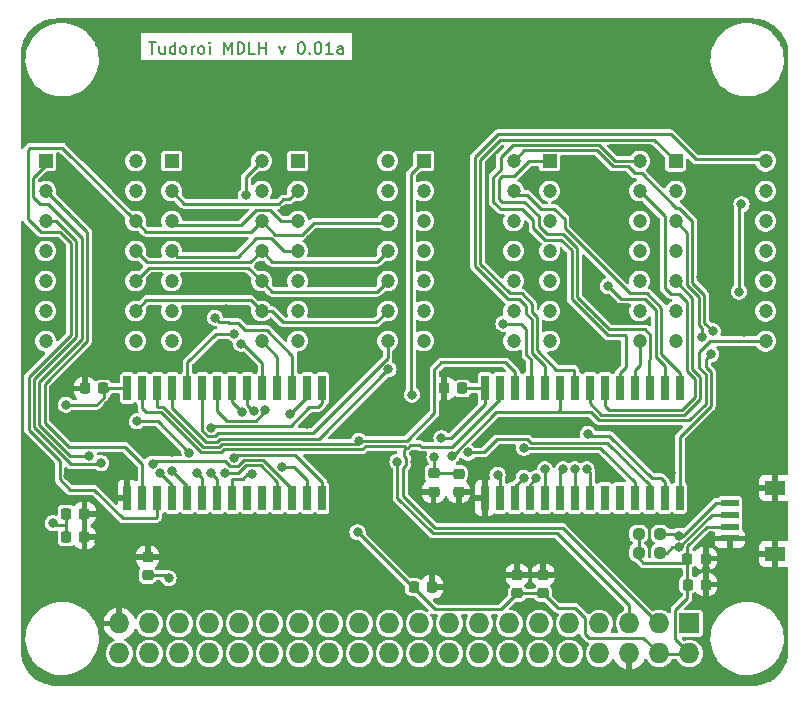
<source format=gtl>
%TF.GenerationSoftware,KiCad,Pcbnew,7.0.5*%
%TF.CreationDate,2023-07-27T22:46:48+03:00*%
%TF.ProjectId,ltp_kikad,6c74705f-6b69-46b6-9164-2e6b69636164,rev?*%
%TF.SameCoordinates,Original*%
%TF.FileFunction,Copper,L1,Top*%
%TF.FilePolarity,Positive*%
%FSLAX46Y46*%
G04 Gerber Fmt 4.6, Leading zero omitted, Abs format (unit mm)*
G04 Created by KiCad (PCBNEW 7.0.5) date 2023-07-27 22:46:48*
%MOMM*%
%LPD*%
G01*
G04 APERTURE LIST*
G04 Aperture macros list*
%AMRoundRect*
0 Rectangle with rounded corners*
0 $1 Rounding radius*
0 $2 $3 $4 $5 $6 $7 $8 $9 X,Y pos of 4 corners*
0 Add a 4 corners polygon primitive as box body*
4,1,4,$2,$3,$4,$5,$6,$7,$8,$9,$2,$3,0*
0 Add four circle primitives for the rounded corners*
1,1,$1+$1,$2,$3*
1,1,$1+$1,$4,$5*
1,1,$1+$1,$6,$7*
1,1,$1+$1,$8,$9*
0 Add four rect primitives between the rounded corners*
20,1,$1+$1,$2,$3,$4,$5,0*
20,1,$1+$1,$4,$5,$6,$7,0*
20,1,$1+$1,$6,$7,$8,$9,0*
20,1,$1+$1,$8,$9,$2,$3,0*%
G04 Aperture macros list end*
%ADD10C,0.187500*%
%TA.AperFunction,NonConductor*%
%ADD11C,0.187500*%
%TD*%
%TA.AperFunction,ComponentPad*%
%ADD12O,1.727200X1.727200*%
%TD*%
%TA.AperFunction,ComponentPad*%
%ADD13R,1.727200X1.727200*%
%TD*%
%TA.AperFunction,ComponentPad*%
%ADD14R,1.200000X1.200000*%
%TD*%
%TA.AperFunction,ComponentPad*%
%ADD15C,1.200000*%
%TD*%
%TA.AperFunction,SMDPad,CuDef*%
%ADD16RoundRect,0.225000X-0.225000X-0.250000X0.225000X-0.250000X0.225000X0.250000X-0.225000X0.250000X0*%
%TD*%
%TA.AperFunction,SMDPad,CuDef*%
%ADD17R,1.550000X0.600000*%
%TD*%
%TA.AperFunction,SMDPad,CuDef*%
%ADD18R,1.800000X1.200000*%
%TD*%
%TA.AperFunction,SMDPad,CuDef*%
%ADD19RoundRect,0.225000X0.250000X-0.225000X0.250000X0.225000X-0.250000X0.225000X-0.250000X-0.225000X0*%
%TD*%
%TA.AperFunction,SMDPad,CuDef*%
%ADD20RoundRect,0.225000X-0.250000X0.225000X-0.250000X-0.225000X0.250000X-0.225000X0.250000X0.225000X0*%
%TD*%
%TA.AperFunction,SMDPad,CuDef*%
%ADD21RoundRect,0.225000X0.225000X0.250000X-0.225000X0.250000X-0.225000X-0.250000X0.225000X-0.250000X0*%
%TD*%
%TA.AperFunction,SMDPad,CuDef*%
%ADD22R,0.650000X2.100000*%
%TD*%
%TA.AperFunction,SMDPad,CuDef*%
%ADD23RoundRect,0.237500X-0.250000X-0.237500X0.250000X-0.237500X0.250000X0.237500X-0.250000X0.237500X0*%
%TD*%
%TA.AperFunction,ViaPad*%
%ADD24C,0.800000*%
%TD*%
%TA.AperFunction,Conductor*%
%ADD25C,0.250000*%
%TD*%
G04 APERTURE END LIST*
D10*
D11*
X129805593Y-55067869D02*
X130377021Y-55067869D01*
X130091307Y-56067869D02*
X130091307Y-55067869D01*
X131138926Y-55401202D02*
X131138926Y-56067869D01*
X130710355Y-55401202D02*
X130710355Y-55925011D01*
X130710355Y-55925011D02*
X130757974Y-56020250D01*
X130757974Y-56020250D02*
X130853212Y-56067869D01*
X130853212Y-56067869D02*
X130996069Y-56067869D01*
X130996069Y-56067869D02*
X131091307Y-56020250D01*
X131091307Y-56020250D02*
X131138926Y-55972630D01*
X132043688Y-56067869D02*
X132043688Y-55067869D01*
X132043688Y-56020250D02*
X131948450Y-56067869D01*
X131948450Y-56067869D02*
X131757974Y-56067869D01*
X131757974Y-56067869D02*
X131662736Y-56020250D01*
X131662736Y-56020250D02*
X131615117Y-55972630D01*
X131615117Y-55972630D02*
X131567498Y-55877392D01*
X131567498Y-55877392D02*
X131567498Y-55591678D01*
X131567498Y-55591678D02*
X131615117Y-55496440D01*
X131615117Y-55496440D02*
X131662736Y-55448821D01*
X131662736Y-55448821D02*
X131757974Y-55401202D01*
X131757974Y-55401202D02*
X131948450Y-55401202D01*
X131948450Y-55401202D02*
X132043688Y-55448821D01*
X132662736Y-56067869D02*
X132567498Y-56020250D01*
X132567498Y-56020250D02*
X132519879Y-55972630D01*
X132519879Y-55972630D02*
X132472260Y-55877392D01*
X132472260Y-55877392D02*
X132472260Y-55591678D01*
X132472260Y-55591678D02*
X132519879Y-55496440D01*
X132519879Y-55496440D02*
X132567498Y-55448821D01*
X132567498Y-55448821D02*
X132662736Y-55401202D01*
X132662736Y-55401202D02*
X132805593Y-55401202D01*
X132805593Y-55401202D02*
X132900831Y-55448821D01*
X132900831Y-55448821D02*
X132948450Y-55496440D01*
X132948450Y-55496440D02*
X132996069Y-55591678D01*
X132996069Y-55591678D02*
X132996069Y-55877392D01*
X132996069Y-55877392D02*
X132948450Y-55972630D01*
X132948450Y-55972630D02*
X132900831Y-56020250D01*
X132900831Y-56020250D02*
X132805593Y-56067869D01*
X132805593Y-56067869D02*
X132662736Y-56067869D01*
X133424641Y-56067869D02*
X133424641Y-55401202D01*
X133424641Y-55591678D02*
X133472260Y-55496440D01*
X133472260Y-55496440D02*
X133519879Y-55448821D01*
X133519879Y-55448821D02*
X133615117Y-55401202D01*
X133615117Y-55401202D02*
X133710355Y-55401202D01*
X134186546Y-56067869D02*
X134091308Y-56020250D01*
X134091308Y-56020250D02*
X134043689Y-55972630D01*
X134043689Y-55972630D02*
X133996070Y-55877392D01*
X133996070Y-55877392D02*
X133996070Y-55591678D01*
X133996070Y-55591678D02*
X134043689Y-55496440D01*
X134043689Y-55496440D02*
X134091308Y-55448821D01*
X134091308Y-55448821D02*
X134186546Y-55401202D01*
X134186546Y-55401202D02*
X134329403Y-55401202D01*
X134329403Y-55401202D02*
X134424641Y-55448821D01*
X134424641Y-55448821D02*
X134472260Y-55496440D01*
X134472260Y-55496440D02*
X134519879Y-55591678D01*
X134519879Y-55591678D02*
X134519879Y-55877392D01*
X134519879Y-55877392D02*
X134472260Y-55972630D01*
X134472260Y-55972630D02*
X134424641Y-56020250D01*
X134424641Y-56020250D02*
X134329403Y-56067869D01*
X134329403Y-56067869D02*
X134186546Y-56067869D01*
X134948451Y-56067869D02*
X134948451Y-55401202D01*
X134948451Y-55067869D02*
X134900832Y-55115488D01*
X134900832Y-55115488D02*
X134948451Y-55163107D01*
X134948451Y-55163107D02*
X134996070Y-55115488D01*
X134996070Y-55115488D02*
X134948451Y-55067869D01*
X134948451Y-55067869D02*
X134948451Y-55163107D01*
X136186546Y-56067869D02*
X136186546Y-55067869D01*
X136186546Y-55067869D02*
X136519879Y-55782154D01*
X136519879Y-55782154D02*
X136853212Y-55067869D01*
X136853212Y-55067869D02*
X136853212Y-56067869D01*
X137329403Y-56067869D02*
X137329403Y-55067869D01*
X137329403Y-55067869D02*
X137567498Y-55067869D01*
X137567498Y-55067869D02*
X137710355Y-55115488D01*
X137710355Y-55115488D02*
X137805593Y-55210726D01*
X137805593Y-55210726D02*
X137853212Y-55305964D01*
X137853212Y-55305964D02*
X137900831Y-55496440D01*
X137900831Y-55496440D02*
X137900831Y-55639297D01*
X137900831Y-55639297D02*
X137853212Y-55829773D01*
X137853212Y-55829773D02*
X137805593Y-55925011D01*
X137805593Y-55925011D02*
X137710355Y-56020250D01*
X137710355Y-56020250D02*
X137567498Y-56067869D01*
X137567498Y-56067869D02*
X137329403Y-56067869D01*
X138805593Y-56067869D02*
X138329403Y-56067869D01*
X138329403Y-56067869D02*
X138329403Y-55067869D01*
X139138927Y-56067869D02*
X139138927Y-55067869D01*
X139138927Y-55544059D02*
X139710355Y-55544059D01*
X139710355Y-56067869D02*
X139710355Y-55067869D01*
X140853213Y-55401202D02*
X141091308Y-56067869D01*
X141091308Y-56067869D02*
X141329403Y-55401202D01*
X142662737Y-55067869D02*
X142757975Y-55067869D01*
X142757975Y-55067869D02*
X142853213Y-55115488D01*
X142853213Y-55115488D02*
X142900832Y-55163107D01*
X142900832Y-55163107D02*
X142948451Y-55258345D01*
X142948451Y-55258345D02*
X142996070Y-55448821D01*
X142996070Y-55448821D02*
X142996070Y-55686916D01*
X142996070Y-55686916D02*
X142948451Y-55877392D01*
X142948451Y-55877392D02*
X142900832Y-55972630D01*
X142900832Y-55972630D02*
X142853213Y-56020250D01*
X142853213Y-56020250D02*
X142757975Y-56067869D01*
X142757975Y-56067869D02*
X142662737Y-56067869D01*
X142662737Y-56067869D02*
X142567499Y-56020250D01*
X142567499Y-56020250D02*
X142519880Y-55972630D01*
X142519880Y-55972630D02*
X142472261Y-55877392D01*
X142472261Y-55877392D02*
X142424642Y-55686916D01*
X142424642Y-55686916D02*
X142424642Y-55448821D01*
X142424642Y-55448821D02*
X142472261Y-55258345D01*
X142472261Y-55258345D02*
X142519880Y-55163107D01*
X142519880Y-55163107D02*
X142567499Y-55115488D01*
X142567499Y-55115488D02*
X142662737Y-55067869D01*
X143424642Y-55972630D02*
X143472261Y-56020250D01*
X143472261Y-56020250D02*
X143424642Y-56067869D01*
X143424642Y-56067869D02*
X143377023Y-56020250D01*
X143377023Y-56020250D02*
X143424642Y-55972630D01*
X143424642Y-55972630D02*
X143424642Y-56067869D01*
X144091308Y-55067869D02*
X144186546Y-55067869D01*
X144186546Y-55067869D02*
X144281784Y-55115488D01*
X144281784Y-55115488D02*
X144329403Y-55163107D01*
X144329403Y-55163107D02*
X144377022Y-55258345D01*
X144377022Y-55258345D02*
X144424641Y-55448821D01*
X144424641Y-55448821D02*
X144424641Y-55686916D01*
X144424641Y-55686916D02*
X144377022Y-55877392D01*
X144377022Y-55877392D02*
X144329403Y-55972630D01*
X144329403Y-55972630D02*
X144281784Y-56020250D01*
X144281784Y-56020250D02*
X144186546Y-56067869D01*
X144186546Y-56067869D02*
X144091308Y-56067869D01*
X144091308Y-56067869D02*
X143996070Y-56020250D01*
X143996070Y-56020250D02*
X143948451Y-55972630D01*
X143948451Y-55972630D02*
X143900832Y-55877392D01*
X143900832Y-55877392D02*
X143853213Y-55686916D01*
X143853213Y-55686916D02*
X143853213Y-55448821D01*
X143853213Y-55448821D02*
X143900832Y-55258345D01*
X143900832Y-55258345D02*
X143948451Y-55163107D01*
X143948451Y-55163107D02*
X143996070Y-55115488D01*
X143996070Y-55115488D02*
X144091308Y-55067869D01*
X145377022Y-56067869D02*
X144805594Y-56067869D01*
X145091308Y-56067869D02*
X145091308Y-55067869D01*
X145091308Y-55067869D02*
X144996070Y-55210726D01*
X144996070Y-55210726D02*
X144900832Y-55305964D01*
X144900832Y-55305964D02*
X144805594Y-55353583D01*
X146234165Y-56067869D02*
X146234165Y-55544059D01*
X146234165Y-55544059D02*
X146186546Y-55448821D01*
X146186546Y-55448821D02*
X146091308Y-55401202D01*
X146091308Y-55401202D02*
X145900832Y-55401202D01*
X145900832Y-55401202D02*
X145805594Y-55448821D01*
X146234165Y-56020250D02*
X146138927Y-56067869D01*
X146138927Y-56067869D02*
X145900832Y-56067869D01*
X145900832Y-56067869D02*
X145805594Y-56020250D01*
X145805594Y-56020250D02*
X145757975Y-55925011D01*
X145757975Y-55925011D02*
X145757975Y-55829773D01*
X145757975Y-55829773D02*
X145805594Y-55734535D01*
X145805594Y-55734535D02*
X145900832Y-55686916D01*
X145900832Y-55686916D02*
X146138927Y-55686916D01*
X146138927Y-55686916D02*
X146234165Y-55639297D01*
D12*
%TO.P,J2,40,BCM21_SCLK_PCM_DO*%
%TO.N,unconnected-(J2-BCM21_SCLK_PCM_DO-Pad40)*%
X127320000Y-106840000D03*
%TO.P,J2,39,GND*%
%TO.N,GND*%
X127320000Y-104300000D03*
%TO.P,J2,38,BCM20_MOSI_PCM_DI*%
%TO.N,unconnected-(J2-BCM20_MOSI_PCM_DI-Pad38)*%
X129860000Y-106840000D03*
%TO.P,J2,37,BCM26*%
%TO.N,unconnected-(J2-BCM26-Pad37)*%
X129860000Y-104300000D03*
%TO.P,J2,36,BCM16*%
%TO.N,unconnected-(J2-BCM16-Pad36)*%
X132400000Y-106840000D03*
%TO.P,J2,35,BCM19_MISO_PCM_FS*%
%TO.N,unconnected-(J2-BCM19_MISO_PCM_FS-Pad35)*%
X132400000Y-104300000D03*
%TO.P,J2,34,GND*%
%TO.N,unconnected-(J2-GND-Pad34)*%
X134940000Y-106840000D03*
%TO.P,J2,33,BCM13_PWM1*%
%TO.N,unconnected-(J2-BCM13_PWM1-Pad33)*%
X134940000Y-104300000D03*
%TO.P,J2,32,BCM12_PWM0*%
%TO.N,unconnected-(J2-BCM12_PWM0-Pad32)*%
X137480000Y-106840000D03*
%TO.P,J2,31,BCM6*%
%TO.N,unconnected-(J2-BCM6-Pad31)*%
X137480000Y-104300000D03*
%TO.P,J2,30,GND*%
%TO.N,unconnected-(J2-GND-Pad30)*%
X140020000Y-106840000D03*
%TO.P,J2,29,BCM5*%
%TO.N,unconnected-(J2-BCM5-Pad29)*%
X140020000Y-104300000D03*
%TO.P,J2,28,BCM1_ID_SC*%
%TO.N,unconnected-(J2-BCM1_ID_SC-Pad28)*%
X142560000Y-106840000D03*
%TO.P,J2,27,BCM0_ID_SD*%
%TO.N,unconnected-(J2-BCM0_ID_SD-Pad27)*%
X142560000Y-104300000D03*
%TO.P,J2,26,BCM7_CE1*%
%TO.N,unconnected-(J2-BCM7_CE1-Pad26)*%
X145100000Y-106840000D03*
%TO.P,J2,25,GND*%
%TO.N,unconnected-(J2-GND-Pad25)*%
X145100000Y-104300000D03*
%TO.P,J2,24,BCM8_CE0*%
%TO.N,unconnected-(J2-BCM8_CE0-Pad24)*%
X147640000Y-106840000D03*
%TO.P,J2,23,BCM11_SCLK*%
%TO.N,unconnected-(J2-BCM11_SCLK-Pad23)*%
X147640000Y-104300000D03*
%TO.P,J2,22,BCM25*%
%TO.N,unconnected-(J2-BCM25-Pad22)*%
X150180000Y-106840000D03*
%TO.P,J2,21,BCM9_MISO*%
%TO.N,unconnected-(J2-BCM9_MISO-Pad21)*%
X150180000Y-104300000D03*
%TO.P,J2,20,GND*%
%TO.N,unconnected-(J2-GND-Pad20)*%
X152720000Y-106840000D03*
%TO.P,J2,19,BCM10_MOSI*%
%TO.N,unconnected-(J2-BCM10_MOSI-Pad19)*%
X152720000Y-104300000D03*
%TO.P,J2,18,BCM24*%
%TO.N,unconnected-(J2-BCM24-Pad18)*%
X155260000Y-106840000D03*
%TO.P,J2,17,3.3V*%
%TO.N,unconnected-(J2-3.3V-Pad17)*%
X155260000Y-104300000D03*
%TO.P,J2,16,BCM23*%
%TO.N,unconnected-(J2-BCM23-Pad16)*%
X157800000Y-106840000D03*
%TO.P,J2,15,BCM22*%
%TO.N,unconnected-(J2-BCM22-Pad15)*%
X157800000Y-104300000D03*
%TO.P,J2,14,GND*%
%TO.N,unconnected-(J2-GND-Pad14)*%
X160340000Y-106840000D03*
%TO.P,J2,13,BCM27*%
%TO.N,unconnected-(J2-BCM27-Pad13)*%
X160340000Y-104300000D03*
%TO.P,J2,12,BCM18_PCM_C*%
%TO.N,unconnected-(J2-BCM18_PCM_C-Pad12)*%
X162880000Y-106840000D03*
%TO.P,J2,11,BCM17*%
%TO.N,unconnected-(J2-BCM17-Pad11)*%
X162880000Y-104300000D03*
%TO.P,J2,10,BCM15_RXD*%
%TO.N,unconnected-(J2-BCM15_RXD-Pad10)*%
X165420000Y-106840000D03*
%TO.P,J2,9,GND*%
%TO.N,unconnected-(J2-GND-Pad9)*%
X165420000Y-104300000D03*
%TO.P,J2,8,BCM14_TXD*%
%TO.N,unconnected-(J2-BCM14_TXD-Pad8)*%
X167960000Y-106840000D03*
%TO.P,J2,7,BCM4_GPCLK0*%
%TO.N,unconnected-(J2-BCM4_GPCLK0-Pad7)*%
X167960000Y-104300000D03*
%TO.P,J2,6,GND*%
%TO.N,GND*%
X170500000Y-106840000D03*
%TO.P,J2,5,BCM3_SCL*%
%TO.N,SCL*%
X170500000Y-104300000D03*
%TO.P,J2,4,5V*%
%TO.N,+5V*%
X173040000Y-106840000D03*
%TO.P,J2,3,BCM2_SDA*%
%TO.N,SDA*%
X173040000Y-104300000D03*
%TO.P,J2,2,5V*%
%TO.N,+5V*%
X175580000Y-106840000D03*
D13*
%TO.P,J2,1,3.3V*%
%TO.N,unconnected-(J2-3.3V-Pad1)*%
X175580000Y-104300000D03*
%TD*%
D14*
%TO.P,DS6,1,ANODE_COLUMN_2*%
%TO.N,2_an3*%
X174407900Y-65151000D03*
D15*
%TO.P,DS6,2,CATHODE_ROW_1*%
%TO.N,2_ca0*%
X174407900Y-67691000D03*
%TO.P,DS6,3,CATHODE_ROW_3*%
%TO.N,2_ca2*%
X174407900Y-70231000D03*
%TO.P,DS6,4,CATHODE_ROW_4*%
%TO.N,2_ca3*%
X174407900Y-72771000D03*
%TO.P,DS6,5,ANODE_COLUMN_1*%
%TO.N,2_an4*%
X174407900Y-75311000D03*
%TO.P,DS6,6,NO_PIN*%
%TO.N,unconnected-(DS6-NO_PIN-Pad6)*%
X174407900Y-77851000D03*
%TO.P,DS6,7,ANODE_DECIMAL_POINT*%
%TO.N,unconnected-(DS6-ANODE_DECIMAL_POINT-Pad7)*%
X174407900Y-80391000D03*
%TO.P,DS6,8,ANODE_COLUMN_3*%
%TO.N,2_an2*%
X182027900Y-80391000D03*
%TO.P,DS6,9,CATHODE_ROW_7*%
%TO.N,2_ca6*%
X182027900Y-77851000D03*
%TO.P,DS6,10,CATHODE_ROW_6*%
%TO.N,2_ca5*%
X182027900Y-75311000D03*
%TO.P,DS6,11,CATHODE__ROW_5*%
%TO.N,2_ca4*%
X182027900Y-72771000D03*
%TO.P,DS6,12,CAATHODE_ROW_2*%
%TO.N,2_ca1*%
X182027900Y-70231000D03*
%TO.P,DS6,13,ANODE_COLUMN_5*%
%TO.N,2_an0*%
X182027900Y-67691000D03*
%TO.P,DS6,14,ANODE_COLUMN_4*%
%TO.N,2_an1*%
X182027900Y-65151000D03*
%TD*%
D14*
%TO.P,DS3,1,ANODE_COLUMN_2*%
%TO.N,an3*%
X142403900Y-65148600D03*
D15*
%TO.P,DS3,2,CATHODE_ROW_1*%
%TO.N,ca0*%
X142403900Y-67688600D03*
%TO.P,DS3,3,CATHODE_ROW_3*%
%TO.N,ca2*%
X142403900Y-70228600D03*
%TO.P,DS3,4,CATHODE_ROW_4*%
%TO.N,ca3*%
X142403900Y-72768600D03*
%TO.P,DS3,5,ANODE_COLUMN_1*%
%TO.N,an4*%
X142403900Y-75308600D03*
%TO.P,DS3,6,NO_PIN*%
%TO.N,unconnected-(DS3-NO_PIN-Pad6)*%
X142403900Y-77848600D03*
%TO.P,DS3,7,ANODE_DECIMAL_POINT*%
%TO.N,unconnected-(DS3-ANODE_DECIMAL_POINT-Pad7)*%
X142403900Y-80388600D03*
%TO.P,DS3,8,ANODE_COLUMN_3*%
%TO.N,an2*%
X150023900Y-80388600D03*
%TO.P,DS3,9,CATHODE_ROW_7*%
%TO.N,ca6*%
X150023900Y-77848600D03*
%TO.P,DS3,10,CATHODE_ROW_6*%
%TO.N,ca5*%
X150023900Y-75308600D03*
%TO.P,DS3,11,CATHODE__ROW_5*%
%TO.N,ca4*%
X150023900Y-72768600D03*
%TO.P,DS3,12,CAATHODE_ROW_2*%
%TO.N,ca1*%
X150023900Y-70228600D03*
%TO.P,DS3,13,ANODE_COLUMN_5*%
%TO.N,an0*%
X150023900Y-67688600D03*
%TO.P,DS3,14,ANODE_COLUMN_4*%
%TO.N,an1*%
X150023900Y-65148600D03*
%TD*%
D16*
%TO.P,C11,1*%
%TO.N,+5V*%
X175437000Y-101000000D03*
%TO.P,C11,2*%
%TO.N,GND*%
X176987000Y-101000000D03*
%TD*%
D17*
%TO.P,J1,1,1*%
%TO.N,GND*%
X178987000Y-97100000D03*
%TO.P,J1,2,2*%
%TO.N,+5V*%
X178987000Y-96100000D03*
%TO.P,J1,3,3*%
%TO.N,SDA*%
X178987000Y-95100000D03*
%TO.P,J1,4,4*%
%TO.N,SCL*%
X178987000Y-94100000D03*
D18*
%TO.P,J1,S1,SHIELD*%
%TO.N,GND*%
X182862000Y-98400000D03*
%TO.P,J1,S2,SHIELD*%
X182862000Y-92800000D03*
%TD*%
D19*
%TO.P,C9,1*%
%TO.N,+5V*%
X160987000Y-101750000D03*
%TO.P,C9,2*%
%TO.N,GND*%
X160987000Y-100200000D03*
%TD*%
D20*
%TO.P,C7,1*%
%TO.N,+5V*%
X156037000Y-91615000D03*
%TO.P,C7,2*%
%TO.N,GND*%
X156037000Y-93165000D03*
%TD*%
D21*
%TO.P,C5,1*%
%TO.N,GND*%
X124362000Y-97000000D03*
%TO.P,C5,2*%
%TO.N,+5V*%
X122812000Y-97000000D03*
%TD*%
%TO.P,C13,1*%
%TO.N,+5V*%
X125962000Y-84400000D03*
%TO.P,C13,2*%
%TO.N,GND*%
X124412000Y-84400000D03*
%TD*%
D22*
%TO.P,IC1,1,VSS*%
%TO.N,GND*%
X127988900Y-93661600D03*
%TO.P,IC1,2,COM0/AD*%
%TO.N,ca0*%
X129258900Y-93661600D03*
%TO.P,IC1,3,COM1/KS0*%
%TO.N,ca1*%
X130528900Y-93661600D03*
%TO.P,IC1,4,COM2/KS1*%
%TO.N,ca2*%
X131798900Y-93661600D03*
%TO.P,IC1,5,COM3/KS2*%
%TO.N,ca3*%
X133068900Y-93661600D03*
%TO.P,IC1,6,COM4*%
%TO.N,ca4*%
X134338900Y-93661600D03*
%TO.P,IC1,7,COM5*%
%TO.N,ca5*%
X135608900Y-93661600D03*
%TO.P,IC1,8,COM6*%
%TO.N,ca6*%
X136878900Y-93661600D03*
%TO.P,IC1,9,COM7*%
%TO.N,unconnected-(IC1-COM7-Pad9)*%
X138148900Y-93661600D03*
%TO.P,IC1,10,ROW15/K13/INT*%
%TO.N,unconnected-(IC1-ROW15{slash}K13{slash}INT-Pad10)*%
X139418900Y-93661600D03*
%TO.P,IC1,11,ROW14/K12*%
%TO.N,an14*%
X140688900Y-93661600D03*
%TO.P,IC1,12,ROW13/K11*%
%TO.N,an13*%
X141958900Y-93661600D03*
%TO.P,IC1,13,ROW12/K10*%
%TO.N,an12*%
X143228900Y-93661600D03*
%TO.P,IC1,14,ROW11/K9*%
%TO.N,an11*%
X144498900Y-93661600D03*
%TO.P,IC1,15,ROW10/K8*%
%TO.N,an10*%
X144498900Y-84361600D03*
%TO.P,IC1,16,ROW9/K7*%
%TO.N,an9*%
X143228900Y-84361600D03*
%TO.P,IC1,17,ROW8/K6*%
%TO.N,an8*%
X141958900Y-84361600D03*
%TO.P,IC1,18,ROW7/K5*%
%TO.N,an7*%
X140688900Y-84361600D03*
%TO.P,IC1,19,ROW6/K4*%
%TO.N,an6*%
X139418900Y-84361600D03*
%TO.P,IC1,20,ROW5/K3*%
%TO.N,an5*%
X138148900Y-84361600D03*
%TO.P,IC1,21,ROW4/K2*%
%TO.N,an4*%
X136878900Y-84361600D03*
%TO.P,IC1,22,ROW3/K1*%
%TO.N,an3*%
X135608900Y-84361600D03*
%TO.P,IC1,23,ROW2/A0*%
%TO.N,an2*%
X134338900Y-84361600D03*
%TO.P,IC1,24,ROW1/A1*%
%TO.N,an1*%
X133068900Y-84361600D03*
%TO.P,IC1,25,ROW0/A2*%
%TO.N,an0*%
X131798900Y-84361600D03*
%TO.P,IC1,26,SCL*%
%TO.N,SCL*%
X130528900Y-84361600D03*
%TO.P,IC1,27,SDA*%
%TO.N,SDA*%
X129258900Y-84361600D03*
%TO.P,IC1,28,VDD*%
%TO.N,+5V*%
X127988900Y-84361600D03*
%TD*%
D20*
%TO.P,C2,1*%
%TO.N,+5V*%
X153913900Y-91586600D03*
%TO.P,C2,2*%
%TO.N,GND*%
X153913900Y-93136600D03*
%TD*%
D23*
%TO.P,R1,1*%
%TO.N,+5V*%
X171274500Y-98300000D03*
%TO.P,R1,2*%
%TO.N,SDA*%
X173099500Y-98300000D03*
%TD*%
D14*
%TO.P,DS5,1,ANODE_COLUMN_2*%
%TO.N,2_an8*%
X163739900Y-65148600D03*
D15*
%TO.P,DS5,2,CATHODE_ROW_1*%
%TO.N,2_ca0*%
X163739900Y-67688600D03*
%TO.P,DS5,3,CATHODE_ROW_3*%
%TO.N,2_ca2*%
X163739900Y-70228600D03*
%TO.P,DS5,4,CATHODE_ROW_4*%
%TO.N,2_ca3*%
X163739900Y-72768600D03*
%TO.P,DS5,5,ANODE_COLUMN_1*%
%TO.N,2_an9*%
X163739900Y-75308600D03*
%TO.P,DS5,6,NO_PIN*%
%TO.N,unconnected-(DS5-NO_PIN-Pad6)*%
X163739900Y-77848600D03*
%TO.P,DS5,7,ANODE_DECIMAL_POINT*%
%TO.N,unconnected-(DS5-ANODE_DECIMAL_POINT-Pad7)*%
X163739900Y-80388600D03*
%TO.P,DS5,8,ANODE_COLUMN_3*%
%TO.N,2_an7*%
X171359900Y-80388600D03*
%TO.P,DS5,9,CATHODE_ROW_7*%
%TO.N,2_ca6*%
X171359900Y-77848600D03*
%TO.P,DS5,10,CATHODE_ROW_6*%
%TO.N,2_ca5*%
X171359900Y-75308600D03*
%TO.P,DS5,11,CATHODE__ROW_5*%
%TO.N,2_ca4*%
X171359900Y-72768600D03*
%TO.P,DS5,12,CAATHODE_ROW_2*%
%TO.N,2_ca1*%
X171359900Y-70228600D03*
%TO.P,DS5,13,ANODE_COLUMN_5*%
%TO.N,2_an5*%
X171359900Y-67688600D03*
%TO.P,DS5,14,ANODE_COLUMN_4*%
%TO.N,2_an6*%
X171359900Y-65148600D03*
%TD*%
D14*
%TO.P,DS2,1,ANODE_COLUMN_2*%
%TO.N,an8*%
X131735900Y-65148600D03*
D15*
%TO.P,DS2,2,CATHODE_ROW_1*%
%TO.N,ca0*%
X131735900Y-67688600D03*
%TO.P,DS2,3,CATHODE_ROW_3*%
%TO.N,ca2*%
X131735900Y-70228600D03*
%TO.P,DS2,4,CATHODE_ROW_4*%
%TO.N,ca3*%
X131735900Y-72768600D03*
%TO.P,DS2,5,ANODE_COLUMN_1*%
%TO.N,an9*%
X131735900Y-75308600D03*
%TO.P,DS2,6,NO_PIN*%
%TO.N,unconnected-(DS2-NO_PIN-Pad6)*%
X131735900Y-77848600D03*
%TO.P,DS2,7,ANODE_DECIMAL_POINT*%
%TO.N,unconnected-(DS2-ANODE_DECIMAL_POINT-Pad7)*%
X131735900Y-80388600D03*
%TO.P,DS2,8,ANODE_COLUMN_3*%
%TO.N,an7*%
X139355900Y-80388600D03*
%TO.P,DS2,9,CATHODE_ROW_7*%
%TO.N,ca6*%
X139355900Y-77848600D03*
%TO.P,DS2,10,CATHODE_ROW_6*%
%TO.N,ca5*%
X139355900Y-75308600D03*
%TO.P,DS2,11,CATHODE__ROW_5*%
%TO.N,ca4*%
X139355900Y-72768600D03*
%TO.P,DS2,12,CAATHODE_ROW_2*%
%TO.N,ca1*%
X139355900Y-70228600D03*
%TO.P,DS2,13,ANODE_COLUMN_5*%
%TO.N,an6*%
X139355900Y-67688600D03*
%TO.P,DS2,14,ANODE_COLUMN_4*%
%TO.N,an5*%
X139355900Y-65148600D03*
%TD*%
D14*
%TO.P,DS1,1,ANODE_COLUMN_2*%
%TO.N,an13*%
X121067900Y-65148600D03*
D15*
%TO.P,DS1,2,CATHODE_ROW_1*%
%TO.N,ca0*%
X121067900Y-67688600D03*
%TO.P,DS1,3,CATHODE_ROW_3*%
%TO.N,ca2*%
X121067900Y-70228600D03*
%TO.P,DS1,4,CATHODE_ROW_4*%
%TO.N,ca3*%
X121067900Y-72768600D03*
%TO.P,DS1,5,ANODE_COLUMN_1*%
%TO.N,an14*%
X121067900Y-75308600D03*
%TO.P,DS1,6,NO_PIN*%
%TO.N,unconnected-(DS1-NO_PIN-Pad6)*%
X121067900Y-77848600D03*
%TO.P,DS1,7,ANODE_DECIMAL_POINT*%
%TO.N,unconnected-(DS1-ANODE_DECIMAL_POINT-Pad7)*%
X121067900Y-80388600D03*
%TO.P,DS1,8,ANODE_COLUMN_3*%
%TO.N,an12*%
X128687900Y-80388600D03*
%TO.P,DS1,9,CATHODE_ROW_7*%
%TO.N,ca6*%
X128687900Y-77848600D03*
%TO.P,DS1,10,CATHODE_ROW_6*%
%TO.N,ca5*%
X128687900Y-75308600D03*
%TO.P,DS1,11,CATHODE__ROW_5*%
%TO.N,ca4*%
X128687900Y-72768600D03*
%TO.P,DS1,12,CAATHODE_ROW_2*%
%TO.N,ca1*%
X128687900Y-70228600D03*
%TO.P,DS1,13,ANODE_COLUMN_5*%
%TO.N,an10*%
X128687900Y-67688600D03*
%TO.P,DS1,14,ANODE_COLUMN_4*%
%TO.N,an11*%
X128687900Y-65148600D03*
%TD*%
D16*
%TO.P,C1,1*%
%TO.N,+5V*%
X122812000Y-95000000D03*
%TO.P,C1,2*%
%TO.N,GND*%
X124362000Y-95000000D03*
%TD*%
%TO.P,C17,1*%
%TO.N,+5V*%
X152237000Y-101200000D03*
%TO.P,C17,2*%
%TO.N,GND*%
X153787000Y-101200000D03*
%TD*%
D20*
%TO.P,C6,1*%
%TO.N,GND*%
X129703900Y-98663600D03*
%TO.P,C6,2*%
%TO.N,+5V*%
X129703900Y-100213600D03*
%TD*%
D16*
%TO.P,C8,1*%
%TO.N,+5V*%
X175412000Y-98800000D03*
%TO.P,C8,2*%
%TO.N,GND*%
X176962000Y-98800000D03*
%TD*%
D14*
%TO.P,DS4,1,ANODE_COLUMN_2*%
%TO.N,2_an13*%
X153071900Y-65148600D03*
D15*
%TO.P,DS4,2,CATHODE_ROW_1*%
%TO.N,2_ca0*%
X153071900Y-67688600D03*
%TO.P,DS4,3,CATHODE_ROW_3*%
%TO.N,2_ca2*%
X153071900Y-70228600D03*
%TO.P,DS4,4,CATHODE_ROW_4*%
%TO.N,2_ca3*%
X153071900Y-72768600D03*
%TO.P,DS4,5,ANODE_COLUMN_1*%
%TO.N,2_an14*%
X153071900Y-75308600D03*
%TO.P,DS4,6,NO_PIN*%
%TO.N,unconnected-(DS4-NO_PIN-Pad6)*%
X153071900Y-77848600D03*
%TO.P,DS4,7,ANODE_DECIMAL_POINT*%
%TO.N,unconnected-(DS4-ANODE_DECIMAL_POINT-Pad7)*%
X153071900Y-80388600D03*
%TO.P,DS4,8,ANODE_COLUMN_3*%
%TO.N,2_an12*%
X160691900Y-80388600D03*
%TO.P,DS4,9,CATHODE_ROW_7*%
%TO.N,2_ca6*%
X160691900Y-77848600D03*
%TO.P,DS4,10,CATHODE_ROW_6*%
%TO.N,2_ca5*%
X160691900Y-75308600D03*
%TO.P,DS4,11,CATHODE__ROW_5*%
%TO.N,2_ca4*%
X160691900Y-72768600D03*
%TO.P,DS4,12,CAATHODE_ROW_2*%
%TO.N,2_ca1*%
X160691900Y-70228600D03*
%TO.P,DS4,13,ANODE_COLUMN_5*%
%TO.N,2_an10*%
X160691900Y-67688600D03*
%TO.P,DS4,14,ANODE_COLUMN_4*%
%TO.N,2_an11*%
X160691900Y-65148600D03*
%TD*%
D21*
%TO.P,C12,1*%
%TO.N,+5V*%
X156362000Y-84400000D03*
%TO.P,C12,2*%
%TO.N,GND*%
X154812000Y-84400000D03*
%TD*%
D23*
%TO.P,R3,1*%
%TO.N,+5V*%
X171274500Y-96700000D03*
%TO.P,R3,2*%
%TO.N,SCL*%
X173099500Y-96700000D03*
%TD*%
D22*
%TO.P,IC2,1,VSS*%
%TO.N,GND*%
X158258900Y-93661600D03*
%TO.P,IC2,2,COM0/AD*%
%TO.N,2_ca0*%
X159528900Y-93661600D03*
%TO.P,IC2,3,COM1/KS0*%
%TO.N,2_ca1*%
X160798900Y-93661600D03*
%TO.P,IC2,4,COM2/KS1*%
%TO.N,2_ca2*%
X162068900Y-93661600D03*
%TO.P,IC2,5,COM3/KS2*%
%TO.N,2_ca3*%
X163338900Y-93661600D03*
%TO.P,IC2,6,COM4*%
%TO.N,2_ca4*%
X164608900Y-93661600D03*
%TO.P,IC2,7,COM5*%
%TO.N,2_ca5*%
X165878900Y-93661600D03*
%TO.P,IC2,8,COM6*%
%TO.N,2_ca6*%
X167148900Y-93661600D03*
%TO.P,IC2,9,COM7*%
%TO.N,unconnected-(IC2-COM7-Pad9)*%
X168418900Y-93661600D03*
%TO.P,IC2,10,ROW15/K13/INT*%
%TO.N,unconnected-(IC2-ROW15{slash}K13{slash}INT-Pad10)*%
X169688900Y-93661600D03*
%TO.P,IC2,11,ROW14/K12*%
%TO.N,2_an14*%
X170958900Y-93661600D03*
%TO.P,IC2,12,ROW13/K11*%
%TO.N,2_an13*%
X172228900Y-93661600D03*
%TO.P,IC2,13,ROW12/K10*%
%TO.N,2_an12*%
X173498900Y-93661600D03*
%TO.P,IC2,14,ROW11/K9*%
%TO.N,2_an11*%
X174768900Y-93661600D03*
%TO.P,IC2,15,ROW10/K8*%
%TO.N,2_an10*%
X174768900Y-84361600D03*
%TO.P,IC2,16,ROW9/K7*%
%TO.N,2_an9*%
X173498900Y-84361600D03*
%TO.P,IC2,17,ROW8/K6*%
%TO.N,2_an8*%
X172228900Y-84361600D03*
%TO.P,IC2,18,ROW7/K5*%
%TO.N,2_an7*%
X170958900Y-84361600D03*
%TO.P,IC2,19,ROW6/K4*%
%TO.N,2_an6*%
X169688900Y-84361600D03*
%TO.P,IC2,20,ROW5/K3*%
%TO.N,2_an5*%
X168418900Y-84361600D03*
%TO.P,IC2,21,ROW4/K2*%
%TO.N,2_an4*%
X167148900Y-84361600D03*
%TO.P,IC2,22,ROW3/K1*%
%TO.N,2_an3*%
X165878900Y-84361600D03*
%TO.P,IC2,23,ROW2/A0*%
%TO.N,2_an2*%
X164608900Y-84361600D03*
%TO.P,IC2,24,ROW1/A1*%
%TO.N,2_an1*%
X163338900Y-84361600D03*
%TO.P,IC2,25,ROW0/A2*%
%TO.N,2_an0*%
X162068900Y-84361600D03*
%TO.P,IC2,26,SCL*%
%TO.N,SCL*%
X160798900Y-84361600D03*
%TO.P,IC2,27,SDA*%
%TO.N,SDA*%
X159528900Y-84361600D03*
%TO.P,IC2,28,VDD*%
%TO.N,+5V*%
X158258900Y-84361600D03*
%TD*%
D19*
%TO.P,C10,1*%
%TO.N,+5V*%
X163187000Y-101750000D03*
%TO.P,C10,2*%
%TO.N,GND*%
X163187000Y-100200000D03*
%TD*%
D24*
%TO.N,2_an13*%
X152077000Y-84930000D03*
X156826653Y-89821341D03*
%TO.N,2_ca0*%
X159338900Y-91694000D03*
%TO.N,2_ca2*%
X162614400Y-91988419D03*
X176677143Y-80011063D03*
%TO.N,2_ca3*%
X163338900Y-91261100D03*
%TO.N,2_an14*%
X161556503Y-89430497D03*
%TO.N,2_an12*%
X166987000Y-88255997D03*
%TO.N,2_ca6*%
X166878403Y-91261100D03*
%TO.N,2_ca5*%
X165878900Y-91261100D03*
%TO.N,2_ca4*%
X164879397Y-91261100D03*
%TO.N,2_ca1*%
X161544000Y-91948000D03*
%TO.N,2_an11*%
X177402000Y-81500923D03*
X177575223Y-79571850D03*
%TO.N,2_an9*%
X168683096Y-75727100D03*
%TO.N,2_an2*%
X155452710Y-90100245D03*
%TO.N,2_an0*%
X179987000Y-68800000D03*
X159835982Y-78911772D03*
X179787000Y-76200000D03*
%TO.N,+5V*%
X154583857Y-88603143D03*
X122772000Y-85784328D03*
X153987000Y-90200000D03*
X147479700Y-96570800D03*
X131481900Y-100454600D03*
X121688900Y-95800000D03*
%TO.N,GND*%
X143987000Y-90600000D03*
X158587000Y-102000000D03*
X122587000Y-66400000D03*
X152311500Y-90600000D03*
X131787000Y-89800000D03*
X178187000Y-62000000D03*
X153187000Y-83000000D03*
X168487000Y-72800000D03*
X124987000Y-69400000D03*
X180187000Y-79600000D03*
X127187000Y-97400000D03*
X119587000Y-100200000D03*
X173987000Y-88000000D03*
X129787000Y-97400000D03*
X143499299Y-71712299D03*
X169687000Y-87900000D03*
X155987000Y-94800000D03*
X158187000Y-97800000D03*
X127635000Y-74041000D03*
X133985000Y-79756000D03*
X177187000Y-97600000D03*
X162187000Y-98600000D03*
X133787000Y-96000000D03*
X155587000Y-101800000D03*
X168587000Y-109000000D03*
X155787000Y-83200000D03*
X167787000Y-102000000D03*
X180787000Y-72200000D03*
X166287000Y-70100000D03*
X176987000Y-102200000D03*
X159187000Y-73000000D03*
X160587000Y-90600000D03*
X136387000Y-69600000D03*
X122187000Y-74000000D03*
X170587000Y-100200000D03*
X180187000Y-81600000D03*
X135787000Y-81400000D03*
X182987000Y-85200000D03*
X182987000Y-91000000D03*
X151987000Y-96200000D03*
X154987000Y-79800000D03*
X135487000Y-62000000D03*
X174187000Y-101600000D03*
X125587000Y-97400000D03*
X182987000Y-88000000D03*
X163587000Y-87800000D03*
X125735500Y-75200000D03*
X157187000Y-77800000D03*
X156887000Y-62000000D03*
X127387000Y-102200000D03*
X126365000Y-81407000D03*
X131187000Y-99200000D03*
X155387000Y-73000000D03*
X178587000Y-77400000D03*
X136387000Y-77648100D03*
X170587000Y-109000000D03*
X119387000Y-71200000D03*
X139110499Y-74038600D03*
X141285392Y-69320866D03*
X126387000Y-85800000D03*
X167487000Y-62000000D03*
X182987000Y-100000000D03*
X158187000Y-88600000D03*
X153783857Y-87803143D03*
X146087000Y-62000000D03*
X119587000Y-92800000D03*
X149787000Y-91800000D03*
X155587000Y-85600000D03*
X119587000Y-96000000D03*
X173987000Y-91600000D03*
X133350000Y-67945000D03*
X169587000Y-64200000D03*
X152587000Y-100000000D03*
X130187000Y-79200000D03*
X166878000Y-65405000D03*
X163787000Y-109000000D03*
X119387000Y-76600000D03*
X169187000Y-81600000D03*
X124987000Y-62000000D03*
X119387000Y-81600000D03*
X166187000Y-100000000D03*
X119587000Y-89600000D03*
X164587000Y-98400000D03*
X176987000Y-99800000D03*
X181187000Y-76600000D03*
X122987000Y-91800000D03*
X164987000Y-78800000D03*
X155587000Y-66400000D03*
X150587000Y-98200000D03*
X122187000Y-84600000D03*
X166987000Y-96600000D03*
X178435000Y-69469000D03*
X136387000Y-72200000D03*
X168645299Y-91658299D03*
X143187000Y-87400000D03*
X150387000Y-86200000D03*
X168987000Y-78200000D03*
X176587000Y-75000000D03*
X146587000Y-88000000D03*
X158787000Y-65400000D03*
X166187000Y-109000000D03*
X122187000Y-79000000D03*
X125787000Y-96000000D03*
X155387000Y-70600000D03*
X166287000Y-67700000D03*
X176787000Y-72600000D03*
X126187000Y-92200000D03*
%TO.N,SCL*%
X150862500Y-90600000D03*
X174673426Y-96853449D03*
X147587000Y-88821500D03*
%TO.N,SDA*%
X174687500Y-97863974D03*
%TO.N,ca2*%
X125787000Y-90724500D03*
X130756553Y-91537378D03*
%TO.N,ca3*%
X131740990Y-91364493D03*
%TO.N,ca4*%
X133876150Y-91548850D03*
%TO.N,ca5*%
X133245449Y-89824100D03*
X135040699Y-91526899D03*
X128787000Y-87187100D03*
%TO.N,ca6*%
X138557000Y-91620500D03*
%TO.N,an13*%
X124787000Y-90101483D03*
X130125200Y-90762524D03*
%TO.N,an14*%
X136271000Y-91584366D03*
%TO.N,an12*%
X141101449Y-91054551D03*
%TO.N,an10*%
X135100697Y-87719703D03*
%TO.N,an11*%
X137033000Y-90270500D03*
%TO.N,an9*%
X141787000Y-86600000D03*
%TO.N,an8*%
X135387000Y-78400000D03*
%TO.N,an6*%
X137587000Y-80600000D03*
%TO.N,an5*%
X138049000Y-68034000D03*
X138675693Y-86287100D03*
%TO.N,an4*%
X137676601Y-86373899D03*
%TO.N,an3*%
X139673384Y-86226948D03*
%TO.N,an1*%
X137032165Y-79768638D03*
%TO.N,an0*%
X150101601Y-82791601D03*
%TD*%
D25*
%TO.N,2_an13*%
X172228900Y-93661600D02*
X172228900Y-92598504D01*
X172228900Y-92598504D02*
X168610893Y-88980497D01*
X161856808Y-88705497D02*
X159281503Y-88705497D01*
X152019000Y-66201500D02*
X153071900Y-65148600D01*
X159281503Y-88705497D02*
X158165659Y-89821341D01*
X168610893Y-88980497D02*
X162131808Y-88980497D01*
X152077000Y-84930000D02*
X152019000Y-84872000D01*
X152019000Y-84872000D02*
X152019000Y-66201500D01*
X158165659Y-89821341D02*
X156826653Y-89821341D01*
X162131808Y-88980497D02*
X161856808Y-88705497D01*
%TO.N,2_ca0*%
X159528900Y-91884000D02*
X159528900Y-93661600D01*
X159338900Y-91694000D02*
X159528900Y-91884000D01*
%TO.N,2_ca2*%
X175387000Y-75653704D02*
X175387000Y-71207700D01*
X176403000Y-76669704D02*
X175387000Y-75653704D01*
X176677143Y-80011063D02*
X176677143Y-79310166D01*
X176677143Y-79310166D02*
X176403000Y-79036023D01*
X176403000Y-79036023D02*
X176403000Y-76669704D01*
X162614400Y-91988419D02*
X162068900Y-92533919D01*
X162068900Y-92533919D02*
X162068900Y-93661600D01*
X175387000Y-71207700D02*
X174407900Y-70228600D01*
%TO.N,2_ca3*%
X163338900Y-91261100D02*
X163338900Y-93661600D01*
%TO.N,2_an14*%
X170958900Y-93661600D02*
X170958900Y-92346595D01*
X168042802Y-89430497D02*
X161556503Y-89430497D01*
X170958900Y-92346595D02*
X168042802Y-89430497D01*
%TO.N,2_an12*%
X173187000Y-92000000D02*
X173498900Y-92311900D01*
X166987000Y-88255997D02*
X167131003Y-88400000D01*
X173498900Y-92311900D02*
X173498900Y-93661600D01*
X167131003Y-88400000D02*
X168791000Y-88400000D01*
X172391000Y-92000000D02*
X173187000Y-92000000D01*
X168791000Y-88400000D02*
X172391000Y-92000000D01*
%TO.N,2_ca6*%
X166878403Y-91261100D02*
X167148900Y-91531597D01*
X167148900Y-91531597D02*
X167148900Y-93661600D01*
%TO.N,2_ca5*%
X165878900Y-91261100D02*
X165878900Y-93661600D01*
%TO.N,2_ca4*%
X164608900Y-91531597D02*
X164608900Y-93661600D01*
X164879397Y-91261100D02*
X164608900Y-91531597D01*
%TO.N,2_ca1*%
X161544000Y-91948000D02*
X160798900Y-92693100D01*
X160798900Y-92693100D02*
X160798900Y-93661600D01*
%TO.N,2_an10*%
X171973396Y-76350000D02*
X170537000Y-76350000D01*
X174768900Y-83056595D02*
X173187000Y-81474695D01*
X174768900Y-84361600D02*
X174768900Y-83056595D01*
X170537000Y-76350000D02*
X165011724Y-70824724D01*
X164145112Y-69200000D02*
X163000600Y-69200000D01*
X165011724Y-70066612D02*
X164145112Y-69200000D01*
X161003300Y-68000000D02*
X160691900Y-67688600D01*
X173187000Y-77563604D02*
X171973396Y-76350000D01*
X161800600Y-68000000D02*
X161003300Y-68000000D01*
X165011724Y-70824724D02*
X165011724Y-70066612D01*
X173187000Y-81474695D02*
X173187000Y-77563604D01*
X163000600Y-69200000D02*
X161800600Y-68000000D01*
%TO.N,2_an11*%
X169103600Y-65598600D02*
X167728600Y-64223600D01*
X174675000Y-69088000D02*
X174475000Y-69088000D01*
X171587000Y-66200000D02*
X170987000Y-66200000D01*
X177393750Y-85878646D02*
X174768900Y-88503496D01*
X175837000Y-75467308D02*
X175837000Y-70250000D01*
X177393750Y-83029958D02*
X177393750Y-85878646D01*
X175837000Y-70250000D02*
X174675000Y-69088000D01*
X177575223Y-79571850D02*
X176853000Y-78849627D01*
X177402000Y-81500923D02*
X176987000Y-81915923D01*
X174475000Y-69088000D02*
X171587000Y-66200000D01*
X176987000Y-82623208D02*
X177393750Y-83029958D01*
X176987000Y-81915923D02*
X176987000Y-82623208D01*
X170385600Y-65598600D02*
X169103600Y-65598600D01*
X176853000Y-78849627D02*
X176853000Y-76483308D01*
X176853000Y-76483308D02*
X175837000Y-75467308D01*
X161616900Y-64223600D02*
X160691900Y-65148600D01*
X167728600Y-64223600D02*
X161616900Y-64223600D01*
X174768900Y-88503496D02*
X174768900Y-93661600D01*
X170987000Y-66200000D02*
X170385600Y-65598600D01*
%TO.N,2_an8*%
X162814900Y-70611748D02*
X163553152Y-71350000D01*
X163739900Y-65148600D02*
X162038400Y-65148600D01*
X171833224Y-79400000D02*
X172284900Y-79851676D01*
X163553152Y-71350000D02*
X164900604Y-71350000D01*
X162038400Y-65148600D02*
X160766000Y-66421000D01*
X172284900Y-79851676D02*
X172284900Y-81934296D01*
X159672600Y-68613600D02*
X161600600Y-68613600D01*
X166053076Y-76645076D02*
X168808000Y-79400000D01*
X159437000Y-68378000D02*
X159672600Y-68613600D01*
X168808000Y-79400000D02*
X171833224Y-79400000D01*
X172187000Y-84319700D02*
X172228900Y-84361600D01*
X159437000Y-66682804D02*
X159437000Y-68378000D01*
X164900604Y-71350000D02*
X166053076Y-72502472D01*
X172187000Y-82032196D02*
X172187000Y-84319700D01*
X160766000Y-66421000D02*
X159698804Y-66421000D01*
X161600600Y-68613600D02*
X162814900Y-69827900D01*
X172284900Y-81934296D02*
X172187000Y-82032196D01*
X162814900Y-69827900D02*
X162814900Y-70611748D01*
X166053076Y-72502472D02*
X166053076Y-76645076D01*
X159698804Y-66421000D02*
X159437000Y-66682804D01*
%TO.N,2_an9*%
X171787000Y-76800000D02*
X172734900Y-77747900D01*
X172734900Y-77747900D02*
X172734900Y-81747900D01*
X172734900Y-81747900D02*
X173498900Y-82511900D01*
X173498900Y-82511900D02*
X173498900Y-84361600D01*
X168683096Y-75727100D02*
X169755996Y-76800000D01*
X169755996Y-76800000D02*
X171787000Y-76800000D01*
%TO.N,2_an7*%
X171359900Y-82403000D02*
X170958900Y-82804000D01*
X170958900Y-84361600D02*
X170958900Y-82804000D01*
X171359900Y-80388600D02*
X171359900Y-82403000D01*
%TO.N,2_an5*%
X176043750Y-83589146D02*
X175387000Y-82932396D01*
X173482900Y-75895900D02*
X173482900Y-69811600D01*
X173987000Y-76400000D02*
X173482900Y-75895900D01*
X174698000Y-76400000D02*
X173987000Y-76400000D01*
X176043750Y-85111750D02*
X176043750Y-83589146D01*
X168750000Y-86200000D02*
X174955500Y-86200000D01*
X173482900Y-69811600D02*
X171359900Y-67688600D01*
X175387000Y-82932396D02*
X175387000Y-77089000D01*
X174955500Y-86200000D02*
X176043750Y-85111750D01*
X168418900Y-84361600D02*
X168418900Y-85868900D01*
X175387000Y-77089000D02*
X174698000Y-76400000D01*
X168418900Y-85868900D02*
X168750000Y-86200000D01*
%TO.N,2_an6*%
X169688900Y-83098100D02*
X169688900Y-84361600D01*
X162364900Y-70798144D02*
X163366756Y-71800000D01*
X170100600Y-79913600D02*
X170187000Y-80000000D01*
X163366756Y-71800000D02*
X164714208Y-71800000D01*
X168685204Y-79913600D02*
X170100600Y-79913600D01*
X159587000Y-64800000D02*
X159587000Y-65896408D01*
X167914996Y-63773600D02*
X160613400Y-63773600D01*
X162364900Y-70177900D02*
X162364900Y-70798144D01*
X170187000Y-82600000D02*
X169688900Y-83098100D01*
X159587000Y-69200000D02*
X161387000Y-69200000D01*
X164714208Y-71800000D02*
X165603076Y-72688868D01*
X169289996Y-65148600D02*
X167914996Y-63773600D01*
X158987000Y-68600000D02*
X159587000Y-69200000D01*
X158987000Y-66496408D02*
X158987000Y-68600000D01*
X171359900Y-65148600D02*
X169289996Y-65148600D01*
X159587000Y-65896408D02*
X158987000Y-66496408D01*
X161387000Y-69200000D02*
X162364900Y-70177900D01*
X165603076Y-72688868D02*
X165603076Y-76831472D01*
X160613400Y-63773600D02*
X159587000Y-64800000D01*
X165603076Y-76831472D02*
X168685204Y-79913600D01*
X170187000Y-80000000D02*
X170187000Y-82600000D01*
%TO.N,2_an3*%
X157862000Y-73843000D02*
X160369000Y-76350000D01*
X162687000Y-78359648D02*
X162687000Y-81169700D01*
X162237000Y-77213604D02*
X162237000Y-77909648D01*
X172582900Y-63323600D02*
X159562796Y-63323600D01*
X162687000Y-81169700D02*
X164317300Y-82800000D01*
X165787000Y-82800000D02*
X165787000Y-84269700D01*
X159562796Y-63323600D02*
X157862000Y-65024396D01*
X165787000Y-84269700D02*
X165878900Y-84361600D01*
X174407900Y-65148600D02*
X172582900Y-63323600D01*
X161373396Y-76350000D02*
X162237000Y-77213604D01*
X162237000Y-77909648D02*
X162687000Y-78359648D01*
X164317300Y-82800000D02*
X165787000Y-82800000D01*
X157862000Y-65024396D02*
X157862000Y-73843000D01*
X160369000Y-76350000D02*
X161373396Y-76350000D01*
%TO.N,2_an4*%
X174407900Y-75311000D02*
X175837000Y-76740100D01*
X167148900Y-85661900D02*
X167148900Y-84361600D01*
X168137300Y-86650000D02*
X167148900Y-85661600D01*
X175837000Y-82746000D02*
X176493750Y-83402750D01*
X175837000Y-76740100D02*
X175837000Y-82746000D01*
X167148900Y-85661600D02*
X167148900Y-84361600D01*
X176493750Y-85298146D02*
X175141896Y-86650000D01*
X176493750Y-83402750D02*
X176493750Y-85298146D01*
X175141896Y-86650000D02*
X168137300Y-86650000D01*
%TO.N,2_an2*%
X176943750Y-83216354D02*
X176943750Y-85692250D01*
X175536000Y-87100000D02*
X167950904Y-87100000D01*
X155452710Y-90100245D02*
X155522444Y-90100245D01*
X164608900Y-85995900D02*
X164608900Y-84361600D01*
X167950904Y-87100000D02*
X167250904Y-86400000D01*
X159203689Y-86419000D02*
X164406000Y-86419000D01*
X176403000Y-82675604D02*
X176943750Y-83216354D01*
X182027900Y-80391000D02*
X177321805Y-80391000D01*
X167250904Y-86400000D02*
X164425000Y-86400000D01*
X155522444Y-90100245D02*
X159203689Y-86419000D01*
X164425000Y-86400000D02*
X164406000Y-86419000D01*
X164406000Y-86419000D02*
X164608900Y-86216100D01*
X176403000Y-81309805D02*
X176403000Y-82675604D01*
X176943750Y-85692250D02*
X175536000Y-87100000D01*
X164608900Y-86216100D02*
X164608900Y-84361600D01*
X177321805Y-80391000D02*
X176403000Y-81309805D01*
%TO.N,2_an0*%
X161298772Y-78911772D02*
X161787000Y-79400000D01*
X159835982Y-78911772D02*
X161298772Y-78911772D01*
X161787000Y-81542492D02*
X162187000Y-81942492D01*
X179987000Y-68800000D02*
X179787000Y-69000000D01*
X162187000Y-84243500D02*
X162068900Y-84361600D01*
X162187000Y-81942492D02*
X162187000Y-84243500D01*
X161787000Y-79400000D02*
X161787000Y-81542492D01*
X179787000Y-69000000D02*
X179787000Y-76200000D01*
%TO.N,2_an1*%
X160182604Y-76800000D02*
X161187000Y-76800000D01*
X157412000Y-74029396D02*
X160182604Y-76800000D01*
X182027900Y-65148600D02*
X181879300Y-65000000D01*
X161187000Y-76800000D02*
X161787000Y-77400000D01*
X161787000Y-77400000D02*
X161787000Y-78096044D01*
X162237000Y-81356096D02*
X163338900Y-82457996D01*
X159376400Y-62873600D02*
X157412000Y-64838000D01*
X163338900Y-82457996D02*
X163338900Y-84361600D01*
X173980500Y-62873600D02*
X159376400Y-62873600D01*
X161787000Y-78096044D02*
X162237000Y-78546044D01*
X181879300Y-65000000D02*
X176106900Y-65000000D01*
X176106900Y-65000000D02*
X173980500Y-62873600D01*
X162237000Y-78546044D02*
X162237000Y-81356096D01*
X157412000Y-64838000D02*
X157412000Y-74029396D01*
%TO.N,+5V*%
X122812000Y-96000000D02*
X121888900Y-96000000D01*
X131240900Y-100213600D02*
X131481900Y-100454600D01*
X122812000Y-96000000D02*
X122812000Y-95000000D01*
X167075600Y-105488600D02*
X166771400Y-105184400D01*
X171688600Y-105488600D02*
X167075600Y-105488600D01*
X159625600Y-103111400D02*
X158787000Y-103111400D01*
X177087870Y-96100000D02*
X175412000Y-97775870D01*
X125962000Y-84400000D02*
X125987000Y-84425000D01*
X160987000Y-101750000D02*
X159625600Y-103111400D01*
X153987000Y-91513500D02*
X153913900Y-91586600D01*
X175412000Y-100200000D02*
X175412000Y-100975000D01*
X178987000Y-96100000D02*
X177087870Y-96100000D01*
X158258900Y-85728100D02*
X158258900Y-84361600D01*
X154020300Y-103111400D02*
X158787000Y-103111400D01*
X125987000Y-84425000D02*
X125987000Y-85174695D01*
X175412000Y-98800000D02*
X175012000Y-99200000D01*
X171274500Y-96700000D02*
X171274500Y-98300000D01*
X121888900Y-96000000D02*
X121688900Y-95800000D01*
X175412000Y-102141065D02*
X174387000Y-103166065D01*
X165930736Y-103000000D02*
X164437000Y-103000000D01*
X175412000Y-100200000D02*
X175412000Y-102141065D01*
X155383857Y-88603143D02*
X158258900Y-85728100D01*
X122812000Y-97000000D02*
X122812000Y-96000000D01*
X175412000Y-100975000D02*
X175437000Y-101000000D01*
X156008600Y-91586600D02*
X156037000Y-91615000D01*
X175412000Y-98800000D02*
X175412000Y-100200000D01*
X163187000Y-101750000D02*
X160987000Y-101750000D01*
X166771400Y-105184400D02*
X166771400Y-103840664D01*
X158258900Y-84361600D02*
X156523600Y-84361600D01*
X164437000Y-103000000D02*
X163187000Y-101750000D01*
X174387000Y-103166065D02*
X174387000Y-105647000D01*
X147479700Y-96570800D02*
X154020300Y-103111400D01*
X126400400Y-84361600D02*
X126162000Y-84600000D01*
X166771400Y-103840664D02*
X165930736Y-103000000D01*
X174387000Y-105647000D02*
X175580000Y-106840000D01*
X175537400Y-106894800D02*
X172997400Y-106894800D01*
X175012000Y-99200000D02*
X171687000Y-99200000D01*
X153987000Y-90200000D02*
X153987000Y-91513500D01*
X171274500Y-98300000D02*
X171274500Y-98787500D01*
X153913900Y-91586600D02*
X156008600Y-91586600D01*
X129703900Y-100213600D02*
X131240900Y-100213600D01*
X175412000Y-97775870D02*
X175412000Y-98800000D01*
X173040000Y-106840000D02*
X171688600Y-105488600D01*
X171274500Y-98787500D02*
X171687000Y-99200000D01*
X125987000Y-85174695D02*
X125377367Y-85784328D01*
X154583857Y-88603143D02*
X155383857Y-88603143D01*
X125377367Y-85784328D02*
X122772000Y-85784328D01*
X127988900Y-84361600D02*
X126400400Y-84361600D01*
%TO.N,GND*%
X177687000Y-97100000D02*
X178987000Y-97100000D01*
X177187000Y-97600000D02*
X177687000Y-97100000D01*
X170500000Y-108913000D02*
X170587000Y-109000000D01*
X170500000Y-106840000D02*
X170500000Y-108913000D01*
%TO.N,SCL*%
X174673426Y-96853449D02*
X175061629Y-96853449D01*
X153861004Y-96661600D02*
X164352600Y-96661600D01*
X164352600Y-96661600D02*
X170457400Y-102766400D01*
X174673426Y-96853449D02*
X174673426Y-96786426D01*
X130528900Y-85950000D02*
X131033050Y-85950000D01*
X150862500Y-93663096D02*
X153861004Y-96661600D01*
X174673426Y-96786426D02*
X174587000Y-96700000D01*
X153987000Y-86500000D02*
X153987000Y-82800000D01*
X136022497Y-89096000D02*
X147312500Y-89096000D01*
X150862500Y-90600000D02*
X150862500Y-93663096D01*
X170457400Y-102766400D02*
X170457400Y-104354800D01*
X147312500Y-89096000D02*
X147587000Y-88821500D01*
X130528900Y-84361600D02*
X130528900Y-85950000D01*
X131033050Y-85950000D02*
X134427753Y-89344703D01*
X175061629Y-96853449D02*
X177815078Y-94100000D01*
X174587000Y-96700000D02*
X173099500Y-96700000D01*
X147587000Y-88821500D02*
X151665500Y-88821500D01*
X177815078Y-94100000D02*
X178987000Y-94100000D01*
X159987000Y-82200000D02*
X160798900Y-83011900D01*
X154587000Y-82200000D02*
X159987000Y-82200000D01*
X151665500Y-88821500D02*
X153987000Y-86500000D01*
X160798900Y-83011900D02*
X160798900Y-84361600D01*
X134427753Y-89344703D02*
X135773794Y-89344703D01*
X153987000Y-82800000D02*
X154587000Y-82200000D01*
X135773794Y-89344703D02*
X136022497Y-89096000D01*
%TO.N,SDA*%
X154047400Y-96211600D02*
X151312500Y-93476700D01*
X151587000Y-90900805D02*
X151587000Y-90299195D01*
X155504601Y-89328143D02*
X152889838Y-89328143D01*
X159528900Y-85303844D02*
X155504601Y-89328143D01*
X174147624Y-97863974D02*
X173711598Y-98300000D01*
X151312500Y-91175305D02*
X151587000Y-90900805D01*
X152889838Y-89328143D02*
X152761695Y-89200000D01*
X173711598Y-98300000D02*
X173099500Y-98300000D01*
X151387000Y-89600000D02*
X151587000Y-89400000D01*
X129258900Y-86071900D02*
X129258900Y-84361600D01*
X129587000Y-86400000D02*
X129258900Y-86071900D01*
X174687500Y-97863974D02*
X174147624Y-97863974D01*
X151587000Y-90299195D02*
X151387000Y-90099195D01*
X152761695Y-89200000D02*
X151923396Y-89200000D01*
X151312500Y-93476700D02*
X151312500Y-91175305D01*
X151458500Y-89271500D02*
X148162305Y-89271500D01*
X177451474Y-95100000D02*
X174687500Y-97863974D01*
X151923396Y-89200000D02*
X151723396Y-89400000D01*
X178987000Y-95100000D02*
X177451474Y-95100000D01*
X172997400Y-104354800D02*
X164854200Y-96211600D01*
X136208893Y-89546000D02*
X135960190Y-89794703D01*
X151723396Y-89400000D02*
X151587000Y-89400000D01*
X130846654Y-86400000D02*
X129587000Y-86400000D01*
X148162305Y-89271500D02*
X147887805Y-89546000D01*
X135960190Y-89794703D02*
X134241357Y-89794703D01*
X147887805Y-89546000D02*
X136208893Y-89546000D01*
X159528900Y-84361600D02*
X159528900Y-85303844D01*
X134241357Y-89794703D02*
X130846654Y-86400000D01*
X151587000Y-89400000D02*
X151458500Y-89271500D01*
X151387000Y-90099195D02*
X151387000Y-89600000D01*
X164854200Y-96211600D02*
X154047400Y-96211600D01*
%TO.N,ca0*%
X121068900Y-67661600D02*
X124587000Y-71179700D01*
X141692500Y-68400000D02*
X142403900Y-67688600D01*
X132806300Y-68759000D02*
X140828000Y-68759000D01*
X127797304Y-89361600D02*
X129258900Y-90823196D01*
X123032483Y-89361600D02*
X127797304Y-89361600D01*
X120987000Y-87316117D02*
X123032483Y-89361600D01*
X140828000Y-68759000D02*
X141187000Y-68400000D01*
X124587000Y-80400000D02*
X120987000Y-84000000D01*
X131735900Y-67688600D02*
X132806300Y-68759000D01*
X141187000Y-68400000D02*
X141692500Y-68400000D01*
X120987000Y-84000000D02*
X120987000Y-87316117D01*
X129258900Y-90823196D02*
X129258900Y-93661600D01*
X124587000Y-71179700D02*
X124587000Y-80400000D01*
%TO.N,ca1*%
X123237000Y-79840812D02*
X119637000Y-83440812D01*
X123161695Y-93000000D02*
X125187000Y-93000000D01*
X125187000Y-93000000D02*
X127587000Y-95400000D01*
X119787000Y-64000000D02*
X119565000Y-64222000D01*
X149852500Y-70400000D02*
X150023900Y-70228600D01*
X119565000Y-70033848D02*
X120684752Y-71153600D01*
X122304204Y-71153600D02*
X123237000Y-72086396D01*
X122262000Y-90500305D02*
X122262000Y-92100305D01*
X140527300Y-71400000D02*
X142787000Y-71400000D01*
X120684752Y-71153600D02*
X122304204Y-71153600D01*
X128687900Y-70228600D02*
X129612900Y-71153600D01*
X139355900Y-70228600D02*
X140527300Y-71400000D01*
X128687900Y-70228600D02*
X122459300Y-64000000D01*
X143787000Y-70400000D02*
X149852500Y-70400000D01*
X122459300Y-64000000D02*
X119787000Y-64000000D01*
X119637000Y-87875305D02*
X122262000Y-90500305D01*
X142787000Y-71400000D02*
X143787000Y-70400000D01*
X129612900Y-71153600D02*
X138430900Y-71153600D01*
X122262000Y-92100305D02*
X123161695Y-93000000D01*
X130387000Y-95400000D02*
X130528900Y-95258100D01*
X130528900Y-95258100D02*
X130528900Y-93661600D01*
X127587000Y-95400000D02*
X130387000Y-95400000D01*
X138430900Y-71153600D02*
X139355900Y-70228600D01*
X119637000Y-83440812D02*
X119637000Y-87875305D01*
X119565000Y-64222000D02*
X119565000Y-70033848D01*
X123237000Y-72086396D02*
X123237000Y-79840812D01*
%TO.N,ca2*%
X137587000Y-70600000D02*
X132107300Y-70600000D01*
X125787000Y-90724500D02*
X125685017Y-90826483D01*
X120087000Y-87688909D02*
X120087000Y-83627208D01*
X131798900Y-92579725D02*
X131798900Y-93661600D01*
X125685017Y-90826483D02*
X123224574Y-90826483D01*
X123687000Y-80027208D02*
X123687000Y-71900000D01*
X121988600Y-70201600D02*
X121068900Y-70201600D01*
X132107300Y-70600000D02*
X131735900Y-70228600D01*
X142403900Y-70228600D02*
X141015600Y-70228600D01*
X123224574Y-90826483D02*
X120087000Y-87688909D01*
X123687000Y-71900000D02*
X121988600Y-70201600D01*
X130756553Y-91537378D02*
X131798900Y-92579725D01*
X140090600Y-69303600D02*
X138883400Y-69303600D01*
X141015600Y-70228600D02*
X140090600Y-69303600D01*
X138883400Y-69303600D02*
X137587000Y-70600000D01*
X120087000Y-83627208D02*
X123687000Y-80027208D01*
%TO.N,ca3*%
X138914452Y-71672548D02*
X140163452Y-71672548D01*
X131735900Y-72768600D02*
X132235300Y-73268000D01*
X132235300Y-73268000D02*
X137319000Y-73268000D01*
X140163452Y-71672548D02*
X141259504Y-72768600D01*
X141259504Y-72768600D02*
X142403900Y-72768600D01*
X133068900Y-92692403D02*
X133068900Y-93661600D01*
X131740990Y-91364493D02*
X133068900Y-92692403D01*
X137319000Y-73268000D02*
X138914452Y-71672548D01*
%TO.N,ca4*%
X134338900Y-92011600D02*
X134338900Y-93661600D01*
X129637300Y-73718000D02*
X138406500Y-73718000D01*
X149098900Y-73693600D02*
X150023900Y-72768600D01*
X133876150Y-91548850D02*
X134338900Y-92011600D01*
X128687900Y-72768600D02*
X129637300Y-73718000D01*
X140280900Y-73693600D02*
X149098900Y-73693600D01*
X138406500Y-73718000D02*
X139355900Y-72768600D01*
X139355900Y-72768600D02*
X140280900Y-73693600D01*
%TO.N,ca5*%
X140280900Y-76233600D02*
X139355900Y-75308600D01*
X138215300Y-74168000D02*
X129828500Y-74168000D01*
X130563013Y-87187100D02*
X128787000Y-87187100D01*
X139355900Y-75308600D02*
X138215300Y-74168000D01*
X149098900Y-76233600D02*
X140280900Y-76233600D01*
X150023900Y-75308600D02*
X149098900Y-76233600D01*
X133245449Y-89824100D02*
X133200013Y-89824100D01*
X129828500Y-74168000D02*
X128687900Y-75308600D01*
X133200013Y-89824100D02*
X130563013Y-87187100D01*
X135608900Y-92095100D02*
X135040699Y-91526899D01*
X135608900Y-93661600D02*
X135608900Y-92095100D01*
%TO.N,ca6*%
X138165000Y-91620500D02*
X137751134Y-92034366D01*
X137751134Y-92034366D02*
X136906000Y-92034366D01*
X129612900Y-76923600D02*
X138430900Y-76923600D01*
X136906000Y-92034366D02*
X136878900Y-92061466D01*
X138557000Y-91620500D02*
X138165000Y-91620500D01*
X139355900Y-77848600D02*
X140235600Y-77848600D01*
X149072500Y-78800000D02*
X150023900Y-77848600D01*
X136878900Y-92061466D02*
X136878900Y-93661600D01*
X138430900Y-76923600D02*
X139355900Y-77848600D01*
X141187000Y-78800000D02*
X149072500Y-78800000D01*
X128687900Y-77848600D02*
X129612900Y-76923600D01*
X140235600Y-77848600D02*
X141187000Y-78800000D01*
%TO.N,an13*%
X139468300Y-90446000D02*
X141958900Y-92936600D01*
X120537000Y-87502513D02*
X120537000Y-83813604D01*
X121067900Y-65519100D02*
X121067900Y-65148600D01*
X124787000Y-90101483D02*
X123135970Y-90101483D01*
X136707439Y-90995500D02*
X137333305Y-90995500D01*
X141958900Y-92936600D02*
X141958900Y-93661600D01*
X120015000Y-66572000D02*
X121067900Y-65519100D01*
X137882805Y-90446000D02*
X139468300Y-90446000D01*
X120587000Y-68800000D02*
X120015000Y-68228000D01*
X121251000Y-68800000D02*
X120587000Y-68800000D01*
X120015000Y-68228000D02*
X120015000Y-66572000D01*
X136262939Y-90551000D02*
X136707439Y-90995500D01*
X130125200Y-90762524D02*
X130336724Y-90551000D01*
X124137000Y-71686000D02*
X121251000Y-68800000D01*
X124137000Y-80213604D02*
X124137000Y-71686000D01*
X137333305Y-90995500D02*
X137882805Y-90446000D01*
X123135970Y-90101483D02*
X120537000Y-87502513D01*
X130336724Y-90551000D02*
X136262939Y-90551000D01*
X120537000Y-83813604D02*
X124137000Y-80213604D01*
%TO.N,an14*%
X138069201Y-90896000D02*
X139281904Y-90896000D01*
X136271000Y-91584366D02*
X137380835Y-91584366D01*
X139281904Y-90896000D02*
X140688900Y-92302996D01*
X137380835Y-91584366D02*
X138069201Y-90896000D01*
X140688900Y-92302996D02*
X140688900Y-93661600D01*
%TO.N,an12*%
X141101449Y-91054551D02*
X142108551Y-91054551D01*
X142108551Y-91054551D02*
X143228900Y-92174900D01*
X143228900Y-92174900D02*
X143228900Y-93661600D01*
%TO.N,an10*%
X135248400Y-87572000D02*
X141840305Y-87572000D01*
X144498900Y-85625100D02*
X144498900Y-84361600D01*
X135100697Y-87719703D02*
X135248400Y-87572000D01*
X141840305Y-87572000D02*
X143412305Y-86000000D01*
X143412305Y-86000000D02*
X144124000Y-86000000D01*
X144124000Y-86000000D02*
X144498900Y-85625100D01*
%TO.N,an11*%
X142193000Y-89996000D02*
X144498900Y-92301900D01*
X137033000Y-90270500D02*
X137307500Y-89996000D01*
X144498900Y-92301900D02*
X144498900Y-93661600D01*
X137307500Y-89996000D02*
X142193000Y-89996000D01*
%TO.N,an9*%
X143228900Y-85158100D02*
X143228900Y-84361600D01*
X141787000Y-86600000D02*
X143228900Y-85158100D01*
%TO.N,an8*%
X139789176Y-79463600D02*
X141958900Y-81633324D01*
X136487195Y-78800000D02*
X136562195Y-78875000D01*
X137951405Y-79463600D02*
X139789176Y-79463600D01*
X135787000Y-78800000D02*
X136487195Y-78800000D01*
X137362805Y-78875000D02*
X137951405Y-79463600D01*
X136562195Y-78875000D02*
X137362805Y-78875000D01*
X135387000Y-78400000D02*
X135787000Y-78800000D01*
X141958900Y-81633324D02*
X141958900Y-84361600D01*
%TO.N,an7*%
X140688900Y-84361600D02*
X140688900Y-81721600D01*
X140688900Y-81721600D02*
X139355900Y-80388600D01*
%TO.N,an6*%
X137787000Y-80600000D02*
X139418900Y-82231900D01*
X137587000Y-80600000D02*
X137787000Y-80600000D01*
X139418900Y-82231900D02*
X139418900Y-84361600D01*
%TO.N,an5*%
X138049000Y-68034000D02*
X138049000Y-66455500D01*
X138614400Y-86287100D02*
X138148900Y-85821600D01*
X138049000Y-66455500D02*
X139355900Y-65148600D01*
X138148900Y-85821600D02*
X138148900Y-84361600D01*
X138675693Y-86287100D02*
X138614400Y-86287100D01*
%TO.N,an4*%
X136878900Y-85576198D02*
X137676601Y-86373899D01*
X136878900Y-84361600D02*
X136878900Y-85576198D01*
%TO.N,an3*%
X136449300Y-87122000D02*
X135608900Y-86281600D01*
X139400693Y-86499639D02*
X139400693Y-86587405D01*
X139673384Y-86226948D02*
X139400693Y-86499639D01*
X135608900Y-86281600D02*
X135608900Y-84361600D01*
X138866098Y-87122000D02*
X136449300Y-87122000D01*
X139400693Y-86587405D02*
X138866098Y-87122000D01*
%TO.N,an2*%
X134338900Y-87982504D02*
X134338900Y-84361600D01*
X143730604Y-88138000D02*
X135707705Y-88138000D01*
X135707705Y-88138000D02*
X135401002Y-88444703D01*
X150023900Y-81844704D02*
X143730604Y-88138000D01*
X134801099Y-88444703D02*
X134338900Y-87982504D01*
X135401002Y-88444703D02*
X134801099Y-88444703D01*
X150023900Y-80388600D02*
X150023900Y-81844704D01*
%TO.N,an1*%
X133068900Y-82196100D02*
X133068900Y-84361600D01*
X137032165Y-79768638D02*
X135496362Y-79768638D01*
X135496362Y-79768638D02*
X133068900Y-82196100D01*
%TO.N,an0*%
X131798900Y-86078900D02*
X131798900Y-84361600D01*
X135587398Y-88894703D02*
X134614703Y-88894703D01*
X135836101Y-88646000D02*
X135587398Y-88894703D01*
X134614703Y-88894703D02*
X131798900Y-86078900D01*
X150101601Y-82791601D02*
X144247202Y-88646000D01*
X144247202Y-88646000D02*
X135836101Y-88646000D01*
%TD*%
%TA.AperFunction,Conductor*%
%TO.N,GND*%
G36*
X180968420Y-53072784D02*
G01*
X181100234Y-53079693D01*
X181283827Y-53090003D01*
X181290012Y-53090665D01*
X181442467Y-53114811D01*
X181604978Y-53142423D01*
X181610611Y-53143653D01*
X181763499Y-53184619D01*
X181865447Y-53213990D01*
X181918524Y-53229282D01*
X181923566Y-53230972D01*
X182072267Y-53288052D01*
X182073628Y-53288595D01*
X182220817Y-53349562D01*
X182225212Y-53351588D01*
X182300391Y-53389894D01*
X182367793Y-53424238D01*
X182369635Y-53425216D01*
X182436688Y-53462274D01*
X182508280Y-53501841D01*
X182512015Y-53504082D01*
X182646597Y-53591481D01*
X182648707Y-53592914D01*
X182719535Y-53643169D01*
X182777564Y-53684342D01*
X182780686Y-53686710D01*
X182905548Y-53787821D01*
X182907834Y-53789767D01*
X183025521Y-53894938D01*
X183028048Y-53897328D01*
X183141670Y-54010950D01*
X183144060Y-54013477D01*
X183249231Y-54131164D01*
X183251185Y-54133460D01*
X183352280Y-54258302D01*
X183354662Y-54261443D01*
X183446084Y-54390291D01*
X183447517Y-54392401D01*
X183488360Y-54455293D01*
X183534906Y-54526967D01*
X183537164Y-54530731D01*
X183613782Y-54669363D01*
X183614760Y-54671205D01*
X183687404Y-54813774D01*
X183689443Y-54818197D01*
X183750370Y-54965287D01*
X183750971Y-54966795D01*
X183808021Y-55115417D01*
X183809716Y-55120474D01*
X183854379Y-55275499D01*
X183895341Y-55428370D01*
X183896578Y-55434035D01*
X183924199Y-55596600D01*
X183948330Y-55748958D01*
X183948996Y-55755185D01*
X183959311Y-55938852D01*
X183966215Y-56070577D01*
X183966300Y-56073823D01*
X183966300Y-90572299D01*
X183967340Y-90577554D01*
X183969700Y-90601630D01*
X183969700Y-91579141D01*
X183950015Y-91646180D01*
X183897211Y-91691935D01*
X183832448Y-91702431D01*
X183809835Y-91700000D01*
X183112000Y-91700000D01*
X183112000Y-93900000D01*
X183809828Y-93900000D01*
X183809839Y-93899999D01*
X183832207Y-93897594D01*
X183900967Y-93909998D01*
X183952105Y-93957607D01*
X183969465Y-94020909D01*
X183968794Y-97179070D01*
X183949095Y-97246106D01*
X183896281Y-97291849D01*
X183831540Y-97302334D01*
X183809830Y-97300000D01*
X183112000Y-97300000D01*
X183112000Y-99500000D01*
X183809828Y-99500000D01*
X183809839Y-99499999D01*
X183831018Y-99497722D01*
X183899778Y-99510126D01*
X183950916Y-99557735D01*
X183968276Y-99621037D01*
X183966811Y-106519852D01*
X183966300Y-106521590D01*
X183966300Y-106570576D01*
X183966215Y-106573822D01*
X183959311Y-106705546D01*
X183948996Y-106889213D01*
X183948330Y-106895440D01*
X183924199Y-107047798D01*
X183896578Y-107210363D01*
X183895341Y-107216028D01*
X183854379Y-107368899D01*
X183809716Y-107523924D01*
X183808021Y-107528981D01*
X183750971Y-107677603D01*
X183750370Y-107679111D01*
X183689443Y-107826201D01*
X183687404Y-107830624D01*
X183614760Y-107973193D01*
X183613782Y-107975035D01*
X183537164Y-108113667D01*
X183534897Y-108117446D01*
X183447517Y-108251997D01*
X183446084Y-108254107D01*
X183354662Y-108382955D01*
X183352280Y-108386096D01*
X183251185Y-108510938D01*
X183249231Y-108513234D01*
X183144060Y-108630921D01*
X183141670Y-108633448D01*
X183028048Y-108747070D01*
X183025521Y-108749460D01*
X182907834Y-108854631D01*
X182905538Y-108856585D01*
X182780696Y-108957680D01*
X182777555Y-108960062D01*
X182648707Y-109051484D01*
X182646597Y-109052917D01*
X182512046Y-109140297D01*
X182508267Y-109142564D01*
X182369635Y-109219182D01*
X182367793Y-109220160D01*
X182225224Y-109292804D01*
X182220801Y-109294843D01*
X182073711Y-109355770D01*
X182072203Y-109356371D01*
X181923581Y-109413421D01*
X181918524Y-109415116D01*
X181763499Y-109459779D01*
X181610628Y-109500741D01*
X181604963Y-109501978D01*
X181442398Y-109529599D01*
X181290040Y-109553730D01*
X181283813Y-109554396D01*
X181100146Y-109564711D01*
X180968422Y-109571615D01*
X180965176Y-109571700D01*
X121968424Y-109571700D01*
X121965178Y-109571615D01*
X121833452Y-109564711D01*
X121649785Y-109554396D01*
X121643558Y-109553730D01*
X121491200Y-109529599D01*
X121328635Y-109501978D01*
X121322970Y-109500741D01*
X121170099Y-109459779D01*
X121015074Y-109415116D01*
X121010017Y-109413421D01*
X120861395Y-109356371D01*
X120859887Y-109355770D01*
X120712797Y-109294843D01*
X120708374Y-109292804D01*
X120565805Y-109220160D01*
X120563963Y-109219182D01*
X120425331Y-109142564D01*
X120421567Y-109140306D01*
X120347313Y-109092085D01*
X120287001Y-109052917D01*
X120284891Y-109051484D01*
X120156043Y-108960062D01*
X120152902Y-108957680D01*
X120028060Y-108856585D01*
X120025764Y-108854631D01*
X119908077Y-108749460D01*
X119905550Y-108747070D01*
X119791928Y-108633448D01*
X119789538Y-108630921D01*
X119684367Y-108513234D01*
X119682413Y-108510938D01*
X119643648Y-108463067D01*
X119581310Y-108386086D01*
X119578936Y-108382955D01*
X119487514Y-108254107D01*
X119486081Y-108251997D01*
X119457919Y-108208632D01*
X119398682Y-108117415D01*
X119396441Y-108113680D01*
X119325583Y-107985470D01*
X119319816Y-107975035D01*
X119318838Y-107973193D01*
X119254371Y-107846672D01*
X119246188Y-107830612D01*
X119244162Y-107826217D01*
X119183195Y-107679028D01*
X119182652Y-107677667D01*
X119125572Y-107528966D01*
X119123882Y-107523924D01*
X119101104Y-107444861D01*
X119079219Y-107368899D01*
X119038253Y-107216011D01*
X119037023Y-107210378D01*
X119009411Y-107047867D01*
X118985265Y-106895412D01*
X118984603Y-106889227D01*
X118974293Y-106705634D01*
X118967384Y-106573821D01*
X118967300Y-106570577D01*
X118967300Y-105660878D01*
X119362500Y-105660878D01*
X119392844Y-106014161D01*
X119392847Y-106014183D01*
X119463259Y-106361679D01*
X119463265Y-106361701D01*
X119572838Y-106698929D01*
X119720133Y-107021461D01*
X119720138Y-107021471D01*
X119903234Y-107325101D01*
X119903238Y-107325106D01*
X119903243Y-107325115D01*
X119937006Y-107368899D01*
X120119763Y-107605904D01*
X120119775Y-107605918D01*
X120353740Y-107846661D01*
X120366895Y-107860197D01*
X120641395Y-108084655D01*
X120641397Y-108084656D01*
X120939675Y-108276350D01*
X120939681Y-108276353D01*
X120939683Y-108276354D01*
X120939691Y-108276359D01*
X121257896Y-108432809D01*
X121591861Y-108551968D01*
X121937232Y-108632280D01*
X122223753Y-108665155D01*
X122289505Y-108672700D01*
X122289507Y-108672700D01*
X122555363Y-108672700D01*
X122555376Y-108672700D01*
X122820808Y-108657522D01*
X123170200Y-108597057D01*
X123510423Y-108497159D01*
X123837041Y-108359129D01*
X124145795Y-108184768D01*
X124432661Y-107976347D01*
X124693899Y-107736585D01*
X124926104Y-107468607D01*
X125126248Y-107175906D01*
X125291721Y-106862298D01*
X125420368Y-106531872D01*
X125431559Y-106489300D01*
X125510509Y-106188939D01*
X125510510Y-106188936D01*
X125560973Y-105837959D01*
X125566457Y-105645969D01*
X125571099Y-105483528D01*
X125571099Y-105483517D01*
X125566135Y-105425718D01*
X125540755Y-105130232D01*
X125539248Y-105122793D01*
X125470340Y-104782720D01*
X125470334Y-104782698D01*
X125415042Y-104612528D01*
X125394725Y-104550000D01*
X125976666Y-104550000D01*
X126025864Y-104744278D01*
X126116639Y-104951225D01*
X126240240Y-105140412D01*
X126393284Y-105306661D01*
X126393296Y-105306672D01*
X126571623Y-105445470D01*
X126770369Y-105553027D01*
X126770375Y-105553029D01*
X126822762Y-105571014D01*
X126879777Y-105611400D01*
X126905908Y-105676199D01*
X126892856Y-105744839D01*
X126844768Y-105795527D01*
X126827294Y-105803921D01*
X126807854Y-105811452D01*
X126807842Y-105811457D01*
X126627573Y-105923075D01*
X126627571Y-105923077D01*
X126470884Y-106065916D01*
X126470880Y-106065920D01*
X126343101Y-106235126D01*
X126343096Y-106235134D01*
X126248588Y-106424931D01*
X126190562Y-106628874D01*
X126170999Y-106839999D01*
X126170999Y-106840000D01*
X126190562Y-107051125D01*
X126248588Y-107255068D01*
X126343096Y-107444865D01*
X126343101Y-107444873D01*
X126470880Y-107614079D01*
X126470884Y-107614083D01*
X126627571Y-107756922D01*
X126627573Y-107756924D01*
X126807842Y-107868542D01*
X126807848Y-107868545D01*
X126849733Y-107884771D01*
X127005561Y-107945139D01*
X127213984Y-107984100D01*
X127213986Y-107984100D01*
X127426014Y-107984100D01*
X127426016Y-107984100D01*
X127634439Y-107945139D01*
X127832154Y-107868544D01*
X128012428Y-107756923D01*
X128169122Y-107614077D01*
X128296900Y-107444871D01*
X128391412Y-107255067D01*
X128449437Y-107051128D01*
X128466529Y-106866676D01*
X128476521Y-106841513D01*
X128474949Y-106838485D01*
X128703478Y-106838485D01*
X128711693Y-106854310D01*
X128713471Y-106866677D01*
X128730562Y-107051125D01*
X128788588Y-107255068D01*
X128883096Y-107444865D01*
X128883101Y-107444873D01*
X129010880Y-107614079D01*
X129010884Y-107614083D01*
X129167571Y-107756922D01*
X129167573Y-107756924D01*
X129347842Y-107868542D01*
X129347848Y-107868545D01*
X129389733Y-107884771D01*
X129545561Y-107945139D01*
X129753984Y-107984100D01*
X129753986Y-107984100D01*
X129966014Y-107984100D01*
X129966016Y-107984100D01*
X130174439Y-107945139D01*
X130372154Y-107868544D01*
X130552428Y-107756923D01*
X130709122Y-107614077D01*
X130836900Y-107444871D01*
X130931412Y-107255067D01*
X130989437Y-107051128D01*
X131006529Y-106866676D01*
X131016521Y-106841513D01*
X131014949Y-106838485D01*
X131243478Y-106838485D01*
X131251693Y-106854310D01*
X131253471Y-106866677D01*
X131270562Y-107051125D01*
X131328588Y-107255068D01*
X131423096Y-107444865D01*
X131423101Y-107444873D01*
X131550880Y-107614079D01*
X131550884Y-107614083D01*
X131707571Y-107756922D01*
X131707573Y-107756924D01*
X131887842Y-107868542D01*
X131887848Y-107868545D01*
X131929733Y-107884771D01*
X132085561Y-107945139D01*
X132293984Y-107984100D01*
X132293986Y-107984100D01*
X132506014Y-107984100D01*
X132506016Y-107984100D01*
X132714439Y-107945139D01*
X132912154Y-107868544D01*
X133092428Y-107756923D01*
X133249122Y-107614077D01*
X133376900Y-107444871D01*
X133471412Y-107255067D01*
X133529437Y-107051128D01*
X133546529Y-106866676D01*
X133556521Y-106841513D01*
X133554949Y-106838485D01*
X133783478Y-106838485D01*
X133791693Y-106854310D01*
X133793471Y-106866677D01*
X133810562Y-107051125D01*
X133868588Y-107255068D01*
X133963096Y-107444865D01*
X133963101Y-107444873D01*
X134090880Y-107614079D01*
X134090884Y-107614083D01*
X134247571Y-107756922D01*
X134247573Y-107756924D01*
X134427842Y-107868542D01*
X134427848Y-107868545D01*
X134469733Y-107884771D01*
X134625561Y-107945139D01*
X134833984Y-107984100D01*
X134833986Y-107984100D01*
X135046014Y-107984100D01*
X135046016Y-107984100D01*
X135254439Y-107945139D01*
X135452154Y-107868544D01*
X135632428Y-107756923D01*
X135789122Y-107614077D01*
X135916900Y-107444871D01*
X136011412Y-107255067D01*
X136069437Y-107051128D01*
X136086529Y-106866673D01*
X136096520Y-106841513D01*
X136094948Y-106838485D01*
X136323477Y-106838485D01*
X136331692Y-106854309D01*
X136333470Y-106866676D01*
X136350562Y-107051125D01*
X136408588Y-107255068D01*
X136503096Y-107444865D01*
X136503101Y-107444873D01*
X136630880Y-107614079D01*
X136630884Y-107614083D01*
X136787571Y-107756922D01*
X136787573Y-107756924D01*
X136967842Y-107868542D01*
X136967848Y-107868545D01*
X137009733Y-107884771D01*
X137165561Y-107945139D01*
X137373984Y-107984100D01*
X137373986Y-107984100D01*
X137586014Y-107984100D01*
X137586016Y-107984100D01*
X137794439Y-107945139D01*
X137992154Y-107868544D01*
X138172428Y-107756923D01*
X138329122Y-107614077D01*
X138456900Y-107444871D01*
X138551412Y-107255067D01*
X138609437Y-107051128D01*
X138626529Y-106866676D01*
X138636521Y-106841513D01*
X138634949Y-106838485D01*
X138863478Y-106838485D01*
X138871693Y-106854310D01*
X138873471Y-106866677D01*
X138890562Y-107051125D01*
X138948588Y-107255068D01*
X139043096Y-107444865D01*
X139043101Y-107444873D01*
X139170880Y-107614079D01*
X139170884Y-107614083D01*
X139327571Y-107756922D01*
X139327573Y-107756924D01*
X139507842Y-107868542D01*
X139507848Y-107868545D01*
X139549733Y-107884771D01*
X139705561Y-107945139D01*
X139913984Y-107984100D01*
X139913986Y-107984100D01*
X140126014Y-107984100D01*
X140126016Y-107984100D01*
X140334439Y-107945139D01*
X140532154Y-107868544D01*
X140712428Y-107756923D01*
X140869122Y-107614077D01*
X140996900Y-107444871D01*
X141091412Y-107255067D01*
X141149437Y-107051128D01*
X141166529Y-106866676D01*
X141176521Y-106841513D01*
X141174949Y-106838485D01*
X141403478Y-106838485D01*
X141411693Y-106854310D01*
X141413471Y-106866677D01*
X141430562Y-107051125D01*
X141488588Y-107255068D01*
X141583096Y-107444865D01*
X141583101Y-107444873D01*
X141710880Y-107614079D01*
X141710884Y-107614083D01*
X141867571Y-107756922D01*
X141867573Y-107756924D01*
X142047842Y-107868542D01*
X142047848Y-107868545D01*
X142089733Y-107884771D01*
X142245561Y-107945139D01*
X142453984Y-107984100D01*
X142453986Y-107984100D01*
X142666014Y-107984100D01*
X142666016Y-107984100D01*
X142874439Y-107945139D01*
X143072154Y-107868544D01*
X143252428Y-107756923D01*
X143409122Y-107614077D01*
X143536900Y-107444871D01*
X143631412Y-107255067D01*
X143689437Y-107051128D01*
X143706529Y-106866676D01*
X143716521Y-106841513D01*
X143714949Y-106838485D01*
X143943478Y-106838485D01*
X143951693Y-106854310D01*
X143953471Y-106866677D01*
X143970562Y-107051125D01*
X144028588Y-107255068D01*
X144123096Y-107444865D01*
X144123101Y-107444873D01*
X144250880Y-107614079D01*
X144250884Y-107614083D01*
X144407571Y-107756922D01*
X144407573Y-107756924D01*
X144587842Y-107868542D01*
X144587848Y-107868545D01*
X144629733Y-107884771D01*
X144785561Y-107945139D01*
X144993984Y-107984100D01*
X144993986Y-107984100D01*
X145206014Y-107984100D01*
X145206016Y-107984100D01*
X145414439Y-107945139D01*
X145612154Y-107868544D01*
X145792428Y-107756923D01*
X145949122Y-107614077D01*
X146076900Y-107444871D01*
X146171412Y-107255067D01*
X146229437Y-107051128D01*
X146246529Y-106866673D01*
X146256520Y-106841513D01*
X146254948Y-106838485D01*
X146483477Y-106838485D01*
X146491692Y-106854309D01*
X146493470Y-106866676D01*
X146510562Y-107051125D01*
X146568588Y-107255068D01*
X146663096Y-107444865D01*
X146663101Y-107444873D01*
X146790880Y-107614079D01*
X146790884Y-107614083D01*
X146947571Y-107756922D01*
X146947573Y-107756924D01*
X147127842Y-107868542D01*
X147127848Y-107868545D01*
X147169733Y-107884771D01*
X147325561Y-107945139D01*
X147533984Y-107984100D01*
X147533986Y-107984100D01*
X147746014Y-107984100D01*
X147746016Y-107984100D01*
X147954439Y-107945139D01*
X148152154Y-107868544D01*
X148332428Y-107756923D01*
X148489122Y-107614077D01*
X148616900Y-107444871D01*
X148711412Y-107255067D01*
X148769437Y-107051128D01*
X148786529Y-106866676D01*
X148796521Y-106841513D01*
X148794949Y-106838485D01*
X149023478Y-106838485D01*
X149031693Y-106854310D01*
X149033471Y-106866677D01*
X149050562Y-107051125D01*
X149108588Y-107255068D01*
X149203096Y-107444865D01*
X149203101Y-107444873D01*
X149330880Y-107614079D01*
X149330884Y-107614083D01*
X149487571Y-107756922D01*
X149487573Y-107756924D01*
X149667842Y-107868542D01*
X149667848Y-107868545D01*
X149709733Y-107884771D01*
X149865561Y-107945139D01*
X150073984Y-107984100D01*
X150073986Y-107984100D01*
X150286014Y-107984100D01*
X150286016Y-107984100D01*
X150494439Y-107945139D01*
X150692154Y-107868544D01*
X150872428Y-107756923D01*
X151029122Y-107614077D01*
X151156900Y-107444871D01*
X151251412Y-107255067D01*
X151309437Y-107051128D01*
X151326529Y-106866676D01*
X151336521Y-106841513D01*
X151334949Y-106838485D01*
X151563478Y-106838485D01*
X151571693Y-106854310D01*
X151573471Y-106866677D01*
X151590562Y-107051125D01*
X151648588Y-107255068D01*
X151743096Y-107444865D01*
X151743101Y-107444873D01*
X151870880Y-107614079D01*
X151870884Y-107614083D01*
X152027571Y-107756922D01*
X152027573Y-107756924D01*
X152207842Y-107868542D01*
X152207848Y-107868545D01*
X152249733Y-107884771D01*
X152405561Y-107945139D01*
X152613984Y-107984100D01*
X152613986Y-107984100D01*
X152826014Y-107984100D01*
X152826016Y-107984100D01*
X153034439Y-107945139D01*
X153232154Y-107868544D01*
X153412428Y-107756923D01*
X153569122Y-107614077D01*
X153696900Y-107444871D01*
X153791412Y-107255067D01*
X153849437Y-107051128D01*
X153866529Y-106866676D01*
X153876521Y-106841513D01*
X153874949Y-106838485D01*
X154103478Y-106838485D01*
X154111693Y-106854310D01*
X154113471Y-106866677D01*
X154130562Y-107051125D01*
X154188588Y-107255068D01*
X154283096Y-107444865D01*
X154283101Y-107444873D01*
X154410880Y-107614079D01*
X154410884Y-107614083D01*
X154567571Y-107756922D01*
X154567573Y-107756924D01*
X154747842Y-107868542D01*
X154747848Y-107868545D01*
X154789733Y-107884771D01*
X154945561Y-107945139D01*
X155153984Y-107984100D01*
X155153986Y-107984100D01*
X155366014Y-107984100D01*
X155366016Y-107984100D01*
X155574439Y-107945139D01*
X155772154Y-107868544D01*
X155952428Y-107756923D01*
X156109122Y-107614077D01*
X156236900Y-107444871D01*
X156331412Y-107255067D01*
X156389437Y-107051128D01*
X156406529Y-106866673D01*
X156416520Y-106841513D01*
X156414948Y-106838485D01*
X156643477Y-106838485D01*
X156651692Y-106854309D01*
X156653470Y-106866676D01*
X156670562Y-107051125D01*
X156728588Y-107255068D01*
X156823096Y-107444865D01*
X156823101Y-107444873D01*
X156950880Y-107614079D01*
X156950884Y-107614083D01*
X157107571Y-107756922D01*
X157107573Y-107756924D01*
X157287842Y-107868542D01*
X157287848Y-107868545D01*
X157329733Y-107884771D01*
X157485561Y-107945139D01*
X157693984Y-107984100D01*
X157693986Y-107984100D01*
X157906014Y-107984100D01*
X157906016Y-107984100D01*
X158114439Y-107945139D01*
X158312154Y-107868544D01*
X158492428Y-107756923D01*
X158649122Y-107614077D01*
X158776900Y-107444871D01*
X158871412Y-107255067D01*
X158929437Y-107051128D01*
X158946529Y-106866676D01*
X158956521Y-106841513D01*
X158954949Y-106838485D01*
X159183478Y-106838485D01*
X159191693Y-106854310D01*
X159193471Y-106866677D01*
X159210562Y-107051125D01*
X159268588Y-107255068D01*
X159363096Y-107444865D01*
X159363101Y-107444873D01*
X159490880Y-107614079D01*
X159490884Y-107614083D01*
X159647571Y-107756922D01*
X159647573Y-107756924D01*
X159827842Y-107868542D01*
X159827848Y-107868545D01*
X159869733Y-107884771D01*
X160025561Y-107945139D01*
X160233984Y-107984100D01*
X160233986Y-107984100D01*
X160446014Y-107984100D01*
X160446016Y-107984100D01*
X160654439Y-107945139D01*
X160852154Y-107868544D01*
X161032428Y-107756923D01*
X161189122Y-107614077D01*
X161316900Y-107444871D01*
X161411412Y-107255067D01*
X161469437Y-107051128D01*
X161486529Y-106866676D01*
X161496521Y-106841513D01*
X161494949Y-106838485D01*
X161723478Y-106838485D01*
X161731693Y-106854310D01*
X161733471Y-106866677D01*
X161750562Y-107051125D01*
X161808588Y-107255068D01*
X161903096Y-107444865D01*
X161903101Y-107444873D01*
X162030880Y-107614079D01*
X162030884Y-107614083D01*
X162187571Y-107756922D01*
X162187573Y-107756924D01*
X162367842Y-107868542D01*
X162367848Y-107868545D01*
X162409733Y-107884771D01*
X162565561Y-107945139D01*
X162773984Y-107984100D01*
X162773986Y-107984100D01*
X162986014Y-107984100D01*
X162986016Y-107984100D01*
X163194439Y-107945139D01*
X163392154Y-107868544D01*
X163572428Y-107756923D01*
X163729122Y-107614077D01*
X163856900Y-107444871D01*
X163951412Y-107255067D01*
X164009437Y-107051128D01*
X164026529Y-106866676D01*
X164036521Y-106841513D01*
X164034949Y-106838485D01*
X164263478Y-106838485D01*
X164271693Y-106854310D01*
X164273471Y-106866677D01*
X164290562Y-107051125D01*
X164348588Y-107255068D01*
X164443096Y-107444865D01*
X164443101Y-107444873D01*
X164570880Y-107614079D01*
X164570884Y-107614083D01*
X164727571Y-107756922D01*
X164727573Y-107756924D01*
X164907842Y-107868542D01*
X164907848Y-107868545D01*
X164949733Y-107884771D01*
X165105561Y-107945139D01*
X165313984Y-107984100D01*
X165313986Y-107984100D01*
X165526014Y-107984100D01*
X165526016Y-107984100D01*
X165734439Y-107945139D01*
X165932154Y-107868544D01*
X166112428Y-107756923D01*
X166269122Y-107614077D01*
X166396900Y-107444871D01*
X166491412Y-107255067D01*
X166549437Y-107051128D01*
X166566529Y-106866673D01*
X166576520Y-106841513D01*
X166568306Y-106825688D01*
X166566530Y-106813339D01*
X166549437Y-106628872D01*
X166491412Y-106424933D01*
X166459926Y-106361701D01*
X166396903Y-106235134D01*
X166396898Y-106235126D01*
X166361893Y-106188772D01*
X166269122Y-106065923D01*
X166269119Y-106065920D01*
X166269115Y-106065916D01*
X166112428Y-105923077D01*
X166112426Y-105923075D01*
X165932157Y-105811457D01*
X165932151Y-105811454D01*
X165760195Y-105744839D01*
X165734439Y-105734861D01*
X165526016Y-105695900D01*
X165313984Y-105695900D01*
X165105561Y-105734861D01*
X165105558Y-105734861D01*
X165105558Y-105734862D01*
X164907848Y-105811454D01*
X164907842Y-105811457D01*
X164727573Y-105923075D01*
X164727571Y-105923077D01*
X164570884Y-106065916D01*
X164570880Y-106065920D01*
X164443101Y-106235126D01*
X164443096Y-106235134D01*
X164348588Y-106424931D01*
X164290562Y-106628874D01*
X164273471Y-106813322D01*
X164263478Y-106838485D01*
X164034949Y-106838485D01*
X164028307Y-106825689D01*
X164026529Y-106813322D01*
X164009437Y-106628874D01*
X164009437Y-106628872D01*
X163951412Y-106424933D01*
X163919926Y-106361701D01*
X163856903Y-106235134D01*
X163856898Y-106235126D01*
X163821893Y-106188772D01*
X163729122Y-106065923D01*
X163729119Y-106065920D01*
X163729115Y-106065916D01*
X163572428Y-105923077D01*
X163572426Y-105923075D01*
X163392157Y-105811457D01*
X163392151Y-105811454D01*
X163220195Y-105744839D01*
X163194439Y-105734861D01*
X162986016Y-105695900D01*
X162773984Y-105695900D01*
X162565561Y-105734861D01*
X162565558Y-105734861D01*
X162565558Y-105734862D01*
X162367848Y-105811454D01*
X162367842Y-105811457D01*
X162187573Y-105923075D01*
X162187571Y-105923077D01*
X162030884Y-106065916D01*
X162030880Y-106065920D01*
X161903101Y-106235126D01*
X161903096Y-106235134D01*
X161808588Y-106424931D01*
X161750562Y-106628874D01*
X161733471Y-106813322D01*
X161723478Y-106838485D01*
X161494949Y-106838485D01*
X161488307Y-106825689D01*
X161486529Y-106813322D01*
X161469437Y-106628874D01*
X161469437Y-106628872D01*
X161411412Y-106424933D01*
X161379926Y-106361701D01*
X161316903Y-106235134D01*
X161316898Y-106235126D01*
X161281893Y-106188772D01*
X161189122Y-106065923D01*
X161189119Y-106065920D01*
X161189115Y-106065916D01*
X161032428Y-105923077D01*
X161032426Y-105923075D01*
X160852157Y-105811457D01*
X160852151Y-105811454D01*
X160680195Y-105744839D01*
X160654439Y-105734861D01*
X160446016Y-105695900D01*
X160233984Y-105695900D01*
X160025561Y-105734861D01*
X160025558Y-105734861D01*
X160025558Y-105734862D01*
X159827848Y-105811454D01*
X159827842Y-105811457D01*
X159647573Y-105923075D01*
X159647571Y-105923077D01*
X159490884Y-106065916D01*
X159490880Y-106065920D01*
X159363101Y-106235126D01*
X159363096Y-106235134D01*
X159268588Y-106424931D01*
X159210562Y-106628874D01*
X159193471Y-106813322D01*
X159183478Y-106838485D01*
X158954949Y-106838485D01*
X158948307Y-106825689D01*
X158946529Y-106813322D01*
X158929437Y-106628874D01*
X158929437Y-106628872D01*
X158871412Y-106424933D01*
X158839926Y-106361701D01*
X158776903Y-106235134D01*
X158776898Y-106235126D01*
X158741893Y-106188772D01*
X158649122Y-106065923D01*
X158649119Y-106065920D01*
X158649115Y-106065916D01*
X158492428Y-105923077D01*
X158492426Y-105923075D01*
X158312157Y-105811457D01*
X158312151Y-105811454D01*
X158140195Y-105744839D01*
X158114439Y-105734861D01*
X157906016Y-105695900D01*
X157693984Y-105695900D01*
X157485561Y-105734861D01*
X157485558Y-105734861D01*
X157485558Y-105734862D01*
X157287848Y-105811454D01*
X157287842Y-105811457D01*
X157107573Y-105923075D01*
X157107571Y-105923077D01*
X156950884Y-106065916D01*
X156950880Y-106065920D01*
X156823101Y-106235126D01*
X156823096Y-106235134D01*
X156728588Y-106424931D01*
X156670562Y-106628874D01*
X156653470Y-106813323D01*
X156643477Y-106838485D01*
X156414948Y-106838485D01*
X156408306Y-106825688D01*
X156406530Y-106813339D01*
X156389437Y-106628872D01*
X156331412Y-106424933D01*
X156299926Y-106361701D01*
X156236903Y-106235134D01*
X156236898Y-106235126D01*
X156201893Y-106188772D01*
X156109122Y-106065923D01*
X156109119Y-106065920D01*
X156109115Y-106065916D01*
X155952428Y-105923077D01*
X155952426Y-105923075D01*
X155772157Y-105811457D01*
X155772151Y-105811454D01*
X155600195Y-105744839D01*
X155574439Y-105734861D01*
X155366016Y-105695900D01*
X155153984Y-105695900D01*
X154945561Y-105734861D01*
X154945558Y-105734861D01*
X154945558Y-105734862D01*
X154747848Y-105811454D01*
X154747842Y-105811457D01*
X154567573Y-105923075D01*
X154567571Y-105923077D01*
X154410884Y-106065916D01*
X154410880Y-106065920D01*
X154283101Y-106235126D01*
X154283096Y-106235134D01*
X154188588Y-106424931D01*
X154130562Y-106628874D01*
X154113471Y-106813322D01*
X154103478Y-106838485D01*
X153874949Y-106838485D01*
X153868307Y-106825689D01*
X153866529Y-106813322D01*
X153849437Y-106628874D01*
X153849437Y-106628872D01*
X153791412Y-106424933D01*
X153759926Y-106361701D01*
X153696903Y-106235134D01*
X153696898Y-106235126D01*
X153661893Y-106188772D01*
X153569122Y-106065923D01*
X153569119Y-106065920D01*
X153569115Y-106065916D01*
X153412428Y-105923077D01*
X153412426Y-105923075D01*
X153232157Y-105811457D01*
X153232151Y-105811454D01*
X153060195Y-105744839D01*
X153034439Y-105734861D01*
X152826016Y-105695900D01*
X152613984Y-105695900D01*
X152405561Y-105734861D01*
X152405558Y-105734861D01*
X152405558Y-105734862D01*
X152207848Y-105811454D01*
X152207842Y-105811457D01*
X152027573Y-105923075D01*
X152027571Y-105923077D01*
X151870884Y-106065916D01*
X151870880Y-106065920D01*
X151743101Y-106235126D01*
X151743096Y-106235134D01*
X151648588Y-106424931D01*
X151590562Y-106628874D01*
X151573471Y-106813322D01*
X151563478Y-106838485D01*
X151334949Y-106838485D01*
X151328307Y-106825689D01*
X151326529Y-106813322D01*
X151309437Y-106628874D01*
X151309437Y-106628872D01*
X151251412Y-106424933D01*
X151219926Y-106361701D01*
X151156903Y-106235134D01*
X151156898Y-106235126D01*
X151121893Y-106188772D01*
X151029122Y-106065923D01*
X151029119Y-106065920D01*
X151029115Y-106065916D01*
X150872428Y-105923077D01*
X150872426Y-105923075D01*
X150692157Y-105811457D01*
X150692151Y-105811454D01*
X150520195Y-105744839D01*
X150494439Y-105734861D01*
X150286016Y-105695900D01*
X150073984Y-105695900D01*
X149865561Y-105734861D01*
X149865558Y-105734861D01*
X149865558Y-105734862D01*
X149667848Y-105811454D01*
X149667842Y-105811457D01*
X149487573Y-105923075D01*
X149487571Y-105923077D01*
X149330884Y-106065916D01*
X149330880Y-106065920D01*
X149203101Y-106235126D01*
X149203096Y-106235134D01*
X149108588Y-106424931D01*
X149050562Y-106628874D01*
X149033471Y-106813322D01*
X149023478Y-106838485D01*
X148794949Y-106838485D01*
X148788307Y-106825689D01*
X148786529Y-106813322D01*
X148769437Y-106628874D01*
X148769437Y-106628872D01*
X148711412Y-106424933D01*
X148679926Y-106361701D01*
X148616903Y-106235134D01*
X148616898Y-106235126D01*
X148581893Y-106188772D01*
X148489122Y-106065923D01*
X148489119Y-106065920D01*
X148489115Y-106065916D01*
X148332428Y-105923077D01*
X148332426Y-105923075D01*
X148152157Y-105811457D01*
X148152151Y-105811454D01*
X147980195Y-105744839D01*
X147954439Y-105734861D01*
X147746016Y-105695900D01*
X147533984Y-105695900D01*
X147325561Y-105734861D01*
X147325558Y-105734861D01*
X147325558Y-105734862D01*
X147127848Y-105811454D01*
X147127842Y-105811457D01*
X146947573Y-105923075D01*
X146947571Y-105923077D01*
X146790884Y-106065916D01*
X146790880Y-106065920D01*
X146663101Y-106235126D01*
X146663096Y-106235134D01*
X146568588Y-106424931D01*
X146510562Y-106628874D01*
X146493470Y-106813323D01*
X146483477Y-106838485D01*
X146254948Y-106838485D01*
X146248306Y-106825688D01*
X146246530Y-106813339D01*
X146229437Y-106628872D01*
X146171412Y-106424933D01*
X146139926Y-106361701D01*
X146076903Y-106235134D01*
X146076898Y-106235126D01*
X146041893Y-106188772D01*
X145949122Y-106065923D01*
X145949119Y-106065920D01*
X145949115Y-106065916D01*
X145792428Y-105923077D01*
X145792426Y-105923075D01*
X145612157Y-105811457D01*
X145612151Y-105811454D01*
X145440195Y-105744839D01*
X145414439Y-105734861D01*
X145206016Y-105695900D01*
X144993984Y-105695900D01*
X144785561Y-105734861D01*
X144785558Y-105734861D01*
X144785558Y-105734862D01*
X144587848Y-105811454D01*
X144587842Y-105811457D01*
X144407573Y-105923075D01*
X144407571Y-105923077D01*
X144250884Y-106065916D01*
X144250880Y-106065920D01*
X144123101Y-106235126D01*
X144123096Y-106235134D01*
X144028588Y-106424931D01*
X143970562Y-106628874D01*
X143953471Y-106813322D01*
X143943478Y-106838485D01*
X143714949Y-106838485D01*
X143708307Y-106825689D01*
X143706529Y-106813322D01*
X143689437Y-106628874D01*
X143689437Y-106628872D01*
X143631412Y-106424933D01*
X143599926Y-106361701D01*
X143536903Y-106235134D01*
X143536898Y-106235126D01*
X143501893Y-106188772D01*
X143409122Y-106065923D01*
X143409119Y-106065920D01*
X143409115Y-106065916D01*
X143252428Y-105923077D01*
X143252426Y-105923075D01*
X143072157Y-105811457D01*
X143072151Y-105811454D01*
X142900195Y-105744839D01*
X142874439Y-105734861D01*
X142666016Y-105695900D01*
X142453984Y-105695900D01*
X142245561Y-105734861D01*
X142245558Y-105734861D01*
X142245558Y-105734862D01*
X142047848Y-105811454D01*
X142047842Y-105811457D01*
X141867573Y-105923075D01*
X141867571Y-105923077D01*
X141710884Y-106065916D01*
X141710880Y-106065920D01*
X141583101Y-106235126D01*
X141583096Y-106235134D01*
X141488588Y-106424931D01*
X141430562Y-106628874D01*
X141413471Y-106813322D01*
X141403478Y-106838485D01*
X141174949Y-106838485D01*
X141168307Y-106825689D01*
X141166529Y-106813322D01*
X141149437Y-106628874D01*
X141149437Y-106628872D01*
X141091412Y-106424933D01*
X141059926Y-106361701D01*
X140996903Y-106235134D01*
X140996898Y-106235126D01*
X140961893Y-106188772D01*
X140869122Y-106065923D01*
X140869119Y-106065920D01*
X140869115Y-106065916D01*
X140712428Y-105923077D01*
X140712426Y-105923075D01*
X140532157Y-105811457D01*
X140532151Y-105811454D01*
X140360195Y-105744839D01*
X140334439Y-105734861D01*
X140126016Y-105695900D01*
X139913984Y-105695900D01*
X139705561Y-105734861D01*
X139705558Y-105734861D01*
X139705558Y-105734862D01*
X139507848Y-105811454D01*
X139507842Y-105811457D01*
X139327573Y-105923075D01*
X139327571Y-105923077D01*
X139170884Y-106065916D01*
X139170880Y-106065920D01*
X139043101Y-106235126D01*
X139043096Y-106235134D01*
X138948588Y-106424931D01*
X138890562Y-106628874D01*
X138873471Y-106813322D01*
X138863478Y-106838485D01*
X138634949Y-106838485D01*
X138628307Y-106825689D01*
X138626529Y-106813322D01*
X138609437Y-106628874D01*
X138609437Y-106628872D01*
X138551412Y-106424933D01*
X138519926Y-106361701D01*
X138456903Y-106235134D01*
X138456898Y-106235126D01*
X138421893Y-106188772D01*
X138329122Y-106065923D01*
X138329119Y-106065920D01*
X138329115Y-106065916D01*
X138172428Y-105923077D01*
X138172426Y-105923075D01*
X137992157Y-105811457D01*
X137992151Y-105811454D01*
X137820195Y-105744839D01*
X137794439Y-105734861D01*
X137586016Y-105695900D01*
X137373984Y-105695900D01*
X137165561Y-105734861D01*
X137165558Y-105734861D01*
X137165558Y-105734862D01*
X136967848Y-105811454D01*
X136967842Y-105811457D01*
X136787573Y-105923075D01*
X136787571Y-105923077D01*
X136630884Y-106065916D01*
X136630880Y-106065920D01*
X136503101Y-106235126D01*
X136503096Y-106235134D01*
X136408588Y-106424931D01*
X136350562Y-106628874D01*
X136333470Y-106813323D01*
X136323477Y-106838485D01*
X136094948Y-106838485D01*
X136088306Y-106825688D01*
X136086530Y-106813339D01*
X136069437Y-106628872D01*
X136011412Y-106424933D01*
X135979926Y-106361701D01*
X135916903Y-106235134D01*
X135916898Y-106235126D01*
X135881893Y-106188772D01*
X135789122Y-106065923D01*
X135789119Y-106065920D01*
X135789115Y-106065916D01*
X135632428Y-105923077D01*
X135632426Y-105923075D01*
X135452157Y-105811457D01*
X135452151Y-105811454D01*
X135280195Y-105744839D01*
X135254439Y-105734861D01*
X135046016Y-105695900D01*
X134833984Y-105695900D01*
X134625561Y-105734861D01*
X134625558Y-105734861D01*
X134625558Y-105734862D01*
X134427848Y-105811454D01*
X134427842Y-105811457D01*
X134247573Y-105923075D01*
X134247571Y-105923077D01*
X134090884Y-106065916D01*
X134090880Y-106065920D01*
X133963101Y-106235126D01*
X133963096Y-106235134D01*
X133868588Y-106424931D01*
X133810562Y-106628874D01*
X133793471Y-106813322D01*
X133783478Y-106838485D01*
X133554949Y-106838485D01*
X133548307Y-106825689D01*
X133546529Y-106813322D01*
X133529437Y-106628874D01*
X133529437Y-106628872D01*
X133471412Y-106424933D01*
X133439926Y-106361701D01*
X133376903Y-106235134D01*
X133376898Y-106235126D01*
X133341893Y-106188772D01*
X133249122Y-106065923D01*
X133249119Y-106065920D01*
X133249115Y-106065916D01*
X133092428Y-105923077D01*
X133092426Y-105923075D01*
X132912157Y-105811457D01*
X132912151Y-105811454D01*
X132740195Y-105744839D01*
X132714439Y-105734861D01*
X132506016Y-105695900D01*
X132293984Y-105695900D01*
X132085561Y-105734861D01*
X132085558Y-105734861D01*
X132085558Y-105734862D01*
X131887848Y-105811454D01*
X131887842Y-105811457D01*
X131707573Y-105923075D01*
X131707571Y-105923077D01*
X131550884Y-106065916D01*
X131550880Y-106065920D01*
X131423101Y-106235126D01*
X131423096Y-106235134D01*
X131328588Y-106424931D01*
X131270562Y-106628874D01*
X131253471Y-106813322D01*
X131243478Y-106838485D01*
X131014949Y-106838485D01*
X131008307Y-106825689D01*
X131006529Y-106813322D01*
X130989437Y-106628874D01*
X130989437Y-106628872D01*
X130931412Y-106424933D01*
X130899926Y-106361701D01*
X130836903Y-106235134D01*
X130836898Y-106235126D01*
X130801893Y-106188772D01*
X130709122Y-106065923D01*
X130709119Y-106065920D01*
X130709115Y-106065916D01*
X130552428Y-105923077D01*
X130552426Y-105923075D01*
X130372157Y-105811457D01*
X130372151Y-105811454D01*
X130200195Y-105744839D01*
X130174439Y-105734861D01*
X129966016Y-105695900D01*
X129753984Y-105695900D01*
X129545561Y-105734861D01*
X129545558Y-105734861D01*
X129545558Y-105734862D01*
X129347848Y-105811454D01*
X129347842Y-105811457D01*
X129167573Y-105923075D01*
X129167571Y-105923077D01*
X129010884Y-106065916D01*
X129010880Y-106065920D01*
X128883101Y-106235126D01*
X128883096Y-106235134D01*
X128788588Y-106424931D01*
X128730562Y-106628874D01*
X128713471Y-106813322D01*
X128703478Y-106838485D01*
X128474949Y-106838485D01*
X128468307Y-106825689D01*
X128466529Y-106813322D01*
X128449437Y-106628874D01*
X128449437Y-106628872D01*
X128391412Y-106424933D01*
X128359926Y-106361701D01*
X128296903Y-106235134D01*
X128296898Y-106235126D01*
X128261893Y-106188772D01*
X128169122Y-106065923D01*
X128169119Y-106065920D01*
X128169115Y-106065916D01*
X128012428Y-105923077D01*
X128012426Y-105923075D01*
X127832157Y-105811457D01*
X127832148Y-105811453D01*
X127812707Y-105803922D01*
X127757305Y-105761350D01*
X127733714Y-105695583D01*
X127749425Y-105627503D01*
X127799448Y-105578723D01*
X127817238Y-105571014D01*
X127869621Y-105553030D01*
X127869630Y-105553027D01*
X128068376Y-105445470D01*
X128246703Y-105306672D01*
X128246715Y-105306661D01*
X128399759Y-105140412D01*
X128523360Y-104951225D01*
X128596208Y-104785148D01*
X128641164Y-104731662D01*
X128707900Y-104710972D01*
X128775227Y-104729646D01*
X128820764Y-104779686D01*
X128883096Y-104904865D01*
X128883101Y-104904873D01*
X128910725Y-104941453D01*
X129002826Y-105063415D01*
X129010880Y-105074079D01*
X129010884Y-105074083D01*
X129101240Y-105156453D01*
X129155017Y-105205478D01*
X129167571Y-105216922D01*
X129167573Y-105216924D01*
X129347842Y-105328542D01*
X129347848Y-105328545D01*
X129377567Y-105340058D01*
X129545561Y-105405139D01*
X129753984Y-105444100D01*
X129753986Y-105444100D01*
X129966014Y-105444100D01*
X129966016Y-105444100D01*
X130174439Y-105405139D01*
X130372154Y-105328544D01*
X130552428Y-105216923D01*
X130709122Y-105074077D01*
X130836900Y-104904871D01*
X130931412Y-104715067D01*
X130989437Y-104511128D01*
X131006529Y-104326676D01*
X131016521Y-104301513D01*
X131014949Y-104298485D01*
X131243478Y-104298485D01*
X131251693Y-104314310D01*
X131253471Y-104326677D01*
X131270562Y-104511125D01*
X131328588Y-104715068D01*
X131423096Y-104904865D01*
X131423101Y-104904873D01*
X131450725Y-104941453D01*
X131542826Y-105063415D01*
X131550880Y-105074079D01*
X131550884Y-105074083D01*
X131641240Y-105156453D01*
X131695017Y-105205478D01*
X131707571Y-105216922D01*
X131707573Y-105216924D01*
X131887842Y-105328542D01*
X131887848Y-105328545D01*
X131917567Y-105340058D01*
X132085561Y-105405139D01*
X132293984Y-105444100D01*
X132293986Y-105444100D01*
X132506014Y-105444100D01*
X132506016Y-105444100D01*
X132714439Y-105405139D01*
X132912154Y-105328544D01*
X133092428Y-105216923D01*
X133249122Y-105074077D01*
X133376900Y-104904871D01*
X133471412Y-104715067D01*
X133529437Y-104511128D01*
X133546529Y-104326676D01*
X133556521Y-104301513D01*
X133554949Y-104298485D01*
X133783478Y-104298485D01*
X133791693Y-104314310D01*
X133793471Y-104326677D01*
X133810562Y-104511125D01*
X133868588Y-104715068D01*
X133963096Y-104904865D01*
X133963101Y-104904873D01*
X133990725Y-104941453D01*
X134082826Y-105063415D01*
X134090880Y-105074079D01*
X134090884Y-105074083D01*
X134181240Y-105156453D01*
X134235017Y-105205478D01*
X134247571Y-105216922D01*
X134247573Y-105216924D01*
X134427842Y-105328542D01*
X134427848Y-105328545D01*
X134457567Y-105340058D01*
X134625561Y-105405139D01*
X134833984Y-105444100D01*
X134833986Y-105444100D01*
X135046014Y-105444100D01*
X135046016Y-105444100D01*
X135254439Y-105405139D01*
X135452154Y-105328544D01*
X135632428Y-105216923D01*
X135789122Y-105074077D01*
X135916900Y-104904871D01*
X136011412Y-104715067D01*
X136069437Y-104511128D01*
X136086529Y-104326673D01*
X136096520Y-104301513D01*
X136094948Y-104298485D01*
X136323477Y-104298485D01*
X136331692Y-104314309D01*
X136333470Y-104326676D01*
X136350562Y-104511125D01*
X136408588Y-104715068D01*
X136503096Y-104904865D01*
X136503101Y-104904873D01*
X136530725Y-104941453D01*
X136622826Y-105063415D01*
X136630880Y-105074079D01*
X136630884Y-105074083D01*
X136721240Y-105156453D01*
X136775017Y-105205478D01*
X136787571Y-105216922D01*
X136787573Y-105216924D01*
X136967842Y-105328542D01*
X136967848Y-105328545D01*
X136997567Y-105340058D01*
X137165561Y-105405139D01*
X137373984Y-105444100D01*
X137373986Y-105444100D01*
X137586014Y-105444100D01*
X137586016Y-105444100D01*
X137794439Y-105405139D01*
X137992154Y-105328544D01*
X138172428Y-105216923D01*
X138329122Y-105074077D01*
X138456900Y-104904871D01*
X138551412Y-104715067D01*
X138609437Y-104511128D01*
X138626529Y-104326676D01*
X138636521Y-104301513D01*
X138634949Y-104298485D01*
X138863478Y-104298485D01*
X138871693Y-104314310D01*
X138873471Y-104326677D01*
X138890562Y-104511125D01*
X138948588Y-104715068D01*
X139043096Y-104904865D01*
X139043101Y-104904873D01*
X139070725Y-104941453D01*
X139162826Y-105063415D01*
X139170880Y-105074079D01*
X139170884Y-105074083D01*
X139261240Y-105156453D01*
X139315017Y-105205478D01*
X139327571Y-105216922D01*
X139327573Y-105216924D01*
X139507842Y-105328542D01*
X139507848Y-105328545D01*
X139537567Y-105340058D01*
X139705561Y-105405139D01*
X139913984Y-105444100D01*
X139913986Y-105444100D01*
X140126014Y-105444100D01*
X140126016Y-105444100D01*
X140334439Y-105405139D01*
X140532154Y-105328544D01*
X140712428Y-105216923D01*
X140869122Y-105074077D01*
X140996900Y-104904871D01*
X141091412Y-104715067D01*
X141149437Y-104511128D01*
X141166529Y-104326676D01*
X141176521Y-104301513D01*
X141174949Y-104298485D01*
X141403478Y-104298485D01*
X141411693Y-104314310D01*
X141413471Y-104326677D01*
X141430562Y-104511125D01*
X141488588Y-104715068D01*
X141583096Y-104904865D01*
X141583101Y-104904873D01*
X141610725Y-104941453D01*
X141702826Y-105063415D01*
X141710880Y-105074079D01*
X141710884Y-105074083D01*
X141801240Y-105156453D01*
X141855017Y-105205478D01*
X141867571Y-105216922D01*
X141867573Y-105216924D01*
X142047842Y-105328542D01*
X142047848Y-105328545D01*
X142077567Y-105340058D01*
X142245561Y-105405139D01*
X142453984Y-105444100D01*
X142453986Y-105444100D01*
X142666014Y-105444100D01*
X142666016Y-105444100D01*
X142874439Y-105405139D01*
X143072154Y-105328544D01*
X143252428Y-105216923D01*
X143409122Y-105074077D01*
X143536900Y-104904871D01*
X143631412Y-104715067D01*
X143689437Y-104511128D01*
X143706529Y-104326676D01*
X143716521Y-104301513D01*
X143714949Y-104298485D01*
X143943478Y-104298485D01*
X143951693Y-104314310D01*
X143953471Y-104326677D01*
X143970562Y-104511125D01*
X144028588Y-104715068D01*
X144123096Y-104904865D01*
X144123101Y-104904873D01*
X144150725Y-104941453D01*
X144242826Y-105063415D01*
X144250880Y-105074079D01*
X144250884Y-105074083D01*
X144341240Y-105156453D01*
X144395017Y-105205478D01*
X144407571Y-105216922D01*
X144407573Y-105216924D01*
X144587842Y-105328542D01*
X144587848Y-105328545D01*
X144617567Y-105340058D01*
X144785561Y-105405139D01*
X144993984Y-105444100D01*
X144993986Y-105444100D01*
X145206014Y-105444100D01*
X145206016Y-105444100D01*
X145414439Y-105405139D01*
X145612154Y-105328544D01*
X145792428Y-105216923D01*
X145949122Y-105074077D01*
X146076900Y-104904871D01*
X146171412Y-104715067D01*
X146229437Y-104511128D01*
X146246529Y-104326673D01*
X146256520Y-104301513D01*
X146254948Y-104298485D01*
X146483477Y-104298485D01*
X146491692Y-104314309D01*
X146493470Y-104326676D01*
X146510562Y-104511125D01*
X146568588Y-104715068D01*
X146663096Y-104904865D01*
X146663101Y-104904873D01*
X146690725Y-104941453D01*
X146782826Y-105063415D01*
X146790880Y-105074079D01*
X146790884Y-105074083D01*
X146881240Y-105156453D01*
X146935017Y-105205478D01*
X146947571Y-105216922D01*
X146947573Y-105216924D01*
X147127842Y-105328542D01*
X147127848Y-105328545D01*
X147157567Y-105340058D01*
X147325561Y-105405139D01*
X147533984Y-105444100D01*
X147533986Y-105444100D01*
X147746014Y-105444100D01*
X147746016Y-105444100D01*
X147954439Y-105405139D01*
X148152154Y-105328544D01*
X148332428Y-105216923D01*
X148489122Y-105074077D01*
X148616900Y-104904871D01*
X148711412Y-104715067D01*
X148769437Y-104511128D01*
X148786529Y-104326676D01*
X148796521Y-104301513D01*
X148794949Y-104298485D01*
X149023478Y-104298485D01*
X149031693Y-104314310D01*
X149033471Y-104326677D01*
X149050562Y-104511125D01*
X149108588Y-104715068D01*
X149203096Y-104904865D01*
X149203101Y-104904873D01*
X149230725Y-104941453D01*
X149322826Y-105063415D01*
X149330880Y-105074079D01*
X149330884Y-105074083D01*
X149421240Y-105156453D01*
X149475017Y-105205478D01*
X149487571Y-105216922D01*
X149487573Y-105216924D01*
X149667842Y-105328542D01*
X149667848Y-105328545D01*
X149697567Y-105340058D01*
X149865561Y-105405139D01*
X150073984Y-105444100D01*
X150073986Y-105444100D01*
X150286014Y-105444100D01*
X150286016Y-105444100D01*
X150494439Y-105405139D01*
X150692154Y-105328544D01*
X150872428Y-105216923D01*
X151029122Y-105074077D01*
X151156900Y-104904871D01*
X151251412Y-104715067D01*
X151309437Y-104511128D01*
X151326529Y-104326676D01*
X151336521Y-104301513D01*
X151328307Y-104285689D01*
X151326529Y-104273322D01*
X151309437Y-104088874D01*
X151309437Y-104088872D01*
X151251412Y-103884933D01*
X151219235Y-103820313D01*
X151156903Y-103695134D01*
X151156898Y-103695126D01*
X151063866Y-103571932D01*
X151029122Y-103525923D01*
X151029119Y-103525920D01*
X151029115Y-103525916D01*
X150872428Y-103383077D01*
X150872426Y-103383075D01*
X150692157Y-103271457D01*
X150692151Y-103271454D01*
X150510234Y-103200980D01*
X150494439Y-103194861D01*
X150286016Y-103155900D01*
X150073984Y-103155900D01*
X149865561Y-103194861D01*
X149865558Y-103194861D01*
X149865558Y-103194862D01*
X149667848Y-103271454D01*
X149667842Y-103271457D01*
X149487573Y-103383075D01*
X149487571Y-103383077D01*
X149330884Y-103525916D01*
X149330880Y-103525920D01*
X149203101Y-103695126D01*
X149203096Y-103695134D01*
X149108588Y-103884931D01*
X149050562Y-104088874D01*
X149033471Y-104273322D01*
X149023478Y-104298485D01*
X148794949Y-104298485D01*
X148788307Y-104285689D01*
X148786529Y-104273322D01*
X148769437Y-104088874D01*
X148769437Y-104088872D01*
X148711412Y-103884933D01*
X148679235Y-103820313D01*
X148616903Y-103695134D01*
X148616898Y-103695126D01*
X148523866Y-103571932D01*
X148489122Y-103525923D01*
X148489119Y-103525920D01*
X148489115Y-103525916D01*
X148332428Y-103383077D01*
X148332426Y-103383075D01*
X148152157Y-103271457D01*
X148152151Y-103271454D01*
X147970234Y-103200980D01*
X147954439Y-103194861D01*
X147746016Y-103155900D01*
X147533984Y-103155900D01*
X147325561Y-103194861D01*
X147325558Y-103194861D01*
X147325558Y-103194862D01*
X147127848Y-103271454D01*
X147127842Y-103271457D01*
X146947573Y-103383075D01*
X146947571Y-103383077D01*
X146790884Y-103525916D01*
X146790880Y-103525920D01*
X146663101Y-103695126D01*
X146663096Y-103695134D01*
X146568588Y-103884931D01*
X146510562Y-104088874D01*
X146493470Y-104273323D01*
X146483477Y-104298485D01*
X146254948Y-104298485D01*
X146248306Y-104285688D01*
X146246530Y-104273339D01*
X146229437Y-104088872D01*
X146171412Y-103884933D01*
X146139235Y-103820313D01*
X146076903Y-103695134D01*
X146076898Y-103695126D01*
X145983866Y-103571932D01*
X145949122Y-103525923D01*
X145949119Y-103525920D01*
X145949115Y-103525916D01*
X145792428Y-103383077D01*
X145792426Y-103383075D01*
X145612157Y-103271457D01*
X145612151Y-103271454D01*
X145430234Y-103200980D01*
X145414439Y-103194861D01*
X145206016Y-103155900D01*
X144993984Y-103155900D01*
X144785561Y-103194861D01*
X144785558Y-103194861D01*
X144785558Y-103194862D01*
X144587848Y-103271454D01*
X144587842Y-103271457D01*
X144407573Y-103383075D01*
X144407571Y-103383077D01*
X144250884Y-103525916D01*
X144250880Y-103525920D01*
X144123101Y-103695126D01*
X144123096Y-103695134D01*
X144028588Y-103884931D01*
X143970562Y-104088874D01*
X143953471Y-104273322D01*
X143943478Y-104298485D01*
X143714949Y-104298485D01*
X143708307Y-104285689D01*
X143706529Y-104273322D01*
X143689437Y-104088874D01*
X143689437Y-104088872D01*
X143631412Y-103884933D01*
X143599235Y-103820313D01*
X143536903Y-103695134D01*
X143536898Y-103695126D01*
X143443866Y-103571932D01*
X143409122Y-103525923D01*
X143409119Y-103525920D01*
X143409115Y-103525916D01*
X143252428Y-103383077D01*
X143252426Y-103383075D01*
X143072157Y-103271457D01*
X143072151Y-103271454D01*
X142890234Y-103200980D01*
X142874439Y-103194861D01*
X142666016Y-103155900D01*
X142453984Y-103155900D01*
X142245561Y-103194861D01*
X142245558Y-103194861D01*
X142245558Y-103194862D01*
X142047848Y-103271454D01*
X142047842Y-103271457D01*
X141867573Y-103383075D01*
X141867571Y-103383077D01*
X141710884Y-103525916D01*
X141710880Y-103525920D01*
X141583101Y-103695126D01*
X141583096Y-103695134D01*
X141488588Y-103884931D01*
X141430562Y-104088874D01*
X141413471Y-104273322D01*
X141403478Y-104298485D01*
X141174949Y-104298485D01*
X141168307Y-104285689D01*
X141166529Y-104273322D01*
X141149437Y-104088874D01*
X141149437Y-104088872D01*
X141091412Y-103884933D01*
X141059235Y-103820313D01*
X140996903Y-103695134D01*
X140996898Y-103695126D01*
X140903866Y-103571932D01*
X140869122Y-103525923D01*
X140869119Y-103525920D01*
X140869115Y-103525916D01*
X140712428Y-103383077D01*
X140712426Y-103383075D01*
X140532157Y-103271457D01*
X140532151Y-103271454D01*
X140350234Y-103200980D01*
X140334439Y-103194861D01*
X140126016Y-103155900D01*
X139913984Y-103155900D01*
X139705561Y-103194861D01*
X139705558Y-103194861D01*
X139705558Y-103194862D01*
X139507848Y-103271454D01*
X139507842Y-103271457D01*
X139327573Y-103383075D01*
X139327571Y-103383077D01*
X139170884Y-103525916D01*
X139170880Y-103525920D01*
X139043101Y-103695126D01*
X139043096Y-103695134D01*
X138948588Y-103884931D01*
X138890562Y-104088874D01*
X138873471Y-104273322D01*
X138863478Y-104298485D01*
X138634949Y-104298485D01*
X138628307Y-104285689D01*
X138626529Y-104273322D01*
X138609437Y-104088874D01*
X138609437Y-104088872D01*
X138551412Y-103884933D01*
X138519235Y-103820313D01*
X138456903Y-103695134D01*
X138456898Y-103695126D01*
X138363866Y-103571932D01*
X138329122Y-103525923D01*
X138329119Y-103525920D01*
X138329115Y-103525916D01*
X138172428Y-103383077D01*
X138172426Y-103383075D01*
X137992157Y-103271457D01*
X137992151Y-103271454D01*
X137810234Y-103200980D01*
X137794439Y-103194861D01*
X137586016Y-103155900D01*
X137373984Y-103155900D01*
X137165561Y-103194861D01*
X137165558Y-103194861D01*
X137165558Y-103194862D01*
X136967848Y-103271454D01*
X136967842Y-103271457D01*
X136787573Y-103383075D01*
X136787571Y-103383077D01*
X136630884Y-103525916D01*
X136630880Y-103525920D01*
X136503101Y-103695126D01*
X136503096Y-103695134D01*
X136408588Y-103884931D01*
X136350562Y-104088874D01*
X136333470Y-104273323D01*
X136323477Y-104298485D01*
X136094948Y-104298485D01*
X136088306Y-104285688D01*
X136086530Y-104273339D01*
X136069437Y-104088872D01*
X136011412Y-103884933D01*
X135979235Y-103820313D01*
X135916903Y-103695134D01*
X135916898Y-103695126D01*
X135823866Y-103571932D01*
X135789122Y-103525923D01*
X135789119Y-103525920D01*
X135789115Y-103525916D01*
X135632428Y-103383077D01*
X135632426Y-103383075D01*
X135452157Y-103271457D01*
X135452151Y-103271454D01*
X135270234Y-103200980D01*
X135254439Y-103194861D01*
X135046016Y-103155900D01*
X134833984Y-103155900D01*
X134625561Y-103194861D01*
X134625558Y-103194861D01*
X134625558Y-103194862D01*
X134427848Y-103271454D01*
X134427842Y-103271457D01*
X134247573Y-103383075D01*
X134247571Y-103383077D01*
X134090884Y-103525916D01*
X134090880Y-103525920D01*
X133963101Y-103695126D01*
X133963096Y-103695134D01*
X133868588Y-103884931D01*
X133810562Y-104088874D01*
X133793471Y-104273322D01*
X133783478Y-104298485D01*
X133554949Y-104298485D01*
X133548307Y-104285689D01*
X133546529Y-104273322D01*
X133529437Y-104088874D01*
X133529437Y-104088872D01*
X133471412Y-103884933D01*
X133439235Y-103820313D01*
X133376903Y-103695134D01*
X133376898Y-103695126D01*
X133283866Y-103571932D01*
X133249122Y-103525923D01*
X133249119Y-103525920D01*
X133249115Y-103525916D01*
X133092428Y-103383077D01*
X133092426Y-103383075D01*
X132912157Y-103271457D01*
X132912151Y-103271454D01*
X132730234Y-103200980D01*
X132714439Y-103194861D01*
X132506016Y-103155900D01*
X132293984Y-103155900D01*
X132085561Y-103194861D01*
X132085558Y-103194861D01*
X132085558Y-103194862D01*
X131887848Y-103271454D01*
X131887842Y-103271457D01*
X131707573Y-103383075D01*
X131707571Y-103383077D01*
X131550884Y-103525916D01*
X131550880Y-103525920D01*
X131423101Y-103695126D01*
X131423096Y-103695134D01*
X131328588Y-103884931D01*
X131270562Y-104088874D01*
X131253471Y-104273322D01*
X131243478Y-104298485D01*
X131014949Y-104298485D01*
X131008307Y-104285689D01*
X131006529Y-104273322D01*
X130989437Y-104088874D01*
X130989437Y-104088872D01*
X130931412Y-103884933D01*
X130899235Y-103820313D01*
X130836903Y-103695134D01*
X130836898Y-103695126D01*
X130743866Y-103571932D01*
X130709122Y-103525923D01*
X130709119Y-103525920D01*
X130709115Y-103525916D01*
X130552428Y-103383077D01*
X130552426Y-103383075D01*
X130372157Y-103271457D01*
X130372151Y-103271454D01*
X130190234Y-103200980D01*
X130174439Y-103194861D01*
X129966016Y-103155900D01*
X129753984Y-103155900D01*
X129545561Y-103194861D01*
X129545558Y-103194861D01*
X129545558Y-103194862D01*
X129347848Y-103271454D01*
X129347842Y-103271457D01*
X129167573Y-103383075D01*
X129167571Y-103383077D01*
X129010884Y-103525916D01*
X129010880Y-103525920D01*
X128883101Y-103695126D01*
X128883096Y-103695134D01*
X128820764Y-103820313D01*
X128773260Y-103871550D01*
X128705597Y-103888971D01*
X128639257Y-103867045D01*
X128596208Y-103814851D01*
X128523360Y-103648774D01*
X128399759Y-103459587D01*
X128246715Y-103293338D01*
X128246703Y-103293327D01*
X128068376Y-103154529D01*
X127869630Y-103046972D01*
X127869624Y-103046970D01*
X127655893Y-102973596D01*
X127570000Y-102959263D01*
X127570000Y-103855702D01*
X127464592Y-103807565D01*
X127356334Y-103792000D01*
X127283666Y-103792000D01*
X127175408Y-103807565D01*
X127070000Y-103855702D01*
X127070000Y-102959263D01*
X127069999Y-102959263D01*
X126984106Y-102973596D01*
X126770375Y-103046970D01*
X126770369Y-103046972D01*
X126571623Y-103154529D01*
X126393296Y-103293327D01*
X126393284Y-103293338D01*
X126240240Y-103459587D01*
X126116639Y-103648774D01*
X126025864Y-103855721D01*
X125976666Y-104050000D01*
X126876804Y-104050000D01*
X126853155Y-104086799D01*
X126812000Y-104226961D01*
X126812000Y-104373039D01*
X126853155Y-104513201D01*
X126876804Y-104550000D01*
X125976666Y-104550000D01*
X125394725Y-104550000D01*
X125360764Y-104445477D01*
X125287791Y-104285689D01*
X125213466Y-104122938D01*
X125213461Y-104122928D01*
X125030365Y-103819298D01*
X125030363Y-103819296D01*
X125030357Y-103819285D01*
X124884562Y-103630215D01*
X124813836Y-103538495D01*
X124813824Y-103538481D01*
X124566713Y-103284211D01*
X124566710Y-103284208D01*
X124566705Y-103284203D01*
X124292205Y-103059745D01*
X124260224Y-103039192D01*
X123993924Y-102868049D01*
X123993918Y-102868046D01*
X123993912Y-102868043D01*
X123993909Y-102868041D01*
X123675704Y-102711591D01*
X123675700Y-102711589D01*
X123675699Y-102711589D01*
X123341740Y-102592432D01*
X123147831Y-102547341D01*
X122996368Y-102512120D01*
X122878942Y-102498646D01*
X122644095Y-102471700D01*
X122644093Y-102471700D01*
X122378224Y-102471700D01*
X122378214Y-102471700D01*
X122112795Y-102486877D01*
X121763408Y-102547341D01*
X121763391Y-102547345D01*
X121423180Y-102647240D01*
X121423177Y-102647241D01*
X121270907Y-102711591D01*
X121096566Y-102785268D01*
X121096561Y-102785270D01*
X120787805Y-102959631D01*
X120787802Y-102959633D01*
X120500938Y-103168053D01*
X120239701Y-103407815D01*
X120239700Y-103407816D01*
X120007495Y-103675793D01*
X119807355Y-103968488D01*
X119807348Y-103968499D01*
X119641885Y-104282089D01*
X119641875Y-104282111D01*
X119513229Y-104612533D01*
X119423090Y-104955460D01*
X119372628Y-105306433D01*
X119372626Y-105306453D01*
X119362500Y-105660871D01*
X119362500Y-105660878D01*
X118967300Y-105660878D01*
X118967300Y-98913600D01*
X128728901Y-98913600D01*
X128728901Y-98936922D01*
X128739044Y-99036207D01*
X128792352Y-99197081D01*
X128792357Y-99197092D01*
X128881324Y-99341328D01*
X128881327Y-99341332D01*
X129001167Y-99461172D01*
X129001171Y-99461175D01*
X129033532Y-99481136D01*
X129080257Y-99533084D01*
X129091478Y-99602046D01*
X129067702Y-99660984D01*
X129005672Y-99743846D01*
X129005670Y-99743848D01*
X128954875Y-99880034D01*
X128954872Y-99880045D01*
X128948400Y-99940234D01*
X128948400Y-100486945D01*
X128948401Y-100486951D01*
X128954872Y-100547155D01*
X128954873Y-100547157D01*
X129003331Y-100677078D01*
X129005672Y-100683353D01*
X129040437Y-100729793D01*
X129092782Y-100799718D01*
X129209149Y-100886829D01*
X129209148Y-100886829D01*
X129345334Y-100937624D01*
X129345337Y-100937624D01*
X129345343Y-100937627D01*
X129405551Y-100944100D01*
X130002248Y-100944099D01*
X130062457Y-100937627D01*
X130198651Y-100886829D01*
X130315018Y-100799718D01*
X130402129Y-100683351D01*
X130402129Y-100683350D01*
X130407444Y-100676251D01*
X130408549Y-100677078D01*
X130451352Y-100634271D01*
X130510785Y-100619100D01*
X130730901Y-100619100D01*
X130797940Y-100638785D01*
X130843695Y-100691589D01*
X130846839Y-100699119D01*
X130866136Y-100750000D01*
X130874923Y-100773169D01*
X130895094Y-100802392D01*
X130968797Y-100909169D01*
X130968799Y-100909171D01*
X130968801Y-100909173D01*
X131092490Y-101018752D01*
X131092491Y-101018752D01*
X131092493Y-101018754D01*
X131238819Y-101095552D01*
X131238821Y-101095552D01*
X131238822Y-101095553D01*
X131399272Y-101135100D01*
X131564528Y-101135100D01*
X131724977Y-101095553D01*
X131724977Y-101095552D01*
X131724981Y-101095552D01*
X131871307Y-101018754D01*
X131995003Y-100909169D01*
X132088878Y-100773167D01*
X132147479Y-100618650D01*
X132167398Y-100454600D01*
X132147479Y-100290550D01*
X132088878Y-100136033D01*
X131995003Y-100000031D01*
X131995000Y-100000028D01*
X131994998Y-100000026D01*
X131871309Y-99890447D01*
X131724977Y-99813646D01*
X131564528Y-99774100D01*
X131399272Y-99774100D01*
X131275946Y-99804497D01*
X131246271Y-99808100D01*
X130510785Y-99808100D01*
X130443746Y-99788415D01*
X130408281Y-99750322D01*
X130407444Y-99750949D01*
X130402127Y-99743846D01*
X130340096Y-99660982D01*
X130315680Y-99595521D01*
X130330531Y-99527248D01*
X130374268Y-99481135D01*
X130406631Y-99461173D01*
X130526472Y-99341332D01*
X130526475Y-99341328D01*
X130615442Y-99197092D01*
X130615447Y-99197081D01*
X130668755Y-99036206D01*
X130678899Y-98936922D01*
X130678900Y-98936909D01*
X130678900Y-98913600D01*
X128728901Y-98913600D01*
X118967300Y-98913600D01*
X118967300Y-98413599D01*
X128728899Y-98413599D01*
X128728900Y-98413600D01*
X129453900Y-98413600D01*
X129453900Y-97713600D01*
X129953899Y-97713600D01*
X129953899Y-98413599D01*
X129953901Y-98413600D01*
X130678899Y-98413600D01*
X130678899Y-98390292D01*
X130678898Y-98390277D01*
X130668755Y-98290992D01*
X130615447Y-98130118D01*
X130615442Y-98130107D01*
X130526475Y-97985871D01*
X130526472Y-97985867D01*
X130406632Y-97866027D01*
X130406628Y-97866024D01*
X130262392Y-97777057D01*
X130262381Y-97777052D01*
X130101506Y-97723744D01*
X130002222Y-97713600D01*
X129953899Y-97713600D01*
X129453900Y-97713600D01*
X129453899Y-97713599D01*
X129405593Y-97713600D01*
X129405575Y-97713601D01*
X129306292Y-97723744D01*
X129145418Y-97777052D01*
X129145407Y-97777057D01*
X129001171Y-97866024D01*
X129001167Y-97866027D01*
X128881327Y-97985867D01*
X128881324Y-97985871D01*
X128792357Y-98130107D01*
X128792352Y-98130118D01*
X128739044Y-98290993D01*
X128728900Y-98390277D01*
X128728900Y-98390290D01*
X128728899Y-98413599D01*
X118967300Y-98413599D01*
X118967300Y-95800000D01*
X121003402Y-95800000D01*
X121023320Y-95964049D01*
X121042785Y-96015373D01*
X121081922Y-96118567D01*
X121175797Y-96254569D01*
X121175799Y-96254571D01*
X121175801Y-96254573D01*
X121299490Y-96364152D01*
X121299491Y-96364152D01*
X121299493Y-96364154D01*
X121445819Y-96440952D01*
X121445821Y-96440952D01*
X121445822Y-96440953D01*
X121606272Y-96480500D01*
X121771528Y-96480500D01*
X121931981Y-96440952D01*
X121938989Y-96438294D01*
X121939452Y-96439517D01*
X122000291Y-96427324D01*
X122065347Y-96452810D01*
X122106296Y-96509423D01*
X122110137Y-96579187D01*
X122105601Y-96594180D01*
X122087973Y-96641441D01*
X122087972Y-96641445D01*
X122081500Y-96701634D01*
X122081500Y-97298345D01*
X122081501Y-97298351D01*
X122087972Y-97358555D01*
X122102830Y-97398390D01*
X122129533Y-97469984D01*
X122138772Y-97494753D01*
X122166526Y-97531828D01*
X122225882Y-97611118D01*
X122342249Y-97698229D01*
X122342248Y-97698229D01*
X122478434Y-97749024D01*
X122478437Y-97749024D01*
X122478443Y-97749027D01*
X122538651Y-97755500D01*
X123085348Y-97755499D01*
X123145557Y-97749027D01*
X123281751Y-97698229D01*
X123364616Y-97636196D01*
X123430078Y-97611780D01*
X123498351Y-97626631D01*
X123544463Y-97670366D01*
X123564426Y-97702731D01*
X123684267Y-97822572D01*
X123684271Y-97822575D01*
X123828507Y-97911542D01*
X123828518Y-97911547D01*
X123989393Y-97964855D01*
X124088683Y-97974999D01*
X124112000Y-97974998D01*
X124112000Y-97250000D01*
X124612000Y-97250000D01*
X124612000Y-97974999D01*
X124635308Y-97974999D01*
X124635322Y-97974998D01*
X124734607Y-97964855D01*
X124895481Y-97911547D01*
X124895492Y-97911542D01*
X125039728Y-97822575D01*
X125039732Y-97822572D01*
X125159572Y-97702732D01*
X125159575Y-97702728D01*
X125248542Y-97558492D01*
X125248547Y-97558481D01*
X125301855Y-97397606D01*
X125311999Y-97298322D01*
X125312000Y-97298309D01*
X125312000Y-97250000D01*
X124612000Y-97250000D01*
X124112000Y-97250000D01*
X124112000Y-95250000D01*
X124612000Y-95250000D01*
X124612000Y-96750000D01*
X125311999Y-96750000D01*
X125311999Y-96701692D01*
X125311998Y-96701677D01*
X125301855Y-96602392D01*
X125248547Y-96441518D01*
X125248542Y-96441507D01*
X125159575Y-96297271D01*
X125159572Y-96297267D01*
X125039732Y-96177427D01*
X125039728Y-96177424D01*
X124923183Y-96105538D01*
X124876458Y-96053590D01*
X124865237Y-95984628D01*
X124893080Y-95920546D01*
X124923183Y-95894462D01*
X125039728Y-95822575D01*
X125039732Y-95822572D01*
X125159572Y-95702732D01*
X125159575Y-95702728D01*
X125248542Y-95558492D01*
X125248547Y-95558481D01*
X125301855Y-95397606D01*
X125311999Y-95298322D01*
X125312000Y-95298309D01*
X125312000Y-95250000D01*
X124612000Y-95250000D01*
X124112000Y-95250000D01*
X124112000Y-94025000D01*
X124612000Y-94025000D01*
X124612000Y-94750000D01*
X125311999Y-94750000D01*
X125311999Y-94701692D01*
X125311998Y-94701677D01*
X125301855Y-94602392D01*
X125248547Y-94441518D01*
X125248542Y-94441507D01*
X125159575Y-94297271D01*
X125159572Y-94297267D01*
X125039732Y-94177427D01*
X125039728Y-94177424D01*
X124895492Y-94088457D01*
X124895481Y-94088452D01*
X124734606Y-94035144D01*
X124635322Y-94025000D01*
X124612000Y-94025000D01*
X124112000Y-94025000D01*
X124112000Y-94024999D01*
X124088693Y-94025000D01*
X124088674Y-94025001D01*
X123989392Y-94035144D01*
X123828518Y-94088452D01*
X123828507Y-94088457D01*
X123684271Y-94177424D01*
X123684267Y-94177427D01*
X123564427Y-94297267D01*
X123564424Y-94297271D01*
X123544462Y-94329634D01*
X123492513Y-94376358D01*
X123423550Y-94387578D01*
X123364616Y-94363802D01*
X123281751Y-94301771D01*
X123281749Y-94301770D01*
X123281751Y-94301770D01*
X123145565Y-94250975D01*
X123145554Y-94250972D01*
X123085357Y-94244500D01*
X122538654Y-94244500D01*
X122538648Y-94244501D01*
X122478444Y-94250972D01*
X122342246Y-94301772D01*
X122225882Y-94388882D01*
X122138770Y-94505249D01*
X122087975Y-94641434D01*
X122087972Y-94641445D01*
X122081500Y-94701634D01*
X122081499Y-94701651D01*
X122081499Y-95037626D01*
X122061814Y-95104666D01*
X122009010Y-95150421D01*
X121939852Y-95160364D01*
X121927824Y-95158023D01*
X121771528Y-95119500D01*
X121606272Y-95119500D01*
X121445822Y-95159046D01*
X121299490Y-95235847D01*
X121175801Y-95345426D01*
X121175795Y-95345433D01*
X121081923Y-95481430D01*
X121023320Y-95635950D01*
X121003402Y-95799999D01*
X121003402Y-95800000D01*
X118967300Y-95800000D01*
X118967300Y-77848600D01*
X120182550Y-77848600D01*
X120201897Y-78032677D01*
X120201898Y-78032679D01*
X120259090Y-78208697D01*
X120259095Y-78208709D01*
X120351633Y-78368991D01*
X120351635Y-78368994D01*
X120475479Y-78506538D01*
X120475482Y-78506540D01*
X120475485Y-78506543D01*
X120625225Y-78615336D01*
X120794312Y-78690618D01*
X120975356Y-78729100D01*
X120975357Y-78729100D01*
X121160442Y-78729100D01*
X121160444Y-78729100D01*
X121341488Y-78690618D01*
X121510575Y-78615336D01*
X121660315Y-78506543D01*
X121660560Y-78506272D01*
X121734450Y-78424208D01*
X121784163Y-78368996D01*
X121876707Y-78208704D01*
X121933903Y-78032675D01*
X121953250Y-77848600D01*
X121933903Y-77664525D01*
X121876707Y-77488496D01*
X121876704Y-77488490D01*
X121784166Y-77328208D01*
X121784164Y-77328205D01*
X121660320Y-77190661D01*
X121660317Y-77190659D01*
X121660316Y-77190658D01*
X121660315Y-77190657D01*
X121510575Y-77081864D01*
X121341488Y-77006582D01*
X121341486Y-77006581D01*
X121209057Y-76978433D01*
X121160444Y-76968100D01*
X120975356Y-76968100D01*
X120926743Y-76978433D01*
X120794314Y-77006581D01*
X120716293Y-77041318D01*
X120695136Y-77050738D01*
X120625223Y-77081865D01*
X120475482Y-77190659D01*
X120475479Y-77190661D01*
X120351635Y-77328205D01*
X120351633Y-77328208D01*
X120259095Y-77488490D01*
X120259090Y-77488502D01*
X120201898Y-77664520D01*
X120201897Y-77664522D01*
X120182550Y-77848600D01*
X118967300Y-77848600D01*
X118967300Y-75308600D01*
X120182550Y-75308600D01*
X120201897Y-75492677D01*
X120201898Y-75492679D01*
X120259090Y-75668697D01*
X120259095Y-75668709D01*
X120351633Y-75828991D01*
X120351635Y-75828994D01*
X120475479Y-75966538D01*
X120475482Y-75966540D01*
X120475485Y-75966543D01*
X120625225Y-76075336D01*
X120794312Y-76150618D01*
X120975356Y-76189100D01*
X120975357Y-76189100D01*
X121160442Y-76189100D01*
X121160444Y-76189100D01*
X121341488Y-76150618D01*
X121510575Y-76075336D01*
X121660315Y-75966543D01*
X121666622Y-75959539D01*
X121737956Y-75880314D01*
X121784163Y-75828996D01*
X121876707Y-75668704D01*
X121933903Y-75492675D01*
X121953250Y-75308600D01*
X121933903Y-75124525D01*
X121876707Y-74948496D01*
X121876704Y-74948490D01*
X121784166Y-74788208D01*
X121784164Y-74788205D01*
X121660320Y-74650661D01*
X121660317Y-74650659D01*
X121660316Y-74650658D01*
X121660315Y-74650657D01*
X121510575Y-74541864D01*
X121341488Y-74466582D01*
X121341486Y-74466581D01*
X121209312Y-74438487D01*
X121160444Y-74428100D01*
X120975356Y-74428100D01*
X120926487Y-74438487D01*
X120794314Y-74466581D01*
X120625223Y-74541865D01*
X120475482Y-74650659D01*
X120475479Y-74650661D01*
X120351635Y-74788205D01*
X120351633Y-74788208D01*
X120259095Y-74948490D01*
X120259090Y-74948502D01*
X120201898Y-75124520D01*
X120201897Y-75124522D01*
X120182550Y-75308600D01*
X118967300Y-75308600D01*
X118967300Y-72768600D01*
X120182550Y-72768600D01*
X120201897Y-72952677D01*
X120201898Y-72952679D01*
X120259090Y-73128697D01*
X120259095Y-73128709D01*
X120351633Y-73288991D01*
X120351635Y-73288994D01*
X120475479Y-73426538D01*
X120475482Y-73426540D01*
X120475485Y-73426543D01*
X120625225Y-73535336D01*
X120794312Y-73610618D01*
X120975356Y-73649100D01*
X120975357Y-73649100D01*
X121160442Y-73649100D01*
X121160444Y-73649100D01*
X121341488Y-73610618D01*
X121510575Y-73535336D01*
X121660315Y-73426543D01*
X121784163Y-73288996D01*
X121876707Y-73128704D01*
X121933903Y-72952675D01*
X121953250Y-72768600D01*
X121933903Y-72584525D01*
X121876707Y-72408496D01*
X121839133Y-72343415D01*
X121784166Y-72248208D01*
X121784164Y-72248205D01*
X121660320Y-72110661D01*
X121660317Y-72110659D01*
X121660316Y-72110658D01*
X121660315Y-72110657D01*
X121510575Y-72001864D01*
X121341488Y-71926582D01*
X121341486Y-71926581D01*
X121209312Y-71898487D01*
X121160444Y-71888100D01*
X120975356Y-71888100D01*
X120926487Y-71898487D01*
X120794314Y-71926581D01*
X120625223Y-72001865D01*
X120475482Y-72110659D01*
X120475479Y-72110661D01*
X120351635Y-72248205D01*
X120351633Y-72248208D01*
X120259095Y-72408490D01*
X120259090Y-72408502D01*
X120201898Y-72584520D01*
X120201897Y-72584522D01*
X120182550Y-72768600D01*
X118967300Y-72768600D01*
X118967300Y-70281617D01*
X118986985Y-70214578D01*
X119039789Y-70168823D01*
X119108947Y-70158879D01*
X119172503Y-70187904D01*
X119192288Y-70213189D01*
X119193457Y-70212341D01*
X119212449Y-70238481D01*
X119222617Y-70255074D01*
X119232853Y-70275165D01*
X119255700Y-70298012D01*
X120345535Y-71387846D01*
X120345538Y-71387850D01*
X120352606Y-71394918D01*
X120443434Y-71485746D01*
X120463527Y-71495984D01*
X120480117Y-71506150D01*
X120498363Y-71519407D01*
X120519812Y-71526376D01*
X120537788Y-71533821D01*
X120557882Y-71544060D01*
X120557884Y-71544061D01*
X120580165Y-71547589D01*
X120599076Y-71552130D01*
X120620527Y-71559100D01*
X120652836Y-71559100D01*
X122084878Y-71559100D01*
X122151917Y-71578785D01*
X122172559Y-71595419D01*
X122795180Y-72218040D01*
X122828665Y-72279363D01*
X122831499Y-72305721D01*
X122831500Y-79621485D01*
X122811815Y-79688524D01*
X122795181Y-79709166D01*
X122152531Y-80351815D01*
X122091208Y-80385300D01*
X122021516Y-80380316D01*
X121965583Y-80338444D01*
X121941530Y-80277098D01*
X121933903Y-80204525D01*
X121876707Y-80028496D01*
X121876704Y-80028490D01*
X121784166Y-79868208D01*
X121784164Y-79868205D01*
X121660320Y-79730661D01*
X121660317Y-79730659D01*
X121660316Y-79730658D01*
X121660315Y-79730657D01*
X121510575Y-79621864D01*
X121341488Y-79546582D01*
X121341486Y-79546581D01*
X121206521Y-79517894D01*
X121160444Y-79508100D01*
X120975356Y-79508100D01*
X120929279Y-79517894D01*
X120794314Y-79546581D01*
X120767204Y-79558651D01*
X120693721Y-79591368D01*
X120625223Y-79621865D01*
X120475482Y-79730659D01*
X120475479Y-79730661D01*
X120351635Y-79868205D01*
X120351633Y-79868208D01*
X120259095Y-80028490D01*
X120259090Y-80028502D01*
X120201898Y-80204520D01*
X120201897Y-80204522D01*
X120182550Y-80388599D01*
X120201897Y-80572677D01*
X120201898Y-80572679D01*
X120259090Y-80748697D01*
X120259095Y-80748709D01*
X120351633Y-80908991D01*
X120351635Y-80908994D01*
X120475479Y-81046538D01*
X120475482Y-81046540D01*
X120475485Y-81046543D01*
X120625225Y-81155336D01*
X120794312Y-81230618D01*
X120966300Y-81267175D01*
X121027782Y-81300367D01*
X121061558Y-81361530D01*
X121056906Y-81431245D01*
X121028200Y-81476146D01*
X119304855Y-83199491D01*
X119294614Y-83219590D01*
X119284450Y-83236175D01*
X119271193Y-83254421D01*
X119271191Y-83254426D01*
X119264222Y-83275873D01*
X119256781Y-83293838D01*
X119246540Y-83313939D01*
X119246538Y-83313946D01*
X119243010Y-83336219D01*
X119238470Y-83355130D01*
X119231501Y-83376581D01*
X119231500Y-83376585D01*
X119231500Y-83376587D01*
X119231500Y-83408896D01*
X119231500Y-85620278D01*
X119231499Y-87835741D01*
X119231500Y-87835746D01*
X119231499Y-87939527D01*
X119231500Y-87939529D01*
X119238469Y-87960978D01*
X119243010Y-87979897D01*
X119246537Y-88002169D01*
X119246538Y-88002172D01*
X119246539Y-88002173D01*
X119247716Y-88004484D01*
X119256777Y-88022266D01*
X119264221Y-88040238D01*
X119271192Y-88061693D01*
X119271193Y-88061694D01*
X119284450Y-88079941D01*
X119294615Y-88096529D01*
X119304853Y-88116622D01*
X119304853Y-88116623D01*
X119345135Y-88156906D01*
X119345141Y-88156910D01*
X120584387Y-89396156D01*
X121820181Y-90631949D01*
X121853666Y-90693272D01*
X121856499Y-90719630D01*
X121856500Y-92036080D01*
X121856500Y-92164530D01*
X121863469Y-92185978D01*
X121868010Y-92204897D01*
X121871537Y-92227169D01*
X121871538Y-92227172D01*
X121871539Y-92227173D01*
X121879776Y-92243340D01*
X121881777Y-92247266D01*
X121889221Y-92265238D01*
X121896192Y-92286692D01*
X121909449Y-92304938D01*
X121919617Y-92321531D01*
X121929693Y-92341308D01*
X121929854Y-92341623D01*
X121952700Y-92364469D01*
X122829549Y-93241318D01*
X122920377Y-93332146D01*
X122920378Y-93332146D01*
X122920380Y-93332148D01*
X122940470Y-93342384D01*
X122957062Y-93352551D01*
X122975307Y-93365807D01*
X122991089Y-93370934D01*
X122996756Y-93372776D01*
X123014727Y-93380219D01*
X123034827Y-93390461D01*
X123057108Y-93393989D01*
X123076019Y-93398530D01*
X123097470Y-93405500D01*
X123129779Y-93405500D01*
X124967674Y-93405500D01*
X125034713Y-93425185D01*
X125055355Y-93441819D01*
X127254852Y-95641316D01*
X127254854Y-95641318D01*
X127345682Y-95732146D01*
X127365777Y-95742385D01*
X127382366Y-95752550D01*
X127400612Y-95765807D01*
X127422064Y-95772777D01*
X127440031Y-95780219D01*
X127460132Y-95790461D01*
X127482405Y-95793988D01*
X127501318Y-95798529D01*
X127522775Y-95805501D01*
X127522776Y-95805501D01*
X127661215Y-95805501D01*
X127661227Y-95805500D01*
X130451223Y-95805500D01*
X130451225Y-95805500D01*
X130472675Y-95798529D01*
X130491587Y-95793989D01*
X130513868Y-95790461D01*
X130533965Y-95780220D01*
X130551935Y-95772776D01*
X130573388Y-95765807D01*
X130591635Y-95752548D01*
X130608220Y-95742385D01*
X130628318Y-95732146D01*
X130719146Y-95641318D01*
X130777726Y-95582738D01*
X130777727Y-95582735D01*
X130838200Y-95522264D01*
X130838199Y-95522264D01*
X130861046Y-95499418D01*
X130861047Y-95499415D01*
X130865201Y-95495262D01*
X130869177Y-95483458D01*
X130870211Y-95481430D01*
X130871286Y-95479318D01*
X130881448Y-95462735D01*
X130894707Y-95444488D01*
X130901676Y-95423035D01*
X130909120Y-95405065D01*
X130919361Y-95384968D01*
X130922889Y-95362687D01*
X130927429Y-95343775D01*
X130934400Y-95322325D01*
X130934400Y-95193875D01*
X130934400Y-95063479D01*
X130954085Y-94996441D01*
X131006889Y-94950686D01*
X131008314Y-94950046D01*
X131009100Y-94949698D01*
X131015167Y-94947020D01*
X131076218Y-94885968D01*
X131137542Y-94852483D01*
X131207234Y-94857467D01*
X131251581Y-94885968D01*
X131312633Y-94947020D01*
X131408567Y-94989379D01*
X131432020Y-94992100D01*
X131432021Y-94992100D01*
X132165779Y-94992100D01*
X132165780Y-94992100D01*
X132189233Y-94989379D01*
X132285167Y-94947020D01*
X132346221Y-94885965D01*
X132407540Y-94852483D01*
X132477232Y-94857467D01*
X132521580Y-94885967D01*
X132582633Y-94947020D01*
X132678567Y-94989379D01*
X132702020Y-94992100D01*
X132702021Y-94992100D01*
X133435779Y-94992100D01*
X133435780Y-94992100D01*
X133459233Y-94989379D01*
X133555167Y-94947020D01*
X133616219Y-94885967D01*
X133677542Y-94852483D01*
X133747234Y-94857467D01*
X133791581Y-94885968D01*
X133852633Y-94947020D01*
X133948567Y-94989379D01*
X133972020Y-94992100D01*
X133972021Y-94992100D01*
X134705779Y-94992100D01*
X134705780Y-94992100D01*
X134729233Y-94989379D01*
X134825167Y-94947020D01*
X134886218Y-94885968D01*
X134947542Y-94852483D01*
X135017234Y-94857467D01*
X135061581Y-94885968D01*
X135122633Y-94947020D01*
X135218567Y-94989379D01*
X135242020Y-94992100D01*
X135242021Y-94992100D01*
X135975779Y-94992100D01*
X135975780Y-94992100D01*
X135999233Y-94989379D01*
X136095167Y-94947020D01*
X136156219Y-94885967D01*
X136217542Y-94852483D01*
X136287234Y-94857467D01*
X136331581Y-94885968D01*
X136392633Y-94947020D01*
X136488567Y-94989379D01*
X136512020Y-94992100D01*
X136512021Y-94992100D01*
X137245779Y-94992100D01*
X137245780Y-94992100D01*
X137269233Y-94989379D01*
X137365167Y-94947020D01*
X137426219Y-94885967D01*
X137487542Y-94852483D01*
X137557234Y-94857467D01*
X137601581Y-94885968D01*
X137662633Y-94947020D01*
X137758567Y-94989379D01*
X137782020Y-94992100D01*
X137782021Y-94992100D01*
X138515779Y-94992100D01*
X138515780Y-94992100D01*
X138539233Y-94989379D01*
X138635167Y-94947020D01*
X138696219Y-94885968D01*
X138757542Y-94852483D01*
X138827234Y-94857467D01*
X138871581Y-94885968D01*
X138932633Y-94947020D01*
X139028567Y-94989379D01*
X139052020Y-94992100D01*
X139052021Y-94992100D01*
X139785779Y-94992100D01*
X139785780Y-94992100D01*
X139809233Y-94989379D01*
X139905167Y-94947020D01*
X139966219Y-94885968D01*
X140027542Y-94852483D01*
X140097234Y-94857467D01*
X140141581Y-94885968D01*
X140202633Y-94947020D01*
X140298567Y-94989379D01*
X140322020Y-94992100D01*
X140322021Y-94992100D01*
X141055779Y-94992100D01*
X141055780Y-94992100D01*
X141079233Y-94989379D01*
X141175167Y-94947020D01*
X141236218Y-94885968D01*
X141297542Y-94852483D01*
X141367234Y-94857467D01*
X141411581Y-94885968D01*
X141472633Y-94947020D01*
X141568567Y-94989379D01*
X141592020Y-94992100D01*
X141592021Y-94992100D01*
X142325779Y-94992100D01*
X142325780Y-94992100D01*
X142349233Y-94989379D01*
X142445167Y-94947020D01*
X142506219Y-94885968D01*
X142567542Y-94852483D01*
X142637234Y-94857467D01*
X142681581Y-94885968D01*
X142742633Y-94947020D01*
X142838567Y-94989379D01*
X142862020Y-94992100D01*
X142862021Y-94992100D01*
X143595779Y-94992100D01*
X143595780Y-94992100D01*
X143619233Y-94989379D01*
X143715167Y-94947020D01*
X143776219Y-94885967D01*
X143837542Y-94852483D01*
X143907234Y-94857467D01*
X143951581Y-94885968D01*
X144012633Y-94947020D01*
X144108567Y-94989379D01*
X144132020Y-94992100D01*
X144132021Y-94992100D01*
X144865779Y-94992100D01*
X144865780Y-94992100D01*
X144889233Y-94989379D01*
X144985167Y-94947020D01*
X145059320Y-94872867D01*
X145101679Y-94776933D01*
X145104400Y-94753480D01*
X145104400Y-92569720D01*
X145101679Y-92546267D01*
X145059320Y-92450333D01*
X144985167Y-92376180D01*
X144985166Y-92376179D01*
X144985165Y-92376178D01*
X144978311Y-92373152D01*
X144924936Y-92328064D01*
X144904410Y-92261278D01*
X144904400Y-92259719D01*
X144904400Y-92237678D01*
X144904400Y-92237675D01*
X144897430Y-92216224D01*
X144892889Y-92197313D01*
X144889361Y-92175032D01*
X144879119Y-92154932D01*
X144871676Y-92136961D01*
X144865516Y-92118003D01*
X144864707Y-92115512D01*
X144851451Y-92097267D01*
X144841284Y-92080675D01*
X144831048Y-92060585D01*
X144831043Y-92060579D01*
X142933645Y-90163181D01*
X142900160Y-90101858D01*
X142905144Y-90032166D01*
X142947016Y-89976233D01*
X143012480Y-89951816D01*
X143021326Y-89951500D01*
X147952028Y-89951500D01*
X147952030Y-89951500D01*
X147973480Y-89944529D01*
X147992392Y-89939989D01*
X148014673Y-89936461D01*
X148034770Y-89926220D01*
X148052740Y-89918776D01*
X148074193Y-89911807D01*
X148092440Y-89898548D01*
X148109025Y-89888385D01*
X148129123Y-89878146D01*
X148203363Y-89803906D01*
X148278538Y-89728732D01*
X148278539Y-89728728D01*
X148293955Y-89713313D01*
X148355282Y-89679832D01*
X148381632Y-89677000D01*
X150742501Y-89677000D01*
X150809540Y-89696685D01*
X150855295Y-89749489D01*
X150865239Y-89818647D01*
X150836214Y-89882203D01*
X150777436Y-89919977D01*
X150772176Y-89921397D01*
X150619422Y-89959046D01*
X150473090Y-90035847D01*
X150349401Y-90145426D01*
X150349395Y-90145433D01*
X150255523Y-90281430D01*
X150196920Y-90435950D01*
X150177002Y-90599999D01*
X150177002Y-90600000D01*
X150196920Y-90764049D01*
X150226815Y-90842873D01*
X150255522Y-90918567D01*
X150349397Y-91054569D01*
X150415228Y-91112889D01*
X150452353Y-91172077D01*
X150457000Y-91205704D01*
X150457000Y-93727320D01*
X150463969Y-93748769D01*
X150468510Y-93767688D01*
X150472037Y-93789960D01*
X150472038Y-93789963D01*
X150472039Y-93789964D01*
X150472413Y-93790699D01*
X150482277Y-93810057D01*
X150489721Y-93828029D01*
X150496692Y-93849483D01*
X150509949Y-93867729D01*
X150520115Y-93884319D01*
X150530354Y-93904414D01*
X150530355Y-93904415D01*
X150553200Y-93927260D01*
X153528858Y-96902918D01*
X153619686Y-96993746D01*
X153619687Y-96993746D01*
X153619689Y-96993748D01*
X153639779Y-97003984D01*
X153656371Y-97014151D01*
X153674616Y-97027407D01*
X153690398Y-97032534D01*
X153696065Y-97034376D01*
X153714036Y-97041819D01*
X153734136Y-97052061D01*
X153756417Y-97055589D01*
X153775328Y-97060130D01*
X153796779Y-97067100D01*
X153829088Y-97067100D01*
X164133274Y-97067100D01*
X164200313Y-97086785D01*
X164220955Y-97103419D01*
X170015582Y-102898046D01*
X170049066Y-102959367D01*
X170051900Y-102985725D01*
X170051900Y-103162782D01*
X170032215Y-103229821D01*
X169991463Y-103266409D01*
X169992720Y-103268438D01*
X169807570Y-103383078D01*
X169650884Y-103525916D01*
X169650880Y-103525920D01*
X169523101Y-103695126D01*
X169523096Y-103695134D01*
X169428588Y-103884931D01*
X169370562Y-104088874D01*
X169353471Y-104273322D01*
X169343478Y-104298485D01*
X169351693Y-104314310D01*
X169353471Y-104326677D01*
X169370562Y-104511125D01*
X169428588Y-104715069D01*
X169522580Y-104903828D01*
X169534841Y-104972613D01*
X169507968Y-105037108D01*
X169450492Y-105076836D01*
X169411580Y-105083100D01*
X169048420Y-105083100D01*
X168981381Y-105063415D01*
X168935626Y-105010611D01*
X168925682Y-104941453D01*
X168937420Y-104903828D01*
X169031411Y-104715069D01*
X169031410Y-104715069D01*
X169031412Y-104715067D01*
X169089437Y-104511128D01*
X169106529Y-104326676D01*
X169116521Y-104301513D01*
X169108307Y-104285689D01*
X169106529Y-104273322D01*
X169089437Y-104088874D01*
X169089437Y-104088872D01*
X169031412Y-103884933D01*
X168999235Y-103820313D01*
X168936903Y-103695134D01*
X168936898Y-103695126D01*
X168843866Y-103571932D01*
X168809122Y-103525923D01*
X168809119Y-103525920D01*
X168809115Y-103525916D01*
X168652428Y-103383077D01*
X168652426Y-103383075D01*
X168472157Y-103271457D01*
X168472151Y-103271454D01*
X168290234Y-103200980D01*
X168274439Y-103194861D01*
X168066016Y-103155900D01*
X167853984Y-103155900D01*
X167645561Y-103194861D01*
X167645558Y-103194861D01*
X167645558Y-103194862D01*
X167447848Y-103271454D01*
X167447842Y-103271457D01*
X167267573Y-103383075D01*
X167267571Y-103383077D01*
X167156131Y-103484668D01*
X167093327Y-103515285D01*
X167023940Y-103507087D01*
X166984912Y-103480712D01*
X166212341Y-102708141D01*
X166212337Y-102708135D01*
X166172053Y-102667853D01*
X166151960Y-102657615D01*
X166135372Y-102647450D01*
X166117125Y-102634193D01*
X166117124Y-102634192D01*
X166095669Y-102627221D01*
X166077699Y-102619778D01*
X166057604Y-102609539D01*
X166057603Y-102609538D01*
X166057600Y-102609537D01*
X166035328Y-102606010D01*
X166016411Y-102601469D01*
X165994961Y-102594500D01*
X165994960Y-102594500D01*
X164656326Y-102594500D01*
X164589287Y-102574815D01*
X164568645Y-102558181D01*
X163978818Y-101968354D01*
X163945333Y-101907031D01*
X163942499Y-101880673D01*
X163942499Y-101476654D01*
X163942499Y-101476651D01*
X163936027Y-101416443D01*
X163885229Y-101280249D01*
X163823196Y-101197382D01*
X163798780Y-101131921D01*
X163813631Y-101063648D01*
X163857368Y-101017535D01*
X163889731Y-100997573D01*
X164009572Y-100877732D01*
X164009575Y-100877728D01*
X164098542Y-100733492D01*
X164098547Y-100733481D01*
X164151855Y-100572606D01*
X164161999Y-100473322D01*
X164162000Y-100473309D01*
X164162000Y-100450000D01*
X162212001Y-100450000D01*
X162212001Y-100473322D01*
X162222144Y-100572607D01*
X162275452Y-100733481D01*
X162275457Y-100733492D01*
X162364424Y-100877728D01*
X162364427Y-100877732D01*
X162484267Y-100997572D01*
X162484271Y-100997575D01*
X162516632Y-101017536D01*
X162563357Y-101069484D01*
X162574578Y-101138446D01*
X162550802Y-101197384D01*
X162483456Y-101287348D01*
X162482351Y-101286521D01*
X162439548Y-101329329D01*
X162380115Y-101344500D01*
X161793885Y-101344500D01*
X161726846Y-101324815D01*
X161691381Y-101286722D01*
X161690544Y-101287349D01*
X161641943Y-101222426D01*
X161623196Y-101197382D01*
X161598780Y-101131921D01*
X161613631Y-101063648D01*
X161657368Y-101017535D01*
X161689731Y-100997573D01*
X161809572Y-100877732D01*
X161809575Y-100877728D01*
X161898542Y-100733492D01*
X161898547Y-100733481D01*
X161951855Y-100572606D01*
X161961999Y-100473322D01*
X161962000Y-100473309D01*
X161962000Y-100450000D01*
X160012001Y-100450000D01*
X160012001Y-100473322D01*
X160022144Y-100572607D01*
X160075452Y-100733481D01*
X160075457Y-100733492D01*
X160164424Y-100877728D01*
X160164427Y-100877732D01*
X160284267Y-100997572D01*
X160284271Y-100997575D01*
X160316632Y-101017536D01*
X160363357Y-101069484D01*
X160374578Y-101138446D01*
X160350802Y-101197384D01*
X160288772Y-101280246D01*
X160288770Y-101280248D01*
X160237975Y-101416434D01*
X160237972Y-101416445D01*
X160231500Y-101476634D01*
X160231500Y-101880673D01*
X160211815Y-101947712D01*
X160195181Y-101968354D01*
X159493955Y-102669581D01*
X159432632Y-102703066D01*
X159406274Y-102705900D01*
X154239626Y-102705900D01*
X154172587Y-102686215D01*
X154151945Y-102669581D01*
X153869044Y-102386680D01*
X153835559Y-102325357D01*
X153840543Y-102255665D01*
X153882415Y-102199732D01*
X153947879Y-102175315D01*
X153956725Y-102174999D01*
X154060308Y-102174999D01*
X154060322Y-102174998D01*
X154159607Y-102164855D01*
X154320481Y-102111547D01*
X154320492Y-102111542D01*
X154464728Y-102022575D01*
X154464732Y-102022572D01*
X154584572Y-101902732D01*
X154584575Y-101902728D01*
X154673542Y-101758492D01*
X154673547Y-101758481D01*
X154726855Y-101597606D01*
X154736999Y-101498322D01*
X154737000Y-101498309D01*
X154737000Y-101450000D01*
X153661000Y-101450000D01*
X153593961Y-101430315D01*
X153548206Y-101377511D01*
X153537000Y-101326000D01*
X153537000Y-100225000D01*
X154037000Y-100225000D01*
X154037000Y-100950000D01*
X154736999Y-100950000D01*
X154736999Y-100901692D01*
X154736998Y-100901677D01*
X154726855Y-100802392D01*
X154673547Y-100641518D01*
X154673542Y-100641507D01*
X154584575Y-100497271D01*
X154584572Y-100497267D01*
X154464732Y-100377427D01*
X154464728Y-100377424D01*
X154320492Y-100288457D01*
X154320481Y-100288452D01*
X154159606Y-100235144D01*
X154060322Y-100225000D01*
X154037000Y-100225000D01*
X153537000Y-100225000D01*
X153537000Y-100224999D01*
X153513693Y-100225000D01*
X153513674Y-100225001D01*
X153414392Y-100235144D01*
X153253518Y-100288452D01*
X153253507Y-100288457D01*
X153109271Y-100377424D01*
X153109267Y-100377427D01*
X152989427Y-100497267D01*
X152989424Y-100497271D01*
X152969462Y-100529634D01*
X152917513Y-100576358D01*
X152848550Y-100587578D01*
X152789616Y-100563802D01*
X152706751Y-100501771D01*
X152706749Y-100501770D01*
X152706751Y-100501770D01*
X152570565Y-100450975D01*
X152570554Y-100450972D01*
X152510365Y-100444500D01*
X151978226Y-100444500D01*
X151911187Y-100424815D01*
X151890545Y-100408181D01*
X151432364Y-99950000D01*
X160012000Y-99950000D01*
X160737000Y-99950000D01*
X160737000Y-99250000D01*
X161237000Y-99250000D01*
X161237000Y-99950000D01*
X161961999Y-99950000D01*
X162212000Y-99950000D01*
X162937000Y-99950000D01*
X162937000Y-99250000D01*
X163437000Y-99250000D01*
X163437000Y-99950000D01*
X164161999Y-99950000D01*
X164161999Y-99926692D01*
X164161998Y-99926677D01*
X164151855Y-99827392D01*
X164098547Y-99666518D01*
X164098542Y-99666507D01*
X164009575Y-99522271D01*
X164009572Y-99522267D01*
X163889732Y-99402427D01*
X163889728Y-99402424D01*
X163745492Y-99313457D01*
X163745481Y-99313452D01*
X163584606Y-99260144D01*
X163485322Y-99250000D01*
X163437000Y-99250000D01*
X162937000Y-99250000D01*
X162936999Y-99249999D01*
X162888693Y-99250000D01*
X162888675Y-99250001D01*
X162789392Y-99260144D01*
X162628518Y-99313452D01*
X162628507Y-99313457D01*
X162484271Y-99402424D01*
X162484267Y-99402427D01*
X162364427Y-99522267D01*
X162364424Y-99522271D01*
X162275457Y-99666507D01*
X162275452Y-99666518D01*
X162222144Y-99827393D01*
X162212000Y-99926677D01*
X162212000Y-99950000D01*
X161961999Y-99950000D01*
X161961999Y-99926692D01*
X161961998Y-99926677D01*
X161951855Y-99827392D01*
X161898547Y-99666518D01*
X161898542Y-99666507D01*
X161809575Y-99522271D01*
X161809572Y-99522267D01*
X161689732Y-99402427D01*
X161689728Y-99402424D01*
X161545492Y-99313457D01*
X161545481Y-99313452D01*
X161384606Y-99260144D01*
X161285322Y-99250000D01*
X161237000Y-99250000D01*
X160737000Y-99250000D01*
X160736999Y-99249999D01*
X160688693Y-99250000D01*
X160688675Y-99250001D01*
X160589392Y-99260144D01*
X160428518Y-99313452D01*
X160428507Y-99313457D01*
X160284271Y-99402424D01*
X160284267Y-99402427D01*
X160164427Y-99522267D01*
X160164424Y-99522271D01*
X160075457Y-99666507D01*
X160075452Y-99666518D01*
X160022144Y-99827393D01*
X160012000Y-99926677D01*
X160012000Y-99950000D01*
X151432364Y-99950000D01*
X148195759Y-96713395D01*
X148162274Y-96652072D01*
X148160344Y-96610771D01*
X148165198Y-96570800D01*
X148145279Y-96406750D01*
X148086678Y-96252233D01*
X147992803Y-96116231D01*
X147992800Y-96116228D01*
X147992798Y-96116226D01*
X147869109Y-96006647D01*
X147722777Y-95929846D01*
X147562328Y-95890300D01*
X147397072Y-95890300D01*
X147236622Y-95929846D01*
X147090290Y-96006647D01*
X146966601Y-96116226D01*
X146966595Y-96116233D01*
X146872723Y-96252230D01*
X146814120Y-96406750D01*
X146794202Y-96570799D01*
X146794202Y-96570800D01*
X146814120Y-96734849D01*
X146872723Y-96889369D01*
X146944767Y-96993743D01*
X146966597Y-97025369D01*
X146966599Y-97025371D01*
X146966601Y-97025373D01*
X147090290Y-97134952D01*
X147090291Y-97134952D01*
X147090293Y-97134954D01*
X147236619Y-97211752D01*
X147236621Y-97211752D01*
X147236622Y-97211753D01*
X147397072Y-97251300D01*
X147535374Y-97251300D01*
X147602413Y-97270985D01*
X147623055Y-97287619D01*
X151470181Y-101134745D01*
X151503666Y-101196068D01*
X151506500Y-101222426D01*
X151506500Y-101498344D01*
X151506501Y-101498352D01*
X151512972Y-101558555D01*
X151532577Y-101611118D01*
X151562153Y-101690414D01*
X151563772Y-101694753D01*
X151569745Y-101702732D01*
X151650882Y-101811118D01*
X151767249Y-101898229D01*
X151767248Y-101898229D01*
X151903434Y-101949024D01*
X151903437Y-101949024D01*
X151903443Y-101949027D01*
X151963651Y-101955500D01*
X152239573Y-101955499D01*
X152306612Y-101975183D01*
X152327254Y-101991818D01*
X153460400Y-103124964D01*
X153493885Y-103186287D01*
X153488901Y-103255979D01*
X153447029Y-103311912D01*
X153381565Y-103336329D01*
X153313292Y-103321477D01*
X153307442Y-103318072D01*
X153232157Y-103271457D01*
X153232151Y-103271454D01*
X153050234Y-103200980D01*
X153034439Y-103194861D01*
X152826016Y-103155900D01*
X152613984Y-103155900D01*
X152405561Y-103194861D01*
X152405558Y-103194861D01*
X152405558Y-103194862D01*
X152207848Y-103271454D01*
X152207842Y-103271457D01*
X152027573Y-103383075D01*
X152027571Y-103383077D01*
X151870884Y-103525916D01*
X151870880Y-103525920D01*
X151743101Y-103695126D01*
X151743096Y-103695134D01*
X151648588Y-103884931D01*
X151590562Y-104088874D01*
X151573471Y-104273322D01*
X151563478Y-104298485D01*
X151571693Y-104314310D01*
X151573471Y-104326677D01*
X151590562Y-104511125D01*
X151648588Y-104715068D01*
X151743096Y-104904865D01*
X151743101Y-104904873D01*
X151770725Y-104941453D01*
X151862826Y-105063415D01*
X151870880Y-105074079D01*
X151870884Y-105074083D01*
X151961240Y-105156453D01*
X152015017Y-105205478D01*
X152027571Y-105216922D01*
X152027573Y-105216924D01*
X152207842Y-105328542D01*
X152207848Y-105328545D01*
X152237567Y-105340058D01*
X152405561Y-105405139D01*
X152613984Y-105444100D01*
X152613986Y-105444100D01*
X152826014Y-105444100D01*
X152826016Y-105444100D01*
X153034439Y-105405139D01*
X153232154Y-105328544D01*
X153412428Y-105216923D01*
X153569122Y-105074077D01*
X153696900Y-104904871D01*
X153791412Y-104715067D01*
X153849437Y-104511128D01*
X153866529Y-104326676D01*
X153876521Y-104301513D01*
X153868307Y-104285689D01*
X153866529Y-104273322D01*
X153849437Y-104088874D01*
X153849437Y-104088872D01*
X153791412Y-103884933D01*
X153759235Y-103820313D01*
X153696903Y-103695134D01*
X153696898Y-103695126D01*
X153667497Y-103656193D01*
X153642805Y-103590831D01*
X153657370Y-103522497D01*
X153706568Y-103472884D01*
X153774777Y-103457746D01*
X153823814Y-103475524D01*
X153825215Y-103472776D01*
X153833909Y-103477206D01*
X153833910Y-103477206D01*
X153833911Y-103477207D01*
X153855366Y-103484178D01*
X153873336Y-103491621D01*
X153893430Y-103501860D01*
X153893432Y-103501861D01*
X153915713Y-103505389D01*
X153934624Y-103509930D01*
X153956075Y-103516900D01*
X153988384Y-103516900D01*
X154171580Y-103516900D01*
X154238619Y-103536585D01*
X154284374Y-103589389D01*
X154294318Y-103658547D01*
X154282580Y-103696172D01*
X154188588Y-103884930D01*
X154130562Y-104088874D01*
X154113471Y-104273322D01*
X154103478Y-104298485D01*
X154111693Y-104314310D01*
X154113471Y-104326677D01*
X154130562Y-104511125D01*
X154188588Y-104715068D01*
X154283096Y-104904865D01*
X154283101Y-104904873D01*
X154310725Y-104941453D01*
X154402826Y-105063415D01*
X154410880Y-105074079D01*
X154410884Y-105074083D01*
X154501240Y-105156453D01*
X154555017Y-105205478D01*
X154567571Y-105216922D01*
X154567573Y-105216924D01*
X154747842Y-105328542D01*
X154747848Y-105328545D01*
X154777567Y-105340058D01*
X154945561Y-105405139D01*
X155153984Y-105444100D01*
X155153986Y-105444100D01*
X155366014Y-105444100D01*
X155366016Y-105444100D01*
X155574439Y-105405139D01*
X155772154Y-105328544D01*
X155952428Y-105216923D01*
X156109122Y-105074077D01*
X156236900Y-104904871D01*
X156331412Y-104715067D01*
X156389437Y-104511128D01*
X156406529Y-104326673D01*
X156416520Y-104301513D01*
X156408306Y-104285688D01*
X156406530Y-104273339D01*
X156389437Y-104088872D01*
X156331412Y-103884933D01*
X156331411Y-103884930D01*
X156237420Y-103696172D01*
X156225159Y-103627387D01*
X156252032Y-103562892D01*
X156309508Y-103523164D01*
X156348420Y-103516900D01*
X156711580Y-103516900D01*
X156778619Y-103536585D01*
X156824374Y-103589389D01*
X156834318Y-103658547D01*
X156822580Y-103696172D01*
X156728588Y-103884930D01*
X156670562Y-104088874D01*
X156653470Y-104273323D01*
X156643477Y-104298485D01*
X156651692Y-104314309D01*
X156653470Y-104326676D01*
X156670562Y-104511125D01*
X156728588Y-104715068D01*
X156823096Y-104904865D01*
X156823101Y-104904873D01*
X156850725Y-104941453D01*
X156942826Y-105063415D01*
X156950880Y-105074079D01*
X156950884Y-105074083D01*
X157041240Y-105156453D01*
X157095017Y-105205478D01*
X157107571Y-105216922D01*
X157107573Y-105216924D01*
X157287842Y-105328542D01*
X157287848Y-105328545D01*
X157317567Y-105340058D01*
X157485561Y-105405139D01*
X157693984Y-105444100D01*
X157693986Y-105444100D01*
X157906014Y-105444100D01*
X157906016Y-105444100D01*
X158114439Y-105405139D01*
X158312154Y-105328544D01*
X158492428Y-105216923D01*
X158649122Y-105074077D01*
X158776900Y-104904871D01*
X158871412Y-104715067D01*
X158929437Y-104511128D01*
X158946529Y-104326676D01*
X158956521Y-104301513D01*
X158948307Y-104285689D01*
X158946529Y-104273322D01*
X158929437Y-104088874D01*
X158929437Y-104088872D01*
X158871412Y-103884933D01*
X158871411Y-103884930D01*
X158777420Y-103696172D01*
X158765159Y-103627387D01*
X158792032Y-103562892D01*
X158849508Y-103523164D01*
X158888420Y-103516900D01*
X159251580Y-103516900D01*
X159318619Y-103536585D01*
X159364374Y-103589389D01*
X159374318Y-103658547D01*
X159362580Y-103696172D01*
X159268588Y-103884930D01*
X159210562Y-104088874D01*
X159193471Y-104273322D01*
X159183478Y-104298485D01*
X159191693Y-104314310D01*
X159193471Y-104326677D01*
X159210562Y-104511125D01*
X159268588Y-104715068D01*
X159363096Y-104904865D01*
X159363101Y-104904873D01*
X159390725Y-104941453D01*
X159482826Y-105063415D01*
X159490880Y-105074079D01*
X159490884Y-105074083D01*
X159581240Y-105156453D01*
X159635017Y-105205478D01*
X159647571Y-105216922D01*
X159647573Y-105216924D01*
X159827842Y-105328542D01*
X159827848Y-105328545D01*
X159857567Y-105340058D01*
X160025561Y-105405139D01*
X160233984Y-105444100D01*
X160233986Y-105444100D01*
X160446014Y-105444100D01*
X160446016Y-105444100D01*
X160654439Y-105405139D01*
X160852154Y-105328544D01*
X161032428Y-105216923D01*
X161189122Y-105074077D01*
X161316900Y-104904871D01*
X161411412Y-104715067D01*
X161469437Y-104511128D01*
X161486529Y-104326676D01*
X161496521Y-104301513D01*
X161494949Y-104298485D01*
X161723478Y-104298485D01*
X161731693Y-104314310D01*
X161733471Y-104326677D01*
X161750562Y-104511125D01*
X161808588Y-104715068D01*
X161903096Y-104904865D01*
X161903101Y-104904873D01*
X161930725Y-104941453D01*
X162022826Y-105063415D01*
X162030880Y-105074079D01*
X162030884Y-105074083D01*
X162121240Y-105156453D01*
X162175017Y-105205478D01*
X162187571Y-105216922D01*
X162187573Y-105216924D01*
X162367842Y-105328542D01*
X162367848Y-105328545D01*
X162397567Y-105340058D01*
X162565561Y-105405139D01*
X162773984Y-105444100D01*
X162773986Y-105444100D01*
X162986014Y-105444100D01*
X162986016Y-105444100D01*
X163194439Y-105405139D01*
X163392154Y-105328544D01*
X163572428Y-105216923D01*
X163729122Y-105074077D01*
X163856900Y-104904871D01*
X163951412Y-104715067D01*
X164009437Y-104511128D01*
X164026529Y-104326676D01*
X164036521Y-104301513D01*
X164028307Y-104285689D01*
X164026529Y-104273322D01*
X164009437Y-104088874D01*
X164009437Y-104088872D01*
X163951412Y-103884933D01*
X163919235Y-103820313D01*
X163856903Y-103695134D01*
X163856898Y-103695126D01*
X163763866Y-103571932D01*
X163729122Y-103525923D01*
X163729119Y-103525920D01*
X163729115Y-103525916D01*
X163572428Y-103383077D01*
X163572426Y-103383075D01*
X163392157Y-103271457D01*
X163392151Y-103271454D01*
X163210234Y-103200980D01*
X163194439Y-103194861D01*
X162986016Y-103155900D01*
X162773984Y-103155900D01*
X162565561Y-103194861D01*
X162565558Y-103194861D01*
X162565558Y-103194862D01*
X162367848Y-103271454D01*
X162367842Y-103271457D01*
X162187573Y-103383075D01*
X162187571Y-103383077D01*
X162030884Y-103525916D01*
X162030880Y-103525920D01*
X161903101Y-103695126D01*
X161903096Y-103695134D01*
X161808588Y-103884931D01*
X161750562Y-104088874D01*
X161733471Y-104273322D01*
X161723478Y-104298485D01*
X161494949Y-104298485D01*
X161488307Y-104285689D01*
X161486529Y-104273322D01*
X161469437Y-104088874D01*
X161469437Y-104088872D01*
X161411412Y-103884933D01*
X161379235Y-103820313D01*
X161316903Y-103695134D01*
X161316898Y-103695126D01*
X161223866Y-103571932D01*
X161189122Y-103525923D01*
X161189119Y-103525920D01*
X161189115Y-103525916D01*
X161032428Y-103383077D01*
X161032426Y-103383075D01*
X160852157Y-103271457D01*
X160852151Y-103271454D01*
X160670234Y-103200980D01*
X160654439Y-103194861D01*
X160446016Y-103155900D01*
X160446015Y-103155900D01*
X160446004Y-103155898D01*
X160442292Y-103155554D01*
X160440628Y-103154893D01*
X160440381Y-103154847D01*
X160440390Y-103154798D01*
X160377356Y-103129764D01*
X160336672Y-103072962D01*
X160333156Y-103003180D01*
X160366057Y-102944405D01*
X160793644Y-102516818D01*
X160854968Y-102483333D01*
X160881326Y-102480499D01*
X161285345Y-102480499D01*
X161285348Y-102480499D01*
X161345557Y-102474027D01*
X161481751Y-102423229D01*
X161598118Y-102336118D01*
X161685229Y-102219751D01*
X161685229Y-102219750D01*
X161690544Y-102212651D01*
X161691649Y-102213478D01*
X161734452Y-102170671D01*
X161793885Y-102155500D01*
X162380115Y-102155500D01*
X162447154Y-102175185D01*
X162482618Y-102213277D01*
X162483456Y-102212651D01*
X162488770Y-102219750D01*
X162488771Y-102219751D01*
X162575882Y-102336118D01*
X162692249Y-102423229D01*
X162692248Y-102423229D01*
X162828434Y-102474024D01*
X162828437Y-102474024D01*
X162828443Y-102474027D01*
X162888651Y-102480500D01*
X163292673Y-102480499D01*
X163359712Y-102500183D01*
X163380354Y-102516818D01*
X164087412Y-103223875D01*
X164087413Y-103223877D01*
X164104854Y-103241318D01*
X164195682Y-103332146D01*
X164195683Y-103332146D01*
X164195685Y-103332148D01*
X164215775Y-103342384D01*
X164232367Y-103352551D01*
X164250612Y-103365807D01*
X164266394Y-103370934D01*
X164272061Y-103372776D01*
X164290032Y-103380219D01*
X164310132Y-103390461D01*
X164332413Y-103393989D01*
X164351324Y-103398530D01*
X164372775Y-103405500D01*
X164405084Y-103405500D01*
X164412792Y-103405500D01*
X164479831Y-103425185D01*
X164525586Y-103477989D01*
X164535530Y-103547147D01*
X164511746Y-103604227D01*
X164443101Y-103695126D01*
X164443096Y-103695134D01*
X164348588Y-103884931D01*
X164290562Y-104088874D01*
X164273471Y-104273322D01*
X164263478Y-104298485D01*
X164271693Y-104314310D01*
X164273471Y-104326677D01*
X164290562Y-104511125D01*
X164348588Y-104715068D01*
X164443096Y-104904865D01*
X164443101Y-104904873D01*
X164470725Y-104941453D01*
X164562826Y-105063415D01*
X164570880Y-105074079D01*
X164570884Y-105074083D01*
X164661240Y-105156453D01*
X164715017Y-105205478D01*
X164727571Y-105216922D01*
X164727573Y-105216924D01*
X164907842Y-105328542D01*
X164907848Y-105328545D01*
X164937567Y-105340058D01*
X165105561Y-105405139D01*
X165313984Y-105444100D01*
X165313986Y-105444100D01*
X165526014Y-105444100D01*
X165526016Y-105444100D01*
X165734439Y-105405139D01*
X165932154Y-105328544D01*
X166112428Y-105216923D01*
X166159512Y-105173999D01*
X166222312Y-105143384D01*
X166291699Y-105151581D01*
X166345640Y-105195990D01*
X166362804Y-105239370D01*
X166362885Y-105239344D01*
X166363301Y-105240627D01*
X166365520Y-105246233D01*
X166365897Y-105248616D01*
X166372869Y-105270073D01*
X166377410Y-105288992D01*
X166380937Y-105311264D01*
X166380938Y-105311267D01*
X166380939Y-105311268D01*
X166389741Y-105328544D01*
X166391177Y-105331361D01*
X166398621Y-105349333D01*
X166405592Y-105370787D01*
X166418849Y-105389033D01*
X166429015Y-105405623D01*
X166439254Y-105425718D01*
X166462099Y-105448563D01*
X166462100Y-105448564D01*
X166743454Y-105729918D01*
X166834282Y-105820746D01*
X166834283Y-105820746D01*
X166834285Y-105820748D01*
X166854375Y-105830984D01*
X166870967Y-105841151D01*
X166889212Y-105854407D01*
X166904974Y-105859528D01*
X166910661Y-105861376D01*
X166928632Y-105868819D01*
X166948732Y-105879061D01*
X166971013Y-105882589D01*
X166989924Y-105887130D01*
X167011375Y-105894100D01*
X167011381Y-105894100D01*
X167012078Y-105894211D01*
X167012862Y-105894582D01*
X167020658Y-105897116D01*
X167020330Y-105898123D01*
X167075212Y-105924143D01*
X167112142Y-105983455D01*
X167111142Y-106053318D01*
X167091632Y-106091408D01*
X167057607Y-106136464D01*
X166983101Y-106235126D01*
X166983096Y-106235134D01*
X166888588Y-106424931D01*
X166830562Y-106628874D01*
X166813470Y-106813323D01*
X166803477Y-106838485D01*
X166811692Y-106854309D01*
X166813470Y-106866676D01*
X166830562Y-107051125D01*
X166888588Y-107255068D01*
X166983096Y-107444865D01*
X166983101Y-107444873D01*
X167110880Y-107614079D01*
X167110884Y-107614083D01*
X167267571Y-107756922D01*
X167267573Y-107756924D01*
X167447842Y-107868542D01*
X167447848Y-107868545D01*
X167489733Y-107884771D01*
X167645561Y-107945139D01*
X167853984Y-107984100D01*
X167853986Y-107984100D01*
X168066014Y-107984100D01*
X168066016Y-107984100D01*
X168274439Y-107945139D01*
X168472154Y-107868544D01*
X168652428Y-107756923D01*
X168809122Y-107614077D01*
X168936900Y-107444871D01*
X168984214Y-107349852D01*
X168999235Y-107319687D01*
X169046738Y-107268449D01*
X169114400Y-107251028D01*
X169180741Y-107272953D01*
X169223791Y-107325148D01*
X169296639Y-107491225D01*
X169420240Y-107680412D01*
X169573284Y-107846661D01*
X169573296Y-107846672D01*
X169751623Y-107985470D01*
X169950369Y-108093027D01*
X169950375Y-108093029D01*
X170164106Y-108166403D01*
X170250000Y-108180736D01*
X170250000Y-107284297D01*
X170355408Y-107332435D01*
X170463666Y-107348000D01*
X170536334Y-107348000D01*
X170644592Y-107332435D01*
X170750000Y-107284297D01*
X170750000Y-108180735D01*
X170835893Y-108166403D01*
X171049624Y-108093029D01*
X171049630Y-108093027D01*
X171248376Y-107985470D01*
X171426703Y-107846672D01*
X171426715Y-107846661D01*
X171579759Y-107680412D01*
X171703360Y-107491225D01*
X171776208Y-107325148D01*
X171821164Y-107271662D01*
X171887900Y-107250972D01*
X171955227Y-107269646D01*
X172000764Y-107319686D01*
X172063096Y-107444865D01*
X172063101Y-107444873D01*
X172190880Y-107614079D01*
X172190884Y-107614083D01*
X172347571Y-107756922D01*
X172347573Y-107756924D01*
X172527842Y-107868542D01*
X172527848Y-107868545D01*
X172569733Y-107884771D01*
X172725561Y-107945139D01*
X172933984Y-107984100D01*
X172933986Y-107984100D01*
X173146014Y-107984100D01*
X173146016Y-107984100D01*
X173354439Y-107945139D01*
X173552154Y-107868544D01*
X173732428Y-107756923D01*
X173889122Y-107614077D01*
X174016900Y-107444871D01*
X174054664Y-107369029D01*
X174102167Y-107317792D01*
X174165665Y-107300300D01*
X174454335Y-107300300D01*
X174521374Y-107319985D01*
X174565335Y-107369029D01*
X174603098Y-107444869D01*
X174638105Y-107491225D01*
X174724706Y-107605904D01*
X174730880Y-107614079D01*
X174730884Y-107614083D01*
X174887571Y-107756922D01*
X174887573Y-107756924D01*
X175067842Y-107868542D01*
X175067848Y-107868545D01*
X175109733Y-107884771D01*
X175265561Y-107945139D01*
X175473984Y-107984100D01*
X175473986Y-107984100D01*
X175686014Y-107984100D01*
X175686016Y-107984100D01*
X175894439Y-107945139D01*
X176092154Y-107868544D01*
X176272428Y-107756923D01*
X176429122Y-107614077D01*
X176556900Y-107444871D01*
X176651412Y-107255067D01*
X176709437Y-107051128D01*
X176729001Y-106840000D01*
X176709437Y-106628872D01*
X176651412Y-106424933D01*
X176619926Y-106361701D01*
X176556903Y-106235134D01*
X176556898Y-106235126D01*
X176521893Y-106188772D01*
X176429122Y-106065923D01*
X176429119Y-106065920D01*
X176429115Y-106065916D01*
X176272428Y-105923077D01*
X176272426Y-105923075D01*
X176092157Y-105811457D01*
X176092151Y-105811454D01*
X175920195Y-105744839D01*
X175894439Y-105734861D01*
X175686016Y-105695900D01*
X175473984Y-105695900D01*
X175384346Y-105712656D01*
X175265553Y-105734862D01*
X175184322Y-105766331D01*
X175114699Y-105772192D01*
X175052959Y-105739482D01*
X175051849Y-105738385D01*
X174974342Y-105660878D01*
X177362500Y-105660878D01*
X177392844Y-106014161D01*
X177392847Y-106014183D01*
X177463259Y-106361679D01*
X177463265Y-106361701D01*
X177572838Y-106698929D01*
X177720133Y-107021461D01*
X177720138Y-107021471D01*
X177903234Y-107325101D01*
X177903238Y-107325106D01*
X177903243Y-107325115D01*
X177937006Y-107368899D01*
X178119763Y-107605904D01*
X178119775Y-107605918D01*
X178353740Y-107846661D01*
X178366895Y-107860197D01*
X178641395Y-108084655D01*
X178641397Y-108084656D01*
X178939675Y-108276350D01*
X178939681Y-108276353D01*
X178939683Y-108276354D01*
X178939691Y-108276359D01*
X179257896Y-108432809D01*
X179591861Y-108551968D01*
X179937232Y-108632280D01*
X180223753Y-108665155D01*
X180289505Y-108672700D01*
X180289507Y-108672700D01*
X180555363Y-108672700D01*
X180555376Y-108672700D01*
X180820808Y-108657522D01*
X181170200Y-108597057D01*
X181510423Y-108497159D01*
X181837041Y-108359129D01*
X182145795Y-108184768D01*
X182432661Y-107976347D01*
X182693899Y-107736585D01*
X182926104Y-107468607D01*
X183126248Y-107175906D01*
X183291721Y-106862298D01*
X183420368Y-106531872D01*
X183431559Y-106489300D01*
X183510509Y-106188939D01*
X183510510Y-106188936D01*
X183560973Y-105837959D01*
X183566457Y-105645969D01*
X183571099Y-105483528D01*
X183571099Y-105483517D01*
X183566135Y-105425718D01*
X183540755Y-105130232D01*
X183539248Y-105122793D01*
X183470340Y-104782720D01*
X183470334Y-104782698D01*
X183415042Y-104612528D01*
X183360764Y-104445477D01*
X183287791Y-104285689D01*
X183213466Y-104122938D01*
X183213461Y-104122928D01*
X183030365Y-103819298D01*
X183030363Y-103819296D01*
X183030357Y-103819285D01*
X182884562Y-103630215D01*
X182813836Y-103538495D01*
X182813824Y-103538481D01*
X182566713Y-103284211D01*
X182566710Y-103284208D01*
X182566705Y-103284203D01*
X182292205Y-103059745D01*
X182260224Y-103039192D01*
X181993924Y-102868049D01*
X181993918Y-102868046D01*
X181993912Y-102868043D01*
X181993909Y-102868041D01*
X181675704Y-102711591D01*
X181675700Y-102711589D01*
X181675699Y-102711589D01*
X181341740Y-102592432D01*
X181147831Y-102547341D01*
X180996368Y-102512120D01*
X180878943Y-102498646D01*
X180644095Y-102471700D01*
X180644093Y-102471700D01*
X180378224Y-102471700D01*
X180378214Y-102471700D01*
X180112795Y-102486877D01*
X179763408Y-102547341D01*
X179763391Y-102547345D01*
X179423180Y-102647240D01*
X179423177Y-102647241D01*
X179270907Y-102711591D01*
X179096566Y-102785268D01*
X179096561Y-102785270D01*
X178787805Y-102959631D01*
X178787802Y-102959633D01*
X178500938Y-103168053D01*
X178239701Y-103407815D01*
X178239700Y-103407816D01*
X178007495Y-103675793D01*
X177807355Y-103968488D01*
X177807348Y-103968499D01*
X177641885Y-104282089D01*
X177641875Y-104282111D01*
X177513229Y-104612533D01*
X177423090Y-104955460D01*
X177372628Y-105306433D01*
X177372626Y-105306453D01*
X177362500Y-105660871D01*
X177362500Y-105660878D01*
X174974342Y-105660878D01*
X174969245Y-105655781D01*
X174935760Y-105594458D01*
X174940744Y-105524766D01*
X174982616Y-105468833D01*
X175048080Y-105444416D01*
X175056926Y-105444100D01*
X176485479Y-105444100D01*
X176485480Y-105444100D01*
X176508933Y-105441379D01*
X176604867Y-105399020D01*
X176679020Y-105324867D01*
X176721379Y-105228933D01*
X176724100Y-105205480D01*
X176724100Y-103394520D01*
X176721379Y-103371067D01*
X176719056Y-103365807D01*
X176697979Y-103318072D01*
X176679020Y-103275133D01*
X176604867Y-103200980D01*
X176571591Y-103186287D01*
X176508934Y-103158621D01*
X176485481Y-103155900D01*
X176485480Y-103155900D01*
X175269991Y-103155900D01*
X175202952Y-103136215D01*
X175157197Y-103083411D01*
X175147253Y-103014253D01*
X175176278Y-102950697D01*
X175182310Y-102944219D01*
X175440314Y-102686215D01*
X175721300Y-102405229D01*
X175744146Y-102382383D01*
X175754385Y-102362285D01*
X175764548Y-102345700D01*
X175777807Y-102327453D01*
X175784776Y-102306000D01*
X175792220Y-102288030D01*
X175802461Y-102267933D01*
X175805989Y-102245652D01*
X175810529Y-102226740D01*
X175817500Y-102205290D01*
X175817500Y-102076840D01*
X175817500Y-101817612D01*
X175837185Y-101750573D01*
X175889989Y-101704818D01*
X175898150Y-101701436D01*
X175906751Y-101698229D01*
X175989616Y-101636196D01*
X176055078Y-101611780D01*
X176123351Y-101626631D01*
X176169463Y-101670366D01*
X176189426Y-101702731D01*
X176309267Y-101822572D01*
X176309271Y-101822575D01*
X176453507Y-101911542D01*
X176453518Y-101911547D01*
X176614393Y-101964855D01*
X176713683Y-101974999D01*
X176737000Y-101974998D01*
X176737000Y-101250000D01*
X177237000Y-101250000D01*
X177237000Y-101974999D01*
X177260308Y-101974999D01*
X177260322Y-101974998D01*
X177359607Y-101964855D01*
X177520481Y-101911547D01*
X177520492Y-101911542D01*
X177664728Y-101822575D01*
X177664732Y-101822572D01*
X177784572Y-101702732D01*
X177784575Y-101702728D01*
X177873542Y-101558492D01*
X177873547Y-101558481D01*
X177926855Y-101397606D01*
X177936999Y-101298322D01*
X177937000Y-101298309D01*
X177937000Y-101250000D01*
X177237000Y-101250000D01*
X176737000Y-101250000D01*
X176737000Y-100025000D01*
X177237000Y-100025000D01*
X177237000Y-100750000D01*
X177936999Y-100750000D01*
X177936999Y-100701692D01*
X177936998Y-100701677D01*
X177926855Y-100602392D01*
X177873547Y-100441518D01*
X177873542Y-100441507D01*
X177784575Y-100297271D01*
X177784572Y-100297267D01*
X177664732Y-100177427D01*
X177664728Y-100177424D01*
X177520492Y-100088457D01*
X177520481Y-100088452D01*
X177359606Y-100035144D01*
X177260322Y-100025000D01*
X177237000Y-100025000D01*
X176737000Y-100025000D01*
X176737000Y-100024999D01*
X176713693Y-100025000D01*
X176713674Y-100025001D01*
X176614392Y-100035144D01*
X176453518Y-100088452D01*
X176453507Y-100088457D01*
X176309271Y-100177424D01*
X176309267Y-100177427D01*
X176189427Y-100297267D01*
X176189424Y-100297271D01*
X176169462Y-100329634D01*
X176117513Y-100376358D01*
X176048550Y-100387578D01*
X175989616Y-100363802D01*
X175906751Y-100301771D01*
X175906752Y-100301771D01*
X175901723Y-100299895D01*
X175898162Y-100298567D01*
X175842231Y-100256695D01*
X175817816Y-100191230D01*
X175817500Y-100182387D01*
X175817500Y-99606885D01*
X175837185Y-99539846D01*
X175875276Y-99504380D01*
X175874650Y-99503544D01*
X175881748Y-99498229D01*
X175881751Y-99498229D01*
X175964618Y-99436195D01*
X176030078Y-99411780D01*
X176098351Y-99426631D01*
X176144463Y-99470366D01*
X176164426Y-99502731D01*
X176284267Y-99622572D01*
X176284271Y-99622575D01*
X176428507Y-99711542D01*
X176428518Y-99711547D01*
X176589393Y-99764855D01*
X176688683Y-99774999D01*
X176712000Y-99774998D01*
X177211999Y-99774998D01*
X177212000Y-99774999D01*
X177235308Y-99774999D01*
X177235322Y-99774998D01*
X177334607Y-99764855D01*
X177495481Y-99711547D01*
X177495492Y-99711542D01*
X177639728Y-99622575D01*
X177639732Y-99622572D01*
X177759572Y-99502732D01*
X177759575Y-99502728D01*
X177848542Y-99358492D01*
X177848547Y-99358481D01*
X177901855Y-99197606D01*
X177911999Y-99098322D01*
X177912000Y-99098309D01*
X177912000Y-99050000D01*
X177212000Y-99050000D01*
X177211999Y-99774998D01*
X176712000Y-99774998D01*
X176712000Y-98650000D01*
X181462000Y-98650000D01*
X181462000Y-99047844D01*
X181468401Y-99107372D01*
X181468403Y-99107379D01*
X181518645Y-99242086D01*
X181518649Y-99242093D01*
X181604809Y-99357187D01*
X181604812Y-99357190D01*
X181719906Y-99443350D01*
X181719913Y-99443354D01*
X181854620Y-99493596D01*
X181854627Y-99493598D01*
X181914155Y-99499999D01*
X181914172Y-99500000D01*
X182612000Y-99500000D01*
X182612000Y-98650000D01*
X181462000Y-98650000D01*
X176712000Y-98650000D01*
X176712000Y-97825000D01*
X177212000Y-97825000D01*
X177212000Y-98550000D01*
X177911999Y-98550000D01*
X177911999Y-98501692D01*
X177911998Y-98501677D01*
X177901855Y-98402392D01*
X177848547Y-98241518D01*
X177848542Y-98241507D01*
X177792099Y-98150000D01*
X181462000Y-98150000D01*
X182612000Y-98150000D01*
X182612000Y-97300000D01*
X181914155Y-97300000D01*
X181854627Y-97306401D01*
X181854620Y-97306403D01*
X181719913Y-97356645D01*
X181719906Y-97356649D01*
X181604812Y-97442809D01*
X181604809Y-97442812D01*
X181518649Y-97557906D01*
X181518645Y-97557913D01*
X181468403Y-97692620D01*
X181468401Y-97692627D01*
X181462000Y-97752155D01*
X181462000Y-98150000D01*
X177792099Y-98150000D01*
X177759575Y-98097271D01*
X177759572Y-98097267D01*
X177639732Y-97977427D01*
X177639728Y-97977424D01*
X177495492Y-97888457D01*
X177495481Y-97888452D01*
X177334606Y-97835144D01*
X177235322Y-97825000D01*
X177212000Y-97825000D01*
X176712000Y-97825000D01*
X176712000Y-97824999D01*
X176688693Y-97825000D01*
X176688674Y-97825001D01*
X176589392Y-97835144D01*
X176428518Y-97888452D01*
X176428507Y-97888457D01*
X176284271Y-97977424D01*
X176284267Y-97977427D01*
X176164427Y-98097267D01*
X176164424Y-98097271D01*
X176144462Y-98129634D01*
X176092513Y-98176358D01*
X176023550Y-98187578D01*
X175964616Y-98163802D01*
X175881751Y-98101771D01*
X175881750Y-98101770D01*
X175874651Y-98096456D01*
X175875739Y-98095001D01*
X175834014Y-98053278D01*
X175819161Y-97985005D01*
X175843577Y-97919540D01*
X175855157Y-97906175D01*
X176411332Y-97350000D01*
X177712000Y-97350000D01*
X177712000Y-97447844D01*
X177718401Y-97507372D01*
X177718403Y-97507379D01*
X177768645Y-97642086D01*
X177768649Y-97642093D01*
X177854809Y-97757187D01*
X177854812Y-97757190D01*
X177969906Y-97843350D01*
X177969913Y-97843354D01*
X178104620Y-97893596D01*
X178104627Y-97893598D01*
X178164155Y-97899999D01*
X178164172Y-97900000D01*
X178737000Y-97900000D01*
X178737000Y-97350000D01*
X179237000Y-97350000D01*
X179237000Y-97900000D01*
X179809828Y-97900000D01*
X179809844Y-97899999D01*
X179869372Y-97893598D01*
X179869379Y-97893596D01*
X180004086Y-97843354D01*
X180004093Y-97843350D01*
X180119187Y-97757190D01*
X180119190Y-97757187D01*
X180205350Y-97642093D01*
X180205354Y-97642086D01*
X180255596Y-97507379D01*
X180255598Y-97507372D01*
X180261999Y-97447844D01*
X180262000Y-97447827D01*
X180262000Y-97350000D01*
X179237000Y-97350000D01*
X178737000Y-97350000D01*
X177712000Y-97350000D01*
X176411332Y-97350000D01*
X177219514Y-96541819D01*
X177280838Y-96508334D01*
X177307196Y-96505500D01*
X177609602Y-96505500D01*
X177676641Y-96525185D01*
X177722396Y-96577989D01*
X177732340Y-96647147D01*
X177725783Y-96672835D01*
X177718403Y-96692619D01*
X177718401Y-96692627D01*
X177712000Y-96752155D01*
X177712000Y-96850000D01*
X180262000Y-96850000D01*
X180262000Y-96752172D01*
X180261999Y-96752155D01*
X180255598Y-96692627D01*
X180255596Y-96692620D01*
X180205354Y-96557913D01*
X180205350Y-96557906D01*
X180119191Y-96442814D01*
X180119185Y-96442807D01*
X180092188Y-96422597D01*
X180050317Y-96366662D01*
X180042500Y-96323331D01*
X180042500Y-96041677D01*
X180042500Y-95758120D01*
X180039779Y-95734667D01*
X180038666Y-95732146D01*
X180002433Y-95650085D01*
X179993361Y-95580807D01*
X180002431Y-95549916D01*
X180039779Y-95465333D01*
X180042500Y-95441880D01*
X180042500Y-94758120D01*
X180039779Y-94734667D01*
X180025212Y-94701677D01*
X180002433Y-94650087D01*
X179993361Y-94580809D01*
X180002433Y-94549913D01*
X180039778Y-94465335D01*
X180039779Y-94465333D01*
X180042500Y-94441880D01*
X180042500Y-93758120D01*
X180039779Y-93734667D01*
X180036535Y-93727321D01*
X180022044Y-93694501D01*
X179997420Y-93638733D01*
X179923267Y-93564580D01*
X179862177Y-93537606D01*
X179827334Y-93522221D01*
X179803881Y-93519500D01*
X179803880Y-93519500D01*
X178170120Y-93519500D01*
X178170118Y-93519500D01*
X178146666Y-93522221D01*
X178146664Y-93522221D01*
X178050734Y-93564579D01*
X177976578Y-93638734D01*
X177975317Y-93640576D01*
X177972159Y-93643153D01*
X177968455Y-93646858D01*
X177968080Y-93646483D01*
X177921191Y-93684759D01*
X177873017Y-93694500D01*
X177750853Y-93694500D01*
X177750851Y-93694500D01*
X177750847Y-93694501D01*
X177729396Y-93701470D01*
X177710485Y-93706010D01*
X177688212Y-93709538D01*
X177688205Y-93709540D01*
X177668104Y-93719781D01*
X177650139Y-93727222D01*
X177628692Y-93734191D01*
X177628687Y-93734193D01*
X177610441Y-93747450D01*
X177593855Y-93757614D01*
X177573762Y-93767851D01*
X177573758Y-93767854D01*
X177514836Y-93826771D01*
X177514594Y-93827018D01*
X175120454Y-96221158D01*
X175059131Y-96254643D01*
X174989439Y-96249659D01*
X174975148Y-96243274D01*
X174923326Y-96216076D01*
X174916507Y-96212497D01*
X174916506Y-96212496D01*
X174916505Y-96212496D01*
X174756054Y-96172949D01*
X174590798Y-96172949D01*
X174430346Y-96212496D01*
X174301162Y-96280297D01*
X174243537Y-96294500D01*
X173924466Y-96294500D01*
X173857427Y-96274815D01*
X173811672Y-96222011D01*
X173809111Y-96215988D01*
X173805265Y-96206236D01*
X173719225Y-96092774D01*
X173605766Y-96006736D01*
X173605764Y-96006735D01*
X173473297Y-95954497D01*
X173473296Y-95954496D01*
X173473295Y-95954496D01*
X173390052Y-95944500D01*
X172808948Y-95944500D01*
X172725704Y-95954496D01*
X172593233Y-96006736D01*
X172479774Y-96092774D01*
X172393736Y-96206233D01*
X172341496Y-96338704D01*
X172331500Y-96421947D01*
X172331500Y-96978052D01*
X172341496Y-97061295D01*
X172366691Y-97125185D01*
X172389889Y-97184012D01*
X172393736Y-97193766D01*
X172479774Y-97307225D01*
X172599994Y-97398390D01*
X172598750Y-97400029D01*
X172639623Y-97441933D01*
X172653623Y-97510386D01*
X172628393Y-97575541D01*
X172599325Y-97600728D01*
X172599994Y-97601610D01*
X172479774Y-97692774D01*
X172393736Y-97806233D01*
X172341496Y-97938704D01*
X172331500Y-98021947D01*
X172331500Y-98021948D01*
X172331500Y-98578052D01*
X172340140Y-98650000D01*
X172340827Y-98655714D01*
X172329277Y-98724623D01*
X172282306Y-98776347D01*
X172217712Y-98794500D01*
X172156288Y-98794500D01*
X172089249Y-98774815D01*
X172043494Y-98722011D01*
X172033173Y-98655714D01*
X172033860Y-98650000D01*
X172042500Y-98578052D01*
X172042500Y-98021948D01*
X172032503Y-97938703D01*
X171980265Y-97806236D01*
X171958138Y-97777057D01*
X171894225Y-97692774D01*
X171774006Y-97601610D01*
X171775248Y-97599971D01*
X171734372Y-97558058D01*
X171720376Y-97489605D01*
X171745611Y-97424451D01*
X171774676Y-97399273D01*
X171774006Y-97398390D01*
X171894225Y-97307225D01*
X171919764Y-97273547D01*
X171980265Y-97193764D01*
X172032503Y-97061297D01*
X172042500Y-96978052D01*
X172042500Y-96421948D01*
X172032503Y-96338703D01*
X171980265Y-96206236D01*
X171980263Y-96206233D01*
X171894225Y-96092774D01*
X171780766Y-96006736D01*
X171780764Y-96006735D01*
X171648297Y-95954497D01*
X171648296Y-95954496D01*
X171648295Y-95954496D01*
X171565052Y-95944500D01*
X170983948Y-95944500D01*
X170900704Y-95954496D01*
X170768233Y-96006736D01*
X170654774Y-96092774D01*
X170568736Y-96206233D01*
X170516496Y-96338704D01*
X170506500Y-96421947D01*
X170506500Y-96978052D01*
X170516496Y-97061295D01*
X170541691Y-97125185D01*
X170564889Y-97184012D01*
X170568736Y-97193766D01*
X170654774Y-97307225D01*
X170774994Y-97398390D01*
X170773749Y-97400031D01*
X170814614Y-97441916D01*
X170828625Y-97510366D01*
X170803404Y-97575525D01*
X170774325Y-97600728D01*
X170774994Y-97601610D01*
X170654774Y-97692774D01*
X170568736Y-97806233D01*
X170516496Y-97938704D01*
X170506500Y-98021947D01*
X170506500Y-98578052D01*
X170516496Y-98661295D01*
X170568736Y-98793766D01*
X170654774Y-98907225D01*
X170693919Y-98936909D01*
X170768236Y-98993265D01*
X170900703Y-99045503D01*
X170924424Y-99048351D01*
X170988638Y-99075887D01*
X170997321Y-99083785D01*
X171354854Y-99441318D01*
X171445682Y-99532146D01*
X171445683Y-99532146D01*
X171445685Y-99532148D01*
X171465775Y-99542384D01*
X171482367Y-99552551D01*
X171500612Y-99565807D01*
X171516394Y-99570934D01*
X171522061Y-99572776D01*
X171540032Y-99580219D01*
X171560132Y-99590461D01*
X171582413Y-99593989D01*
X171601324Y-99598530D01*
X171622775Y-99605500D01*
X171655084Y-99605500D01*
X174882500Y-99605500D01*
X174949539Y-99625185D01*
X174995294Y-99677989D01*
X175006500Y-99729500D01*
X175006500Y-100210317D01*
X174986815Y-100277356D01*
X174956811Y-100309584D01*
X174850882Y-100388882D01*
X174763770Y-100505249D01*
X174712975Y-100641434D01*
X174712972Y-100641445D01*
X174706500Y-100701634D01*
X174706500Y-101298345D01*
X174706501Y-101298351D01*
X174712972Y-101358555D01*
X174734560Y-101416434D01*
X174760184Y-101485135D01*
X174763772Y-101494753D01*
X174811487Y-101558492D01*
X174850882Y-101611118D01*
X174956810Y-101690415D01*
X174998682Y-101746347D01*
X175006500Y-101789681D01*
X175006500Y-101921738D01*
X174986815Y-101988777D01*
X174970181Y-102009419D01*
X174054854Y-102924745D01*
X174044614Y-102944843D01*
X174034450Y-102961428D01*
X174021193Y-102979674D01*
X174021191Y-102979679D01*
X174014222Y-103001126D01*
X174006781Y-103019091D01*
X173996540Y-103039192D01*
X173996538Y-103039199D01*
X173993010Y-103061472D01*
X173988470Y-103080383D01*
X173981501Y-103101834D01*
X173981500Y-103101842D01*
X173981500Y-103329302D01*
X173961815Y-103396341D01*
X173909011Y-103442096D01*
X173839853Y-103452040D01*
X173776297Y-103423015D01*
X173773963Y-103420940D01*
X173732428Y-103383077D01*
X173732426Y-103383075D01*
X173552157Y-103271457D01*
X173552151Y-103271454D01*
X173370234Y-103200980D01*
X173354439Y-103194861D01*
X173146016Y-103155900D01*
X172933984Y-103155900D01*
X172776707Y-103185300D01*
X172725555Y-103194862D01*
X172574120Y-103253528D01*
X172504497Y-103259390D01*
X172442757Y-103226679D01*
X172441646Y-103225582D01*
X165135805Y-95919741D01*
X165135801Y-95919735D01*
X165095517Y-95879453D01*
X165075424Y-95869215D01*
X165058836Y-95859050D01*
X165040589Y-95845793D01*
X165040588Y-95845792D01*
X165019133Y-95838821D01*
X165001163Y-95831378D01*
X164981068Y-95821139D01*
X164981067Y-95821138D01*
X164981064Y-95821137D01*
X164958792Y-95817610D01*
X164939875Y-95813069D01*
X164918425Y-95806100D01*
X164918424Y-95806100D01*
X154266726Y-95806100D01*
X154199687Y-95786415D01*
X154179045Y-95769781D01*
X151795864Y-93386600D01*
X152938901Y-93386600D01*
X152938901Y-93409922D01*
X152949044Y-93509207D01*
X153002352Y-93670081D01*
X153002357Y-93670092D01*
X153091324Y-93814328D01*
X153091327Y-93814332D01*
X153211167Y-93934172D01*
X153211171Y-93934175D01*
X153355407Y-94023142D01*
X153355418Y-94023147D01*
X153516293Y-94076455D01*
X153615583Y-94086599D01*
X153663899Y-94086598D01*
X153663900Y-94086598D01*
X153663900Y-93386600D01*
X152938901Y-93386600D01*
X151795864Y-93386600D01*
X151754319Y-93345055D01*
X151720834Y-93283732D01*
X151718000Y-93257374D01*
X151718000Y-91394631D01*
X151737685Y-91327592D01*
X151754319Y-91306950D01*
X151830989Y-91230280D01*
X151896300Y-91164969D01*
X151896300Y-91164968D01*
X151919146Y-91142123D01*
X151929385Y-91122025D01*
X151939548Y-91105440D01*
X151952807Y-91087193D01*
X151959776Y-91065742D01*
X151967218Y-91047773D01*
X151977461Y-91027673D01*
X151980989Y-91005395D01*
X151985528Y-90986486D01*
X151992501Y-90965030D01*
X151992501Y-90836580D01*
X151992501Y-90832416D01*
X151992500Y-90832398D01*
X151992500Y-90234973D01*
X151992500Y-90234970D01*
X151985530Y-90213519D01*
X151980989Y-90194608D01*
X151977461Y-90172327D01*
X151967219Y-90152227D01*
X151959776Y-90134256D01*
X151952807Y-90112808D01*
X151952807Y-90112807D01*
X151939551Y-90094562D01*
X151929384Y-90077970D01*
X151919148Y-90057880D01*
X151919143Y-90057874D01*
X151845759Y-89984490D01*
X151845757Y-89984487D01*
X151839489Y-89978219D01*
X151806004Y-89916896D01*
X151810988Y-89847204D01*
X151852860Y-89791271D01*
X151888851Y-89772607D01*
X151909784Y-89765807D01*
X151928031Y-89752548D01*
X151944616Y-89742385D01*
X151964714Y-89732146D01*
X152055042Y-89641817D01*
X152116363Y-89608334D01*
X152142722Y-89605500D01*
X152542369Y-89605500D01*
X152609408Y-89625185D01*
X152630050Y-89641819D01*
X152648520Y-89660289D01*
X152668615Y-89670528D01*
X152685204Y-89680693D01*
X152703450Y-89693950D01*
X152724902Y-89700920D01*
X152742869Y-89708362D01*
X152762970Y-89718604D01*
X152785243Y-89722131D01*
X152804156Y-89726672D01*
X152825613Y-89733644D01*
X152825614Y-89733644D01*
X152964053Y-89733644D01*
X152964065Y-89733643D01*
X153256427Y-89733643D01*
X153323466Y-89753328D01*
X153369221Y-89806132D01*
X153379165Y-89875290D01*
X153372371Y-89901606D01*
X153357815Y-89939988D01*
X153321420Y-90035950D01*
X153301502Y-90199999D01*
X153301502Y-90200000D01*
X153321420Y-90364049D01*
X153345004Y-90426233D01*
X153369338Y-90490397D01*
X153380023Y-90518569D01*
X153417110Y-90572299D01*
X153473897Y-90654569D01*
X153508761Y-90685456D01*
X153545888Y-90744645D01*
X153545120Y-90814510D01*
X153506703Y-90872870D01*
X153469870Y-90894452D01*
X153419147Y-90913371D01*
X153302782Y-91000482D01*
X153215670Y-91116849D01*
X153164875Y-91253034D01*
X153164872Y-91253045D01*
X153158400Y-91313234D01*
X153158400Y-91859945D01*
X153158401Y-91859951D01*
X153164872Y-91920155D01*
X153175466Y-91948557D01*
X153213022Y-92049250D01*
X153215672Y-92056353D01*
X153229480Y-92074798D01*
X153277702Y-92139215D01*
X153302119Y-92204678D01*
X153287267Y-92272951D01*
X153243534Y-92319062D01*
X153211171Y-92339024D01*
X153211167Y-92339027D01*
X153091327Y-92458867D01*
X153091324Y-92458871D01*
X153002357Y-92603107D01*
X153002352Y-92603118D01*
X152949044Y-92763993D01*
X152938900Y-92863277D01*
X152938900Y-92886600D01*
X154039900Y-92886600D01*
X154106939Y-92906285D01*
X154152694Y-92959089D01*
X154163900Y-93010600D01*
X154163900Y-94086599D01*
X154212208Y-94086599D01*
X154212222Y-94086598D01*
X154311507Y-94076455D01*
X154472381Y-94023147D01*
X154472392Y-94023142D01*
X154616628Y-93934175D01*
X154616632Y-93934172D01*
X154736472Y-93814332D01*
X154736475Y-93814328D01*
X154825442Y-93670092D01*
X154825448Y-93670079D01*
X154853038Y-93586817D01*
X154892810Y-93529372D01*
X154957325Y-93502548D01*
X155026101Y-93514862D01*
X155077302Y-93562405D01*
X155088450Y-93586816D01*
X155125452Y-93698481D01*
X155125457Y-93698492D01*
X155214424Y-93842728D01*
X155214427Y-93842732D01*
X155334267Y-93962572D01*
X155334271Y-93962575D01*
X155478507Y-94051542D01*
X155478518Y-94051547D01*
X155639393Y-94104855D01*
X155738683Y-94114999D01*
X155786999Y-94114998D01*
X155787000Y-94114998D01*
X155787000Y-93415000D01*
X156287000Y-93415000D01*
X156287000Y-94114999D01*
X156335308Y-94114999D01*
X156335322Y-94114998D01*
X156434607Y-94104855D01*
X156595481Y-94051547D01*
X156595492Y-94051542D01*
X156739728Y-93962575D01*
X156739732Y-93962572D01*
X156790704Y-93911600D01*
X157433900Y-93911600D01*
X157433900Y-94759444D01*
X157440301Y-94818972D01*
X157440303Y-94818979D01*
X157490545Y-94953686D01*
X157490549Y-94953693D01*
X157576709Y-95068787D01*
X157576712Y-95068790D01*
X157691806Y-95154950D01*
X157691813Y-95154954D01*
X157826520Y-95205196D01*
X157826527Y-95205198D01*
X157886055Y-95211599D01*
X157886072Y-95211600D01*
X158008900Y-95211600D01*
X158008900Y-93911600D01*
X157433900Y-93911600D01*
X156790704Y-93911600D01*
X156859572Y-93842732D01*
X156859575Y-93842728D01*
X156948542Y-93698492D01*
X156948547Y-93698481D01*
X157001855Y-93537606D01*
X157011999Y-93438322D01*
X157012000Y-93438309D01*
X157012000Y-93415000D01*
X156287000Y-93415000D01*
X155787000Y-93415000D01*
X155787000Y-93411600D01*
X157433900Y-93411600D01*
X158008900Y-93411600D01*
X158008900Y-92111600D01*
X157886055Y-92111600D01*
X157826527Y-92118001D01*
X157826520Y-92118003D01*
X157691813Y-92168245D01*
X157691806Y-92168249D01*
X157576712Y-92254409D01*
X157576709Y-92254412D01*
X157490549Y-92369506D01*
X157490545Y-92369513D01*
X157440303Y-92504220D01*
X157440301Y-92504227D01*
X157433900Y-92563755D01*
X157433900Y-93411600D01*
X155787000Y-93411600D01*
X155787000Y-93039000D01*
X155806685Y-92971961D01*
X155859489Y-92926206D01*
X155911000Y-92915000D01*
X157011999Y-92915000D01*
X157011999Y-92891692D01*
X157011998Y-92891677D01*
X157001855Y-92792392D01*
X156948547Y-92631518D01*
X156948542Y-92631507D01*
X156859575Y-92487271D01*
X156859572Y-92487267D01*
X156739731Y-92367426D01*
X156707366Y-92347463D01*
X156660642Y-92295515D01*
X156649421Y-92226552D01*
X156673196Y-92167617D01*
X156735229Y-92084751D01*
X156786027Y-91948557D01*
X156789081Y-91920155D01*
X156792499Y-91888365D01*
X156792499Y-91888358D01*
X156792500Y-91888349D01*
X156792499Y-91341652D01*
X156786027Y-91281443D01*
X156735229Y-91145249D01*
X156725205Y-91131859D01*
X156691766Y-91087189D01*
X156648118Y-91028882D01*
X156531751Y-90941771D01*
X156531749Y-90941770D01*
X156531751Y-90941770D01*
X156395565Y-90890975D01*
X156395554Y-90890972D01*
X156335365Y-90884500D01*
X155920634Y-90884500D01*
X155853595Y-90864815D01*
X155807840Y-90812011D01*
X155797896Y-90742853D01*
X155826921Y-90679297D01*
X155838407Y-90667684D01*
X155842112Y-90664401D01*
X155842117Y-90664399D01*
X155965813Y-90554814D01*
X156059688Y-90418812D01*
X156100999Y-90309883D01*
X156143177Y-90254181D01*
X156208775Y-90230124D01*
X156276965Y-90245351D01*
X156309757Y-90271628D01*
X156313554Y-90275914D01*
X156437243Y-90385493D01*
X156437244Y-90385493D01*
X156437246Y-90385495D01*
X156583572Y-90462293D01*
X156583574Y-90462293D01*
X156583575Y-90462294D01*
X156744025Y-90501841D01*
X156909281Y-90501841D01*
X157069730Y-90462294D01*
X157069730Y-90462293D01*
X157069734Y-90462293D01*
X157216060Y-90385495D01*
X157339756Y-90275910D01*
X157339759Y-90275904D01*
X157344730Y-90270296D01*
X157346829Y-90272156D01*
X157390939Y-90236411D01*
X157438706Y-90226841D01*
X158229882Y-90226841D01*
X158229884Y-90226841D01*
X158251334Y-90219870D01*
X158270246Y-90215330D01*
X158292527Y-90211802D01*
X158312624Y-90201561D01*
X158330594Y-90194117D01*
X158352047Y-90187148D01*
X158370294Y-90173889D01*
X158386879Y-90163726D01*
X158406977Y-90153487D01*
X158497805Y-90062659D01*
X159413147Y-89147316D01*
X159474471Y-89113831D01*
X159500829Y-89110997D01*
X160770964Y-89110997D01*
X160838003Y-89130682D01*
X160883758Y-89183486D01*
X160893702Y-89252644D01*
X160891363Y-89264665D01*
X160890923Y-89266446D01*
X160871005Y-89430496D01*
X160871005Y-89430497D01*
X160890923Y-89594546D01*
X160923595Y-89680694D01*
X160943108Y-89732145D01*
X160949526Y-89749066D01*
X160987385Y-89803914D01*
X161043400Y-89885066D01*
X161043402Y-89885068D01*
X161043404Y-89885070D01*
X161167093Y-89994649D01*
X161167094Y-89994649D01*
X161167096Y-89994651D01*
X161313422Y-90071449D01*
X161313424Y-90071449D01*
X161313425Y-90071450D01*
X161473875Y-90110997D01*
X161639131Y-90110997D01*
X161799580Y-90071450D01*
X161799580Y-90071449D01*
X161799584Y-90071449D01*
X161945910Y-89994651D01*
X162069606Y-89885066D01*
X162069609Y-89885060D01*
X162074580Y-89879452D01*
X162076679Y-89881312D01*
X162120789Y-89845567D01*
X162168556Y-89835997D01*
X167823476Y-89835997D01*
X167890515Y-89855682D01*
X167911157Y-89872316D01*
X170159260Y-92120419D01*
X170192745Y-92181742D01*
X170187761Y-92251434D01*
X170145889Y-92307367D01*
X170080425Y-92331784D01*
X170057307Y-92331276D01*
X170055797Y-92331101D01*
X170055780Y-92331100D01*
X169322020Y-92331100D01*
X169322018Y-92331100D01*
X169298566Y-92333821D01*
X169298564Y-92333821D01*
X169202632Y-92376180D01*
X169141581Y-92437232D01*
X169080258Y-92470717D01*
X169010566Y-92465733D01*
X168966219Y-92437232D01*
X168905167Y-92376180D01*
X168809234Y-92333821D01*
X168785781Y-92331100D01*
X168785780Y-92331100D01*
X168052020Y-92331100D01*
X168052018Y-92331100D01*
X168028566Y-92333821D01*
X168028564Y-92333821D01*
X167932634Y-92376179D01*
X167871581Y-92437232D01*
X167810257Y-92470716D01*
X167740566Y-92465731D01*
X167696219Y-92437231D01*
X167635168Y-92376180D01*
X167635166Y-92376179D01*
X167628311Y-92373152D01*
X167574936Y-92328064D01*
X167554410Y-92261278D01*
X167554400Y-92259719D01*
X167554400Y-91605824D01*
X167554401Y-91605811D01*
X167554401Y-91467373D01*
X167554400Y-91467369D01*
X167551553Y-91458607D01*
X167546387Y-91405339D01*
X167546429Y-91405000D01*
X167563901Y-91261100D01*
X167560365Y-91231982D01*
X167543982Y-91097050D01*
X167527293Y-91053046D01*
X167485381Y-90942533D01*
X167391506Y-90806531D01*
X167391503Y-90806528D01*
X167391501Y-90806526D01*
X167267812Y-90696947D01*
X167121480Y-90620146D01*
X166961031Y-90580600D01*
X166795775Y-90580600D01*
X166635325Y-90620146D01*
X166488995Y-90696946D01*
X166460877Y-90721857D01*
X166397643Y-90751577D01*
X166328380Y-90742393D01*
X166296424Y-90721855D01*
X166268309Y-90696947D01*
X166121977Y-90620146D01*
X165961528Y-90580600D01*
X165796272Y-90580600D01*
X165635822Y-90620146D01*
X165489492Y-90696946D01*
X165461374Y-90721857D01*
X165398140Y-90751577D01*
X165328877Y-90742393D01*
X165296921Y-90721855D01*
X165268806Y-90696947D01*
X165122474Y-90620146D01*
X164962025Y-90580600D01*
X164796769Y-90580600D01*
X164636319Y-90620146D01*
X164489987Y-90696947D01*
X164366298Y-90806526D01*
X164366292Y-90806533D01*
X164272420Y-90942530D01*
X164225090Y-91067327D01*
X164182911Y-91123030D01*
X164117313Y-91147086D01*
X164049123Y-91131859D01*
X163999990Y-91082182D01*
X163993206Y-91067326D01*
X163987790Y-91053046D01*
X163945878Y-90942533D01*
X163852003Y-90806531D01*
X163852000Y-90806528D01*
X163851998Y-90806526D01*
X163728309Y-90696947D01*
X163581977Y-90620146D01*
X163421528Y-90580600D01*
X163256272Y-90580600D01*
X163095822Y-90620146D01*
X162949490Y-90696947D01*
X162825801Y-90806526D01*
X162825795Y-90806533D01*
X162731923Y-90942530D01*
X162673320Y-91097050D01*
X162665844Y-91158626D01*
X162663367Y-91179034D01*
X162660959Y-91198865D01*
X162633338Y-91263043D01*
X162575404Y-91302100D01*
X162537863Y-91307919D01*
X162531772Y-91307919D01*
X162371322Y-91347465D01*
X162224992Y-91424265D01*
X162184237Y-91460371D01*
X162121003Y-91490091D01*
X162051740Y-91480907D01*
X162019784Y-91460369D01*
X161933409Y-91383847D01*
X161798867Y-91313234D01*
X161787081Y-91307048D01*
X161787080Y-91307047D01*
X161787077Y-91307046D01*
X161626628Y-91267500D01*
X161461372Y-91267500D01*
X161300922Y-91307046D01*
X161154590Y-91383847D01*
X161030901Y-91493426D01*
X161030895Y-91493433D01*
X160937023Y-91629430D01*
X160878420Y-91783950D01*
X160858502Y-91947999D01*
X160858502Y-91948003D01*
X160863354Y-91987972D01*
X160851892Y-92056895D01*
X160827939Y-92090596D01*
X160623755Y-92294781D01*
X160562432Y-92328266D01*
X160536074Y-92331100D01*
X160432018Y-92331100D01*
X160408566Y-92333821D01*
X160408564Y-92333821D01*
X160312634Y-92376179D01*
X160251581Y-92437232D01*
X160190257Y-92470716D01*
X160120566Y-92465731D01*
X160076219Y-92437231D01*
X160015168Y-92376180D01*
X160015166Y-92376179D01*
X160008311Y-92373152D01*
X159954936Y-92328064D01*
X159934410Y-92261278D01*
X159934400Y-92259719D01*
X159934400Y-92065000D01*
X159945391Y-92020405D01*
X159943218Y-92019581D01*
X159964915Y-91962371D01*
X160004479Y-91858050D01*
X160024398Y-91694000D01*
X160014142Y-91609537D01*
X160004479Y-91529950D01*
X159996579Y-91509120D01*
X159945878Y-91375433D01*
X159852003Y-91239431D01*
X159852000Y-91239428D01*
X159851998Y-91239426D01*
X159728309Y-91129847D01*
X159581977Y-91053046D01*
X159421528Y-91013500D01*
X159256272Y-91013500D01*
X159095822Y-91053046D01*
X158949490Y-91129847D01*
X158825801Y-91239426D01*
X158825795Y-91239433D01*
X158731923Y-91375430D01*
X158673320Y-91529950D01*
X158653402Y-91693999D01*
X158653402Y-91694000D01*
X158673320Y-91858049D01*
X158690009Y-91902052D01*
X158704626Y-91940595D01*
X158705777Y-91943628D01*
X158711144Y-92013292D01*
X158677997Y-92074798D01*
X158616859Y-92108619D01*
X158589835Y-92111600D01*
X158508900Y-92111600D01*
X158508900Y-95211600D01*
X158631728Y-95211600D01*
X158631744Y-95211599D01*
X158691272Y-95205198D01*
X158691279Y-95205196D01*
X158825986Y-95154954D01*
X158825993Y-95154950D01*
X158941086Y-95068791D01*
X158975710Y-95022540D01*
X159031644Y-94980669D01*
X159101335Y-94975685D01*
X159125065Y-94983417D01*
X159138567Y-94989379D01*
X159162020Y-94992100D01*
X159162021Y-94992100D01*
X159895779Y-94992100D01*
X159895780Y-94992100D01*
X159919233Y-94989379D01*
X160015167Y-94947020D01*
X160076218Y-94885968D01*
X160137542Y-94852483D01*
X160207234Y-94857467D01*
X160251581Y-94885968D01*
X160312633Y-94947020D01*
X160408567Y-94989379D01*
X160432020Y-94992100D01*
X160432021Y-94992100D01*
X161165779Y-94992100D01*
X161165780Y-94992100D01*
X161189233Y-94989379D01*
X161285167Y-94947020D01*
X161346219Y-94885967D01*
X161407542Y-94852483D01*
X161477234Y-94857467D01*
X161521581Y-94885968D01*
X161582633Y-94947020D01*
X161678567Y-94989379D01*
X161702020Y-94992100D01*
X161702021Y-94992100D01*
X162435779Y-94992100D01*
X162435780Y-94992100D01*
X162459233Y-94989379D01*
X162555167Y-94947020D01*
X162616219Y-94885968D01*
X162677542Y-94852483D01*
X162747234Y-94857467D01*
X162791581Y-94885968D01*
X162852633Y-94947020D01*
X162948567Y-94989379D01*
X162972020Y-94992100D01*
X162972021Y-94992100D01*
X163705779Y-94992100D01*
X163705780Y-94992100D01*
X163729233Y-94989379D01*
X163825167Y-94947020D01*
X163886219Y-94885968D01*
X163947542Y-94852483D01*
X164017234Y-94857467D01*
X164061581Y-94885968D01*
X164122633Y-94947020D01*
X164218567Y-94989379D01*
X164242020Y-94992100D01*
X164242021Y-94992100D01*
X164975779Y-94992100D01*
X164975780Y-94992100D01*
X164999233Y-94989379D01*
X165095167Y-94947020D01*
X165156219Y-94885968D01*
X165217542Y-94852483D01*
X165287234Y-94857467D01*
X165331581Y-94885968D01*
X165392633Y-94947020D01*
X165488567Y-94989379D01*
X165512020Y-94992100D01*
X165512021Y-94992100D01*
X166245779Y-94992100D01*
X166245780Y-94992100D01*
X166269233Y-94989379D01*
X166365167Y-94947020D01*
X166426218Y-94885968D01*
X166487542Y-94852483D01*
X166557234Y-94857467D01*
X166601581Y-94885968D01*
X166662633Y-94947020D01*
X166758567Y-94989379D01*
X166782020Y-94992100D01*
X166782021Y-94992100D01*
X167515779Y-94992100D01*
X167515780Y-94992100D01*
X167539233Y-94989379D01*
X167635167Y-94947020D01*
X167696219Y-94885967D01*
X167757542Y-94852483D01*
X167827234Y-94857467D01*
X167871581Y-94885968D01*
X167932633Y-94947020D01*
X168028567Y-94989379D01*
X168052020Y-94992100D01*
X168052021Y-94992100D01*
X168785779Y-94992100D01*
X168785780Y-94992100D01*
X168809233Y-94989379D01*
X168905167Y-94947020D01*
X168966218Y-94885968D01*
X169027542Y-94852483D01*
X169097234Y-94857467D01*
X169141581Y-94885968D01*
X169202633Y-94947020D01*
X169298567Y-94989379D01*
X169322020Y-94992100D01*
X169322021Y-94992100D01*
X170055779Y-94992100D01*
X170055780Y-94992100D01*
X170079233Y-94989379D01*
X170175167Y-94947020D01*
X170236219Y-94885968D01*
X170297542Y-94852483D01*
X170367234Y-94857467D01*
X170411581Y-94885968D01*
X170472633Y-94947020D01*
X170568567Y-94989379D01*
X170592020Y-94992100D01*
X170592021Y-94992100D01*
X171325779Y-94992100D01*
X171325780Y-94992100D01*
X171349233Y-94989379D01*
X171445167Y-94947020D01*
X171506219Y-94885967D01*
X171567542Y-94852483D01*
X171637234Y-94857467D01*
X171681581Y-94885968D01*
X171742633Y-94947020D01*
X171838567Y-94989379D01*
X171862020Y-94992100D01*
X171862021Y-94992100D01*
X172595779Y-94992100D01*
X172595780Y-94992100D01*
X172619233Y-94989379D01*
X172715167Y-94947020D01*
X172776219Y-94885968D01*
X172837542Y-94852483D01*
X172907234Y-94857467D01*
X172951581Y-94885968D01*
X173012633Y-94947020D01*
X173108567Y-94989379D01*
X173132020Y-94992100D01*
X173132021Y-94992100D01*
X173865779Y-94992100D01*
X173865780Y-94992100D01*
X173889233Y-94989379D01*
X173985167Y-94947020D01*
X174046218Y-94885968D01*
X174107542Y-94852483D01*
X174177234Y-94857467D01*
X174221581Y-94885968D01*
X174282633Y-94947020D01*
X174378567Y-94989379D01*
X174402020Y-94992100D01*
X174402021Y-94992100D01*
X175135779Y-94992100D01*
X175135780Y-94992100D01*
X175159233Y-94989379D01*
X175255167Y-94947020D01*
X175329320Y-94872867D01*
X175371679Y-94776933D01*
X175374400Y-94753480D01*
X175374400Y-93050000D01*
X181462000Y-93050000D01*
X181462000Y-93447844D01*
X181468401Y-93507372D01*
X181468403Y-93507379D01*
X181518645Y-93642086D01*
X181518649Y-93642093D01*
X181604809Y-93757187D01*
X181604812Y-93757190D01*
X181719906Y-93843350D01*
X181719913Y-93843354D01*
X181854620Y-93893596D01*
X181854627Y-93893598D01*
X181914155Y-93899999D01*
X181914172Y-93900000D01*
X182612000Y-93900000D01*
X182612000Y-93050000D01*
X181462000Y-93050000D01*
X175374400Y-93050000D01*
X175374400Y-92569720D01*
X175372112Y-92550000D01*
X181462000Y-92550000D01*
X182612000Y-92550000D01*
X182612000Y-91700000D01*
X181914155Y-91700000D01*
X181854627Y-91706401D01*
X181854620Y-91706403D01*
X181719913Y-91756645D01*
X181719906Y-91756649D01*
X181604812Y-91842809D01*
X181604809Y-91842812D01*
X181518649Y-91957906D01*
X181518645Y-91957913D01*
X181468403Y-92092620D01*
X181468401Y-92092627D01*
X181462000Y-92152155D01*
X181462000Y-92550000D01*
X175372112Y-92550000D01*
X175371679Y-92546267D01*
X175329320Y-92450333D01*
X175255167Y-92376180D01*
X175255166Y-92376179D01*
X175255165Y-92376178D01*
X175248311Y-92373152D01*
X175194936Y-92328064D01*
X175174410Y-92261278D01*
X175174400Y-92259719D01*
X175174400Y-88722821D01*
X175194085Y-88655782D01*
X175210719Y-88635140D01*
X176417604Y-87428255D01*
X177635066Y-86210793D01*
X177635068Y-86210792D01*
X177725896Y-86119964D01*
X177736137Y-86099863D01*
X177746298Y-86083282D01*
X177759557Y-86065035D01*
X177766528Y-86043578D01*
X177773966Y-86025619D01*
X177784211Y-86005514D01*
X177787739Y-85983233D01*
X177792279Y-85964321D01*
X177799250Y-85942871D01*
X177799250Y-85814421D01*
X177799250Y-85814420D01*
X177799250Y-82998042D01*
X177799250Y-82965733D01*
X177792280Y-82944282D01*
X177787739Y-82925371D01*
X177784211Y-82903090D01*
X177773971Y-82882994D01*
X177766526Y-82865019D01*
X177759557Y-82843569D01*
X177746294Y-82825315D01*
X177736132Y-82808730D01*
X177731683Y-82799999D01*
X177725896Y-82788640D01*
X177635068Y-82697812D01*
X177428819Y-82491562D01*
X177395334Y-82430240D01*
X177392500Y-82403882D01*
X177392500Y-82301278D01*
X177412185Y-82234239D01*
X177464989Y-82188484D01*
X177486820Y-82180882D01*
X177645081Y-82141875D01*
X177791407Y-82065077D01*
X177915103Y-81955492D01*
X178008978Y-81819490D01*
X178067579Y-81664973D01*
X178087498Y-81500923D01*
X178077606Y-81419458D01*
X178067579Y-81336873D01*
X178067578Y-81336873D01*
X178008978Y-81182356D01*
X177915103Y-81046354D01*
X177877809Y-81013314D01*
X177840683Y-80954126D01*
X177841451Y-80884261D01*
X177879868Y-80825901D01*
X177943739Y-80797576D01*
X177960037Y-80796500D01*
X181173710Y-80796500D01*
X181240749Y-80816185D01*
X181281097Y-80858500D01*
X181303234Y-80896841D01*
X181310248Y-80908991D01*
X181311636Y-80911394D01*
X181311635Y-80911394D01*
X181435479Y-81048938D01*
X181435482Y-81048940D01*
X181435485Y-81048943D01*
X181585225Y-81157736D01*
X181754312Y-81233018D01*
X181935356Y-81271500D01*
X181935357Y-81271500D01*
X182120442Y-81271500D01*
X182120444Y-81271500D01*
X182301488Y-81233018D01*
X182470575Y-81157736D01*
X182620315Y-81048943D01*
X182620321Y-81048937D01*
X182677461Y-80985476D01*
X182744163Y-80911396D01*
X182836707Y-80751104D01*
X182893903Y-80575075D01*
X182913250Y-80391000D01*
X182893903Y-80206925D01*
X182836707Y-80030896D01*
X182835325Y-80028502D01*
X182744166Y-79870608D01*
X182744164Y-79870605D01*
X182620320Y-79733061D01*
X182620317Y-79733059D01*
X182620316Y-79733058D01*
X182620315Y-79733057D01*
X182470575Y-79624264D01*
X182301488Y-79548982D01*
X182301486Y-79548981D01*
X182155230Y-79517894D01*
X182120444Y-79510500D01*
X181935356Y-79510500D01*
X181900570Y-79517894D01*
X181754314Y-79548981D01*
X181702952Y-79571849D01*
X181607493Y-79614350D01*
X181585223Y-79624265D01*
X181435482Y-79733059D01*
X181435479Y-79733061D01*
X181311636Y-79870605D01*
X181281097Y-79923500D01*
X181230530Y-79971716D01*
X181173710Y-79985500D01*
X178325786Y-79985500D01*
X178258747Y-79965815D01*
X178212992Y-79913011D01*
X178203048Y-79843853D01*
X178209844Y-79817528D01*
X178240802Y-79735900D01*
X178260721Y-79571850D01*
X178252980Y-79508100D01*
X178240802Y-79407800D01*
X178229567Y-79378176D01*
X178182201Y-79253283D01*
X178173589Y-79240807D01*
X178138838Y-79190461D01*
X178088326Y-79117281D01*
X178088323Y-79117278D01*
X178088321Y-79117276D01*
X177964632Y-79007697D01*
X177818300Y-78930896D01*
X177657851Y-78891350D01*
X177519549Y-78891350D01*
X177452510Y-78871665D01*
X177431868Y-78855031D01*
X177294819Y-78717982D01*
X177261334Y-78656659D01*
X177258500Y-78630301D01*
X177258500Y-77851000D01*
X181142550Y-77851000D01*
X181161897Y-78035077D01*
X181161898Y-78035079D01*
X181219090Y-78211097D01*
X181219095Y-78211109D01*
X181311633Y-78371391D01*
X181311635Y-78371394D01*
X181435479Y-78508938D01*
X181435482Y-78508940D01*
X181435485Y-78508943D01*
X181585225Y-78617736D01*
X181754312Y-78693018D01*
X181935356Y-78731500D01*
X181935357Y-78731500D01*
X182120442Y-78731500D01*
X182120444Y-78731500D01*
X182301488Y-78693018D01*
X182470575Y-78617736D01*
X182620315Y-78508943D01*
X182622481Y-78506538D01*
X182696611Y-78424208D01*
X182744163Y-78371396D01*
X182755020Y-78352592D01*
X182822362Y-78235950D01*
X182836707Y-78211104D01*
X182893903Y-78035075D01*
X182913250Y-77851000D01*
X182893903Y-77666925D01*
X182836707Y-77490896D01*
X182835325Y-77488502D01*
X182744166Y-77330608D01*
X182744164Y-77330605D01*
X182620320Y-77193061D01*
X182620317Y-77193059D01*
X182620316Y-77193058D01*
X182620315Y-77193057D01*
X182470575Y-77084264D01*
X182301488Y-77008982D01*
X182301486Y-77008981D01*
X182157766Y-76978433D01*
X182120444Y-76970500D01*
X181935356Y-76970500D01*
X181898034Y-76978433D01*
X181754314Y-77008981D01*
X181693392Y-77036105D01*
X181610999Y-77072789D01*
X181585223Y-77084265D01*
X181435482Y-77193059D01*
X181435479Y-77193061D01*
X181311635Y-77330605D01*
X181311633Y-77330608D01*
X181219095Y-77490890D01*
X181219090Y-77490902D01*
X181161898Y-77666920D01*
X181161897Y-77666922D01*
X181142550Y-77851000D01*
X177258500Y-77851000D01*
X177258500Y-76419085D01*
X177258500Y-76419083D01*
X177251530Y-76397632D01*
X177246989Y-76378721D01*
X177243461Y-76356440D01*
X177233219Y-76336340D01*
X177225776Y-76318369D01*
X177218807Y-76296921D01*
X177218807Y-76296920D01*
X177205551Y-76278675D01*
X177195384Y-76262083D01*
X177185148Y-76241993D01*
X177185143Y-76241987D01*
X177143156Y-76200000D01*
X179101502Y-76200000D01*
X179121420Y-76364049D01*
X179180023Y-76518569D01*
X179240629Y-76606372D01*
X179273897Y-76654569D01*
X179273899Y-76654571D01*
X179273901Y-76654573D01*
X179397590Y-76764152D01*
X179397591Y-76764152D01*
X179397593Y-76764154D01*
X179543919Y-76840952D01*
X179543921Y-76840952D01*
X179543922Y-76840953D01*
X179704372Y-76880500D01*
X179869628Y-76880500D01*
X180030077Y-76840953D01*
X180030077Y-76840952D01*
X180030081Y-76840952D01*
X180176407Y-76764154D01*
X180300103Y-76654569D01*
X180393978Y-76518567D01*
X180452579Y-76364050D01*
X180472498Y-76200000D01*
X180472389Y-76199106D01*
X180452579Y-76035950D01*
X180445716Y-76017853D01*
X180393978Y-75881433D01*
X180300103Y-75745431D01*
X180300100Y-75745428D01*
X180300098Y-75745426D01*
X180234273Y-75687110D01*
X180197146Y-75627921D01*
X180192500Y-75594295D01*
X180192500Y-75311000D01*
X181142550Y-75311000D01*
X181161897Y-75495077D01*
X181161898Y-75495079D01*
X181219090Y-75671097D01*
X181219095Y-75671109D01*
X181311633Y-75831391D01*
X181311635Y-75831394D01*
X181435479Y-75968938D01*
X181435482Y-75968940D01*
X181435485Y-75968943D01*
X181585225Y-76077736D01*
X181754312Y-76153018D01*
X181935356Y-76191500D01*
X181935357Y-76191500D01*
X182120442Y-76191500D01*
X182120444Y-76191500D01*
X182301488Y-76153018D01*
X182470575Y-76077736D01*
X182620315Y-75968943D01*
X182622481Y-75966538D01*
X182700117Y-75880314D01*
X182744163Y-75831396D01*
X182747115Y-75826284D01*
X182836704Y-75671109D01*
X182836703Y-75671109D01*
X182836707Y-75671104D01*
X182893903Y-75495075D01*
X182913250Y-75311000D01*
X182893903Y-75126925D01*
X182836707Y-74950896D01*
X182835325Y-74948502D01*
X182744166Y-74790608D01*
X182744164Y-74790605D01*
X182620320Y-74653061D01*
X182620317Y-74653059D01*
X182620316Y-74653058D01*
X182620315Y-74653057D01*
X182470575Y-74544264D01*
X182301488Y-74468982D01*
X182301486Y-74468981D01*
X182169312Y-74440887D01*
X182120444Y-74430500D01*
X181935356Y-74430500D01*
X181886487Y-74440887D01*
X181754314Y-74468981D01*
X181754311Y-74468982D01*
X181754312Y-74468982D01*
X181607493Y-74534350D01*
X181585223Y-74544265D01*
X181435482Y-74653059D01*
X181435479Y-74653061D01*
X181311635Y-74790605D01*
X181311633Y-74790608D01*
X181219095Y-74950890D01*
X181219090Y-74950902D01*
X181161898Y-75126920D01*
X181161897Y-75126922D01*
X181142550Y-75311000D01*
X180192500Y-75311000D01*
X180192500Y-72771000D01*
X181142550Y-72771000D01*
X181161897Y-72955077D01*
X181161898Y-72955079D01*
X181219090Y-73131097D01*
X181219095Y-73131109D01*
X181311633Y-73291391D01*
X181311635Y-73291394D01*
X181435479Y-73428938D01*
X181435482Y-73428940D01*
X181435485Y-73428943D01*
X181585225Y-73537736D01*
X181754312Y-73613018D01*
X181935356Y-73651500D01*
X181935357Y-73651500D01*
X182120442Y-73651500D01*
X182120444Y-73651500D01*
X182301488Y-73613018D01*
X182470575Y-73537736D01*
X182620315Y-73428943D01*
X182622481Y-73426538D01*
X182677461Y-73365476D01*
X182744163Y-73291396D01*
X182760346Y-73263367D01*
X182829035Y-73144392D01*
X182836707Y-73131104D01*
X182893903Y-72955075D01*
X182913250Y-72771000D01*
X182893903Y-72586925D01*
X182836707Y-72410896D01*
X182835325Y-72408502D01*
X182744166Y-72250608D01*
X182744164Y-72250605D01*
X182620320Y-72113061D01*
X182620317Y-72113059D01*
X182620316Y-72113058D01*
X182620315Y-72113057D01*
X182470575Y-72004264D01*
X182301488Y-71928982D01*
X182301486Y-71928981D01*
X182169312Y-71900887D01*
X182120444Y-71890500D01*
X181935356Y-71890500D01*
X181886487Y-71900887D01*
X181754314Y-71928981D01*
X181693947Y-71955858D01*
X181607493Y-71994350D01*
X181585223Y-72004265D01*
X181435482Y-72113059D01*
X181435479Y-72113061D01*
X181311635Y-72250605D01*
X181311633Y-72250608D01*
X181219095Y-72410890D01*
X181219090Y-72410902D01*
X181161898Y-72586920D01*
X181161897Y-72586922D01*
X181142550Y-72771000D01*
X180192500Y-72771000D01*
X180192500Y-70230999D01*
X181142550Y-70230999D01*
X181161897Y-70415077D01*
X181161898Y-70415079D01*
X181219090Y-70591097D01*
X181219095Y-70591109D01*
X181311633Y-70751391D01*
X181311635Y-70751394D01*
X181435479Y-70888938D01*
X181435482Y-70888940D01*
X181435485Y-70888943D01*
X181585225Y-70997736D01*
X181754312Y-71073018D01*
X181935356Y-71111500D01*
X181935357Y-71111500D01*
X182120442Y-71111500D01*
X182120444Y-71111500D01*
X182301488Y-71073018D01*
X182470575Y-70997736D01*
X182620315Y-70888943D01*
X182622481Y-70886538D01*
X182677723Y-70825185D01*
X182744163Y-70751396D01*
X182747115Y-70746284D01*
X182813237Y-70631756D01*
X182836707Y-70591104D01*
X182893903Y-70415075D01*
X182913250Y-70231000D01*
X182893903Y-70046925D01*
X182836707Y-69870896D01*
X182835325Y-69868502D01*
X182744166Y-69710608D01*
X182744164Y-69710605D01*
X182620320Y-69573061D01*
X182620317Y-69573059D01*
X182620316Y-69573058D01*
X182620315Y-69573057D01*
X182470575Y-69464264D01*
X182301488Y-69388982D01*
X182301486Y-69388981D01*
X182169312Y-69360887D01*
X182120444Y-69350500D01*
X181935356Y-69350500D01*
X181886487Y-69360887D01*
X181754314Y-69388981D01*
X181673178Y-69425105D01*
X181636687Y-69441352D01*
X181585223Y-69464265D01*
X181435482Y-69573059D01*
X181435479Y-69573061D01*
X181311635Y-69710605D01*
X181311633Y-69710608D01*
X181219095Y-69870890D01*
X181219090Y-69870902D01*
X181161898Y-70046920D01*
X181161897Y-70046922D01*
X181142550Y-70230999D01*
X180192500Y-70230999D01*
X180192500Y-69535637D01*
X180212185Y-69468
... [140159 chars truncated]
</source>
